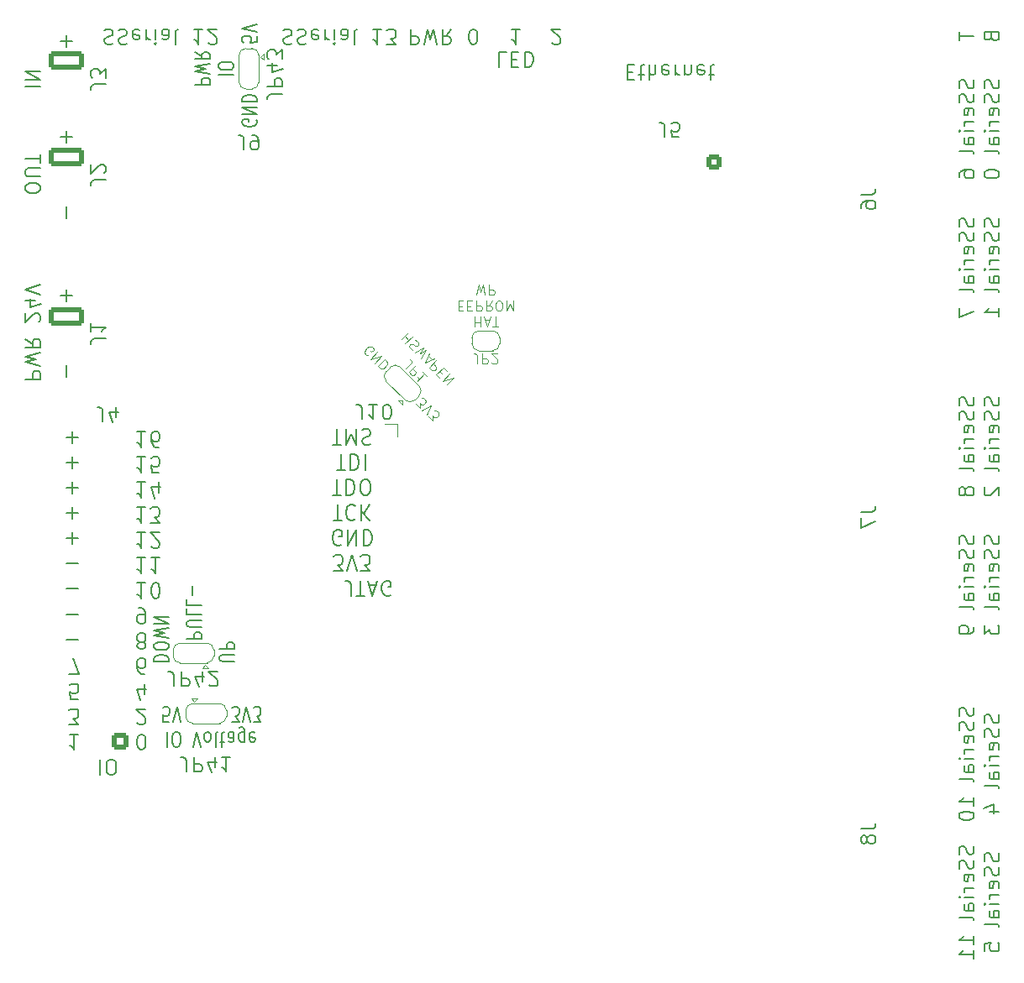
<source format=gbr>
%TF.GenerationSoftware,KiCad,Pcbnew,8.0.5*%
%TF.CreationDate,2025-02-16T21:21:17+01:00*%
%TF.ProjectId,stmbl-fpga-master,73746d62-6c2d-4667-9067-612d6d617374,rev?*%
%TF.SameCoordinates,Original*%
%TF.FileFunction,Legend,Bot*%
%TF.FilePolarity,Positive*%
%FSLAX46Y46*%
G04 Gerber Fmt 4.6, Leading zero omitted, Abs format (unit mm)*
G04 Created by KiCad (PCBNEW 8.0.5) date 2025-02-16 21:21:17*
%MOMM*%
%LPD*%
G01*
G04 APERTURE LIST*
G04 Aperture macros list*
%AMRoundRect*
0 Rectangle with rounded corners*
0 $1 Rounding radius*
0 $2 $3 $4 $5 $6 $7 $8 $9 X,Y pos of 4 corners*
0 Add a 4 corners polygon primitive as box body*
4,1,4,$2,$3,$4,$5,$6,$7,$8,$9,$2,$3,0*
0 Add four circle primitives for the rounded corners*
1,1,$1+$1,$2,$3*
1,1,$1+$1,$4,$5*
1,1,$1+$1,$6,$7*
1,1,$1+$1,$8,$9*
0 Add four rect primitives between the rounded corners*
20,1,$1+$1,$2,$3,$4,$5,0*
20,1,$1+$1,$4,$5,$6,$7,0*
20,1,$1+$1,$6,$7,$8,$9,0*
20,1,$1+$1,$8,$9,$2,$3,0*%
%AMRotRect*
0 Rectangle, with rotation*
0 The origin of the aperture is its center*
0 $1 length*
0 $2 width*
0 $3 Rotation angle, in degrees counterclockwise*
0 Add horizontal line*
21,1,$1,$2,0,0,$3*%
%AMFreePoly0*
4,1,19,0.550000,-0.750000,0.000000,-0.750000,0.000000,-0.744912,-0.071157,-0.744911,-0.207708,-0.704816,-0.327430,-0.627875,-0.420627,-0.520320,-0.479746,-0.390866,-0.500000,-0.250000,-0.500000,0.250000,-0.479746,0.390866,-0.420627,0.520320,-0.327430,0.627875,-0.207708,0.704816,-0.071157,0.744911,0.000000,0.744912,0.000000,0.750000,0.550000,0.750000,0.550000,-0.750000,0.550000,-0.750000,
$1*%
%AMFreePoly1*
4,1,19,0.000000,0.744912,0.071157,0.744911,0.207708,0.704816,0.327430,0.627875,0.420627,0.520320,0.479746,0.390866,0.500000,0.250000,0.500000,-0.250000,0.479746,-0.390866,0.420627,-0.520320,0.327430,-0.627875,0.207708,-0.704816,0.071157,-0.744911,0.000000,-0.744912,0.000000,-0.750000,-0.550000,-0.750000,-0.550000,0.750000,0.000000,0.750000,0.000000,0.744912,0.000000,0.744912,
$1*%
%AMFreePoly2*
4,1,19,0.500000,-0.750000,0.000000,-0.750000,0.000000,-0.744911,-0.071157,-0.744911,-0.207708,-0.704816,-0.327430,-0.627875,-0.420627,-0.520320,-0.479746,-0.390866,-0.500000,-0.250000,-0.500000,0.250000,-0.479746,0.390866,-0.420627,0.520320,-0.327430,0.627875,-0.207708,0.704816,-0.071157,0.744911,0.000000,0.744911,0.000000,0.750000,0.500000,0.750000,0.500000,-0.750000,0.500000,-0.750000,
$1*%
%AMFreePoly3*
4,1,19,0.000000,0.744911,0.071157,0.744911,0.207708,0.704816,0.327430,0.627875,0.420627,0.520320,0.479746,0.390866,0.500000,0.250000,0.500000,-0.250000,0.479746,-0.390866,0.420627,-0.520320,0.327430,-0.627875,0.207708,-0.704816,0.071157,-0.744911,0.000000,-0.744911,0.000000,-0.750000,-0.500000,-0.750000,-0.500000,0.750000,0.000000,0.750000,0.000000,0.744911,0.000000,0.744911,
$1*%
G04 Aperture macros list end*
%ADD10C,0.200000*%
%ADD11C,0.100000*%
%ADD12C,0.150000*%
%ADD13C,0.120000*%
%ADD14C,1.400000*%
%ADD15O,3.600000X1.800000*%
%ADD16RoundRect,0.250000X-1.550000X0.650000X-1.550000X-0.650000X1.550000X-0.650000X1.550000X0.650000X0*%
%ADD17C,1.600000*%
%ADD18C,3.250000*%
%ADD19RoundRect,0.250000X0.600000X0.600000X-0.600000X0.600000X-0.600000X-0.600000X0.600000X-0.600000X0*%
%ADD20C,1.700000*%
%ADD21C,2.500000*%
%ADD22C,1.500000*%
%ADD23RoundRect,0.250500X0.499500X0.499500X-0.499500X0.499500X-0.499500X-0.499500X0.499500X-0.499500X0*%
%ADD24O,1.700000X1.700000*%
%ADD25R,1.700000X1.700000*%
%ADD26C,6.000000*%
%ADD27FreePoly0,135.000000*%
%ADD28RotRect,1.000000X1.500000X135.000000*%
%ADD29FreePoly1,135.000000*%
%ADD30FreePoly0,180.000000*%
%ADD31R,1.000000X1.500000*%
%ADD32FreePoly1,180.000000*%
%ADD33FreePoly0,0.000000*%
%ADD34FreePoly1,0.000000*%
%ADD35FreePoly2,180.000000*%
%ADD36FreePoly3,180.000000*%
%ADD37FreePoly0,270.000000*%
%ADD38R,1.500000X1.000000*%
%ADD39FreePoly1,270.000000*%
G04 APERTURE END LIST*
D10*
X63682708Y-87966471D02*
X63682708Y-86895042D01*
X63682708Y-86895042D02*
X63611279Y-86680757D01*
X63611279Y-86680757D02*
X63468422Y-86537900D01*
X63468422Y-86537900D02*
X63254136Y-86466471D01*
X63254136Y-86466471D02*
X63111279Y-86466471D01*
X64182708Y-87966471D02*
X65039851Y-87966471D01*
X64611279Y-86466471D02*
X64611279Y-87966471D01*
X65468422Y-86895042D02*
X66182708Y-86895042D01*
X65325565Y-86466471D02*
X65825565Y-87966471D01*
X65825565Y-87966471D02*
X66325565Y-86466471D01*
X67611279Y-87895042D02*
X67468422Y-87966471D01*
X67468422Y-87966471D02*
X67254136Y-87966471D01*
X67254136Y-87966471D02*
X67039850Y-87895042D01*
X67039850Y-87895042D02*
X66896993Y-87752185D01*
X66896993Y-87752185D02*
X66825564Y-87609328D01*
X66825564Y-87609328D02*
X66754136Y-87323614D01*
X66754136Y-87323614D02*
X66754136Y-87109328D01*
X66754136Y-87109328D02*
X66825564Y-86823614D01*
X66825564Y-86823614D02*
X66896993Y-86680757D01*
X66896993Y-86680757D02*
X67039850Y-86537900D01*
X67039850Y-86537900D02*
X67254136Y-86466471D01*
X67254136Y-86466471D02*
X67396993Y-86466471D01*
X67396993Y-86466471D02*
X67611279Y-86537900D01*
X67611279Y-86537900D02*
X67682707Y-86609328D01*
X67682707Y-86609328D02*
X67682707Y-87109328D01*
X67682707Y-87109328D02*
X67396993Y-87109328D01*
X43794471Y-94606707D02*
X45294471Y-94606707D01*
X45294471Y-94606707D02*
X45294471Y-94320993D01*
X45294471Y-94320993D02*
X45223042Y-94149564D01*
X45223042Y-94149564D02*
X45080185Y-94035279D01*
X45080185Y-94035279D02*
X44937328Y-93978136D01*
X44937328Y-93978136D02*
X44651614Y-93920993D01*
X44651614Y-93920993D02*
X44437328Y-93920993D01*
X44437328Y-93920993D02*
X44151614Y-93978136D01*
X44151614Y-93978136D02*
X44008757Y-94035279D01*
X44008757Y-94035279D02*
X43865900Y-94149564D01*
X43865900Y-94149564D02*
X43794471Y-94320993D01*
X43794471Y-94320993D02*
X43794471Y-94606707D01*
X45294471Y-93178136D02*
X45294471Y-92949564D01*
X45294471Y-92949564D02*
X45223042Y-92835279D01*
X45223042Y-92835279D02*
X45080185Y-92720993D01*
X45080185Y-92720993D02*
X44794471Y-92663850D01*
X44794471Y-92663850D02*
X44294471Y-92663850D01*
X44294471Y-92663850D02*
X44008757Y-92720993D01*
X44008757Y-92720993D02*
X43865900Y-92835279D01*
X43865900Y-92835279D02*
X43794471Y-92949564D01*
X43794471Y-92949564D02*
X43794471Y-93178136D01*
X43794471Y-93178136D02*
X43865900Y-93292422D01*
X43865900Y-93292422D02*
X44008757Y-93406707D01*
X44008757Y-93406707D02*
X44294471Y-93463850D01*
X44294471Y-93463850D02*
X44794471Y-93463850D01*
X44794471Y-93463850D02*
X45080185Y-93406707D01*
X45080185Y-93406707D02*
X45223042Y-93292422D01*
X45223042Y-93292422D02*
X45294471Y-93178136D01*
X45294471Y-92263850D02*
X43794471Y-91978136D01*
X43794471Y-91978136D02*
X44865900Y-91749564D01*
X44865900Y-91749564D02*
X43794471Y-91520993D01*
X43794471Y-91520993D02*
X45294471Y-91235279D01*
X43794471Y-90778135D02*
X45294471Y-90778135D01*
X45294471Y-90778135D02*
X43794471Y-90092421D01*
X43794471Y-90092421D02*
X45294471Y-90092421D01*
X30840471Y-66138856D02*
X32340471Y-66138856D01*
X32340471Y-66138856D02*
X32340471Y-65567427D01*
X32340471Y-65567427D02*
X32269042Y-65424570D01*
X32269042Y-65424570D02*
X32197614Y-65353141D01*
X32197614Y-65353141D02*
X32054757Y-65281713D01*
X32054757Y-65281713D02*
X31840471Y-65281713D01*
X31840471Y-65281713D02*
X31697614Y-65353141D01*
X31697614Y-65353141D02*
X31626185Y-65424570D01*
X31626185Y-65424570D02*
X31554757Y-65567427D01*
X31554757Y-65567427D02*
X31554757Y-66138856D01*
X32340471Y-64781713D02*
X30840471Y-64424570D01*
X30840471Y-64424570D02*
X31911900Y-64138856D01*
X31911900Y-64138856D02*
X30840471Y-63853141D01*
X30840471Y-63853141D02*
X32340471Y-63495999D01*
X30840471Y-62067427D02*
X31554757Y-62567427D01*
X30840471Y-62924570D02*
X32340471Y-62924570D01*
X32340471Y-62924570D02*
X32340471Y-62353141D01*
X32340471Y-62353141D02*
X32269042Y-62210284D01*
X32269042Y-62210284D02*
X32197614Y-62138855D01*
X32197614Y-62138855D02*
X32054757Y-62067427D01*
X32054757Y-62067427D02*
X31840471Y-62067427D01*
X31840471Y-62067427D02*
X31697614Y-62138855D01*
X31697614Y-62138855D02*
X31626185Y-62210284D01*
X31626185Y-62210284D02*
X31554757Y-62353141D01*
X31554757Y-62353141D02*
X31554757Y-62924570D01*
X32197614Y-60353141D02*
X32269042Y-60281713D01*
X32269042Y-60281713D02*
X32340471Y-60138856D01*
X32340471Y-60138856D02*
X32340471Y-59781713D01*
X32340471Y-59781713D02*
X32269042Y-59638856D01*
X32269042Y-59638856D02*
X32197614Y-59567427D01*
X32197614Y-59567427D02*
X32054757Y-59495998D01*
X32054757Y-59495998D02*
X31911900Y-59495998D01*
X31911900Y-59495998D02*
X31697614Y-59567427D01*
X31697614Y-59567427D02*
X30840471Y-60424570D01*
X30840471Y-60424570D02*
X30840471Y-59495998D01*
X31840471Y-58210285D02*
X30840471Y-58210285D01*
X32411900Y-58567427D02*
X31340471Y-58924570D01*
X31340471Y-58924570D02*
X31340471Y-57995999D01*
X32340471Y-57638856D02*
X30840471Y-57138856D01*
X30840471Y-57138856D02*
X32340471Y-56638856D01*
X83927429Y-32197614D02*
X83998857Y-32269042D01*
X83998857Y-32269042D02*
X84141715Y-32340471D01*
X84141715Y-32340471D02*
X84498857Y-32340471D01*
X84498857Y-32340471D02*
X84641715Y-32269042D01*
X84641715Y-32269042D02*
X84713143Y-32197614D01*
X84713143Y-32197614D02*
X84784572Y-32054757D01*
X84784572Y-32054757D02*
X84784572Y-31911900D01*
X84784572Y-31911900D02*
X84713143Y-31697614D01*
X84713143Y-31697614D02*
X83856000Y-30840471D01*
X83856000Y-30840471D02*
X84784572Y-30840471D01*
X79327714Y-33126471D02*
X78613428Y-33126471D01*
X78613428Y-33126471D02*
X78613428Y-34626471D01*
X79827714Y-33912185D02*
X80327714Y-33912185D01*
X80542000Y-33126471D02*
X79827714Y-33126471D01*
X79827714Y-33126471D02*
X79827714Y-34626471D01*
X79827714Y-34626471D02*
X80542000Y-34626471D01*
X81184857Y-33126471D02*
X81184857Y-34626471D01*
X81184857Y-34626471D02*
X81542000Y-34626471D01*
X81542000Y-34626471D02*
X81756286Y-34555042D01*
X81756286Y-34555042D02*
X81899143Y-34412185D01*
X81899143Y-34412185D02*
X81970572Y-34269328D01*
X81970572Y-34269328D02*
X82042000Y-33983614D01*
X82042000Y-33983614D02*
X82042000Y-33769328D01*
X82042000Y-33769328D02*
X81970572Y-33483614D01*
X81970572Y-33483614D02*
X81899143Y-33340757D01*
X81899143Y-33340757D02*
X81756286Y-33197900D01*
X81756286Y-33197900D02*
X81542000Y-33126471D01*
X81542000Y-33126471D02*
X81184857Y-33126471D01*
X69655999Y-30840471D02*
X69655999Y-32340471D01*
X69655999Y-32340471D02*
X70227428Y-32340471D01*
X70227428Y-32340471D02*
X70370285Y-32269042D01*
X70370285Y-32269042D02*
X70441714Y-32197614D01*
X70441714Y-32197614D02*
X70513142Y-32054757D01*
X70513142Y-32054757D02*
X70513142Y-31840471D01*
X70513142Y-31840471D02*
X70441714Y-31697614D01*
X70441714Y-31697614D02*
X70370285Y-31626185D01*
X70370285Y-31626185D02*
X70227428Y-31554757D01*
X70227428Y-31554757D02*
X69655999Y-31554757D01*
X71013142Y-32340471D02*
X71370285Y-30840471D01*
X71370285Y-30840471D02*
X71655999Y-31911900D01*
X71655999Y-31911900D02*
X71941714Y-30840471D01*
X71941714Y-30840471D02*
X72298857Y-32340471D01*
X73727428Y-30840471D02*
X73227428Y-31554757D01*
X72870285Y-30840471D02*
X72870285Y-32340471D01*
X72870285Y-32340471D02*
X73441714Y-32340471D01*
X73441714Y-32340471D02*
X73584571Y-32269042D01*
X73584571Y-32269042D02*
X73656000Y-32197614D01*
X73656000Y-32197614D02*
X73727428Y-32054757D01*
X73727428Y-32054757D02*
X73727428Y-31840471D01*
X73727428Y-31840471D02*
X73656000Y-31697614D01*
X73656000Y-31697614D02*
X73584571Y-31626185D01*
X73584571Y-31626185D02*
X73441714Y-31554757D01*
X73441714Y-31554757D02*
X72870285Y-31554757D01*
X34967900Y-32603428D02*
X34967900Y-31460571D01*
X34396471Y-32031999D02*
X35539328Y-32031999D01*
X56833430Y-30911900D02*
X57047716Y-30840471D01*
X57047716Y-30840471D02*
X57404858Y-30840471D01*
X57404858Y-30840471D02*
X57547716Y-30911900D01*
X57547716Y-30911900D02*
X57619144Y-30983328D01*
X57619144Y-30983328D02*
X57690573Y-31126185D01*
X57690573Y-31126185D02*
X57690573Y-31269042D01*
X57690573Y-31269042D02*
X57619144Y-31411900D01*
X57619144Y-31411900D02*
X57547716Y-31483328D01*
X57547716Y-31483328D02*
X57404858Y-31554757D01*
X57404858Y-31554757D02*
X57119144Y-31626185D01*
X57119144Y-31626185D02*
X56976287Y-31697614D01*
X56976287Y-31697614D02*
X56904858Y-31769042D01*
X56904858Y-31769042D02*
X56833430Y-31911900D01*
X56833430Y-31911900D02*
X56833430Y-32054757D01*
X56833430Y-32054757D02*
X56904858Y-32197614D01*
X56904858Y-32197614D02*
X56976287Y-32269042D01*
X56976287Y-32269042D02*
X57119144Y-32340471D01*
X57119144Y-32340471D02*
X57476287Y-32340471D01*
X57476287Y-32340471D02*
X57690573Y-32269042D01*
X58262001Y-30911900D02*
X58476287Y-30840471D01*
X58476287Y-30840471D02*
X58833429Y-30840471D01*
X58833429Y-30840471D02*
X58976287Y-30911900D01*
X58976287Y-30911900D02*
X59047715Y-30983328D01*
X59047715Y-30983328D02*
X59119144Y-31126185D01*
X59119144Y-31126185D02*
X59119144Y-31269042D01*
X59119144Y-31269042D02*
X59047715Y-31411900D01*
X59047715Y-31411900D02*
X58976287Y-31483328D01*
X58976287Y-31483328D02*
X58833429Y-31554757D01*
X58833429Y-31554757D02*
X58547715Y-31626185D01*
X58547715Y-31626185D02*
X58404858Y-31697614D01*
X58404858Y-31697614D02*
X58333429Y-31769042D01*
X58333429Y-31769042D02*
X58262001Y-31911900D01*
X58262001Y-31911900D02*
X58262001Y-32054757D01*
X58262001Y-32054757D02*
X58333429Y-32197614D01*
X58333429Y-32197614D02*
X58404858Y-32269042D01*
X58404858Y-32269042D02*
X58547715Y-32340471D01*
X58547715Y-32340471D02*
X58904858Y-32340471D01*
X58904858Y-32340471D02*
X59119144Y-32269042D01*
X60333429Y-30911900D02*
X60190572Y-30840471D01*
X60190572Y-30840471D02*
X59904858Y-30840471D01*
X59904858Y-30840471D02*
X59762000Y-30911900D01*
X59762000Y-30911900D02*
X59690572Y-31054757D01*
X59690572Y-31054757D02*
X59690572Y-31626185D01*
X59690572Y-31626185D02*
X59762000Y-31769042D01*
X59762000Y-31769042D02*
X59904858Y-31840471D01*
X59904858Y-31840471D02*
X60190572Y-31840471D01*
X60190572Y-31840471D02*
X60333429Y-31769042D01*
X60333429Y-31769042D02*
X60404858Y-31626185D01*
X60404858Y-31626185D02*
X60404858Y-31483328D01*
X60404858Y-31483328D02*
X59690572Y-31340471D01*
X61047714Y-30840471D02*
X61047714Y-31840471D01*
X61047714Y-31554757D02*
X61119143Y-31697614D01*
X61119143Y-31697614D02*
X61190572Y-31769042D01*
X61190572Y-31769042D02*
X61333429Y-31840471D01*
X61333429Y-31840471D02*
X61476286Y-31840471D01*
X61976285Y-30840471D02*
X61976285Y-31840471D01*
X61976285Y-32340471D02*
X61904857Y-32269042D01*
X61904857Y-32269042D02*
X61976285Y-32197614D01*
X61976285Y-32197614D02*
X62047714Y-32269042D01*
X62047714Y-32269042D02*
X61976285Y-32340471D01*
X61976285Y-32340471D02*
X61976285Y-32197614D01*
X63333429Y-30840471D02*
X63333429Y-31626185D01*
X63333429Y-31626185D02*
X63262000Y-31769042D01*
X63262000Y-31769042D02*
X63119143Y-31840471D01*
X63119143Y-31840471D02*
X62833429Y-31840471D01*
X62833429Y-31840471D02*
X62690571Y-31769042D01*
X63333429Y-30911900D02*
X63190571Y-30840471D01*
X63190571Y-30840471D02*
X62833429Y-30840471D01*
X62833429Y-30840471D02*
X62690571Y-30911900D01*
X62690571Y-30911900D02*
X62619143Y-31054757D01*
X62619143Y-31054757D02*
X62619143Y-31197614D01*
X62619143Y-31197614D02*
X62690571Y-31340471D01*
X62690571Y-31340471D02*
X62833429Y-31411900D01*
X62833429Y-31411900D02*
X63190571Y-31411900D01*
X63190571Y-31411900D02*
X63333429Y-31483328D01*
X64262000Y-30840471D02*
X64119143Y-30911900D01*
X64119143Y-30911900D02*
X64047714Y-31054757D01*
X64047714Y-31054757D02*
X64047714Y-32340471D01*
X66762000Y-30840471D02*
X65904857Y-30840471D01*
X66333428Y-30840471D02*
X66333428Y-32340471D01*
X66333428Y-32340471D02*
X66190571Y-32126185D01*
X66190571Y-32126185D02*
X66047714Y-31983328D01*
X66047714Y-31983328D02*
X65904857Y-31911900D01*
X67261999Y-32340471D02*
X68190571Y-32340471D01*
X68190571Y-32340471D02*
X67690571Y-31769042D01*
X67690571Y-31769042D02*
X67904856Y-31769042D01*
X67904856Y-31769042D02*
X68047714Y-31697614D01*
X68047714Y-31697614D02*
X68119142Y-31626185D01*
X68119142Y-31626185D02*
X68190571Y-31483328D01*
X68190571Y-31483328D02*
X68190571Y-31126185D01*
X68190571Y-31126185D02*
X68119142Y-30983328D01*
X68119142Y-30983328D02*
X68047714Y-30911900D01*
X68047714Y-30911900D02*
X67904856Y-30840471D01*
X67904856Y-30840471D02*
X67476285Y-30840471D01*
X67476285Y-30840471D02*
X67333428Y-30911900D01*
X67333428Y-30911900D02*
X67261999Y-30983328D01*
X75902572Y-32340471D02*
X76045429Y-32340471D01*
X76045429Y-32340471D02*
X76188286Y-32269042D01*
X76188286Y-32269042D02*
X76259715Y-32197614D01*
X76259715Y-32197614D02*
X76331143Y-32054757D01*
X76331143Y-32054757D02*
X76402572Y-31769042D01*
X76402572Y-31769042D02*
X76402572Y-31411900D01*
X76402572Y-31411900D02*
X76331143Y-31126185D01*
X76331143Y-31126185D02*
X76259715Y-30983328D01*
X76259715Y-30983328D02*
X76188286Y-30911900D01*
X76188286Y-30911900D02*
X76045429Y-30840471D01*
X76045429Y-30840471D02*
X75902572Y-30840471D01*
X75902572Y-30840471D02*
X75759715Y-30911900D01*
X75759715Y-30911900D02*
X75688286Y-30983328D01*
X75688286Y-30983328D02*
X75616857Y-31126185D01*
X75616857Y-31126185D02*
X75545429Y-31411900D01*
X75545429Y-31411900D02*
X75545429Y-31769042D01*
X75545429Y-31769042D02*
X75616857Y-32054757D01*
X75616857Y-32054757D02*
X75688286Y-32197614D01*
X75688286Y-32197614D02*
X75759715Y-32269042D01*
X75759715Y-32269042D02*
X75902572Y-32340471D01*
X51639006Y-100666471D02*
X52381863Y-100666471D01*
X52381863Y-100666471D02*
X51981863Y-100095042D01*
X51981863Y-100095042D02*
X52153292Y-100095042D01*
X52153292Y-100095042D02*
X52267578Y-100023614D01*
X52267578Y-100023614D02*
X52324720Y-99952185D01*
X52324720Y-99952185D02*
X52381863Y-99809328D01*
X52381863Y-99809328D02*
X52381863Y-99452185D01*
X52381863Y-99452185D02*
X52324720Y-99309328D01*
X52324720Y-99309328D02*
X52267578Y-99237900D01*
X52267578Y-99237900D02*
X52153292Y-99166471D01*
X52153292Y-99166471D02*
X51810435Y-99166471D01*
X51810435Y-99166471D02*
X51696149Y-99237900D01*
X51696149Y-99237900D02*
X51639006Y-99309328D01*
X52724720Y-100666471D02*
X53124720Y-99166471D01*
X53124720Y-99166471D02*
X53524720Y-100666471D01*
X53810434Y-100666471D02*
X54553291Y-100666471D01*
X54553291Y-100666471D02*
X54153291Y-100095042D01*
X54153291Y-100095042D02*
X54324720Y-100095042D01*
X54324720Y-100095042D02*
X54439006Y-100023614D01*
X54439006Y-100023614D02*
X54496148Y-99952185D01*
X54496148Y-99952185D02*
X54553291Y-99809328D01*
X54553291Y-99809328D02*
X54553291Y-99452185D01*
X54553291Y-99452185D02*
X54496148Y-99309328D01*
X54496148Y-99309328D02*
X54439006Y-99237900D01*
X54439006Y-99237900D02*
X54324720Y-99166471D01*
X54324720Y-99166471D02*
X53981863Y-99166471D01*
X53981863Y-99166471D02*
X53867577Y-99237900D01*
X53867577Y-99237900D02*
X53810434Y-99309328D01*
X128195814Y-31631142D02*
X128267242Y-31845428D01*
X128267242Y-31845428D02*
X128338671Y-31916857D01*
X128338671Y-31916857D02*
X128481528Y-31988285D01*
X128481528Y-31988285D02*
X128695814Y-31988285D01*
X128695814Y-31988285D02*
X128838671Y-31916857D01*
X128838671Y-31916857D02*
X128910100Y-31845428D01*
X128910100Y-31845428D02*
X128981528Y-31702571D01*
X128981528Y-31702571D02*
X128981528Y-31131142D01*
X128981528Y-31131142D02*
X127481528Y-31131142D01*
X127481528Y-31131142D02*
X127481528Y-31631142D01*
X127481528Y-31631142D02*
X127552957Y-31774000D01*
X127552957Y-31774000D02*
X127624385Y-31845428D01*
X127624385Y-31845428D02*
X127767242Y-31916857D01*
X127767242Y-31916857D02*
X127910100Y-31916857D01*
X127910100Y-31916857D02*
X128052957Y-31845428D01*
X128052957Y-31845428D02*
X128124385Y-31774000D01*
X128124385Y-31774000D02*
X128195814Y-31631142D01*
X128195814Y-31631142D02*
X128195814Y-31131142D01*
D11*
X76148762Y-59854524D02*
X76148762Y-60854524D01*
X76148762Y-60378334D02*
X76720190Y-60378334D01*
X76720190Y-59854524D02*
X76720190Y-60854524D01*
X77148762Y-60140239D02*
X77624952Y-60140239D01*
X77053524Y-59854524D02*
X77386857Y-60854524D01*
X77386857Y-60854524D02*
X77720190Y-59854524D01*
X77910667Y-60854524D02*
X78482095Y-60854524D01*
X78196381Y-59854524D02*
X78196381Y-60854524D01*
X74482095Y-58768390D02*
X74815428Y-58768390D01*
X74958285Y-58244580D02*
X74482095Y-58244580D01*
X74482095Y-58244580D02*
X74482095Y-59244580D01*
X74482095Y-59244580D02*
X74958285Y-59244580D01*
X75386857Y-58768390D02*
X75720190Y-58768390D01*
X75863047Y-58244580D02*
X75386857Y-58244580D01*
X75386857Y-58244580D02*
X75386857Y-59244580D01*
X75386857Y-59244580D02*
X75863047Y-59244580D01*
X76291619Y-58244580D02*
X76291619Y-59244580D01*
X76291619Y-59244580D02*
X76672571Y-59244580D01*
X76672571Y-59244580D02*
X76767809Y-59196961D01*
X76767809Y-59196961D02*
X76815428Y-59149342D01*
X76815428Y-59149342D02*
X76863047Y-59054104D01*
X76863047Y-59054104D02*
X76863047Y-58911247D01*
X76863047Y-58911247D02*
X76815428Y-58816009D01*
X76815428Y-58816009D02*
X76767809Y-58768390D01*
X76767809Y-58768390D02*
X76672571Y-58720771D01*
X76672571Y-58720771D02*
X76291619Y-58720771D01*
X77863047Y-58244580D02*
X77529714Y-58720771D01*
X77291619Y-58244580D02*
X77291619Y-59244580D01*
X77291619Y-59244580D02*
X77672571Y-59244580D01*
X77672571Y-59244580D02*
X77767809Y-59196961D01*
X77767809Y-59196961D02*
X77815428Y-59149342D01*
X77815428Y-59149342D02*
X77863047Y-59054104D01*
X77863047Y-59054104D02*
X77863047Y-58911247D01*
X77863047Y-58911247D02*
X77815428Y-58816009D01*
X77815428Y-58816009D02*
X77767809Y-58768390D01*
X77767809Y-58768390D02*
X77672571Y-58720771D01*
X77672571Y-58720771D02*
X77291619Y-58720771D01*
X78482095Y-59244580D02*
X78672571Y-59244580D01*
X78672571Y-59244580D02*
X78767809Y-59196961D01*
X78767809Y-59196961D02*
X78863047Y-59101723D01*
X78863047Y-59101723D02*
X78910666Y-58911247D01*
X78910666Y-58911247D02*
X78910666Y-58577914D01*
X78910666Y-58577914D02*
X78863047Y-58387438D01*
X78863047Y-58387438D02*
X78767809Y-58292200D01*
X78767809Y-58292200D02*
X78672571Y-58244580D01*
X78672571Y-58244580D02*
X78482095Y-58244580D01*
X78482095Y-58244580D02*
X78386857Y-58292200D01*
X78386857Y-58292200D02*
X78291619Y-58387438D01*
X78291619Y-58387438D02*
X78244000Y-58577914D01*
X78244000Y-58577914D02*
X78244000Y-58911247D01*
X78244000Y-58911247D02*
X78291619Y-59101723D01*
X78291619Y-59101723D02*
X78386857Y-59196961D01*
X78386857Y-59196961D02*
X78482095Y-59244580D01*
X79339238Y-58244580D02*
X79339238Y-59244580D01*
X79339238Y-59244580D02*
X79672571Y-58530295D01*
X79672571Y-58530295D02*
X80005904Y-59244580D01*
X80005904Y-59244580D02*
X80005904Y-58244580D01*
X76315429Y-57634636D02*
X76553524Y-56634636D01*
X76553524Y-56634636D02*
X76744000Y-57348922D01*
X76744000Y-57348922D02*
X76934476Y-56634636D01*
X76934476Y-56634636D02*
X77172572Y-57634636D01*
X77553524Y-56634636D02*
X77553524Y-57634636D01*
X77553524Y-57634636D02*
X77934476Y-57634636D01*
X77934476Y-57634636D02*
X78029714Y-57587017D01*
X78029714Y-57587017D02*
X78077333Y-57539398D01*
X78077333Y-57539398D02*
X78124952Y-57444160D01*
X78124952Y-57444160D02*
X78124952Y-57301303D01*
X78124952Y-57301303D02*
X78077333Y-57206065D01*
X78077333Y-57206065D02*
X78029714Y-57158446D01*
X78029714Y-57158446D02*
X77934476Y-57110827D01*
X77934476Y-57110827D02*
X77553524Y-57110827D01*
D10*
X42458435Y-103525733D02*
X42601292Y-103525733D01*
X42601292Y-103525733D02*
X42744149Y-103450495D01*
X42744149Y-103450495D02*
X42815578Y-103375257D01*
X42815578Y-103375257D02*
X42887006Y-103224781D01*
X42887006Y-103224781D02*
X42958435Y-102923829D01*
X42958435Y-102923829D02*
X42958435Y-102547638D01*
X42958435Y-102547638D02*
X42887006Y-102246686D01*
X42887006Y-102246686D02*
X42815578Y-102096210D01*
X42815578Y-102096210D02*
X42744149Y-102020972D01*
X42744149Y-102020972D02*
X42601292Y-101945733D01*
X42601292Y-101945733D02*
X42458435Y-101945733D01*
X42458435Y-101945733D02*
X42315578Y-102020972D01*
X42315578Y-102020972D02*
X42244149Y-102096210D01*
X42244149Y-102096210D02*
X42172720Y-102246686D01*
X42172720Y-102246686D02*
X42101292Y-102547638D01*
X42101292Y-102547638D02*
X42101292Y-102923829D01*
X42101292Y-102923829D02*
X42172720Y-103224781D01*
X42172720Y-103224781D02*
X42244149Y-103375257D01*
X42244149Y-103375257D02*
X42315578Y-103450495D01*
X42315578Y-103450495D02*
X42458435Y-103525733D01*
X42101292Y-100831545D02*
X42172720Y-100906783D01*
X42172720Y-100906783D02*
X42315578Y-100982021D01*
X42315578Y-100982021D02*
X42672720Y-100982021D01*
X42672720Y-100982021D02*
X42815578Y-100906783D01*
X42815578Y-100906783D02*
X42887006Y-100831545D01*
X42887006Y-100831545D02*
X42958435Y-100681069D01*
X42958435Y-100681069D02*
X42958435Y-100530593D01*
X42958435Y-100530593D02*
X42887006Y-100304879D01*
X42887006Y-100304879D02*
X42029863Y-99402021D01*
X42029863Y-99402021D02*
X42958435Y-99402021D01*
X42815578Y-97911643D02*
X42815578Y-96858309D01*
X42458435Y-98513548D02*
X42101292Y-97384976D01*
X42101292Y-97384976D02*
X43029863Y-97384976D01*
X42815578Y-95894597D02*
X42529863Y-95894597D01*
X42529863Y-95894597D02*
X42387006Y-95819359D01*
X42387006Y-95819359D02*
X42315578Y-95744121D01*
X42315578Y-95744121D02*
X42172720Y-95518407D01*
X42172720Y-95518407D02*
X42101292Y-95217455D01*
X42101292Y-95217455D02*
X42101292Y-94615550D01*
X42101292Y-94615550D02*
X42172720Y-94465074D01*
X42172720Y-94465074D02*
X42244149Y-94389836D01*
X42244149Y-94389836D02*
X42387006Y-94314597D01*
X42387006Y-94314597D02*
X42672720Y-94314597D01*
X42672720Y-94314597D02*
X42815578Y-94389836D01*
X42815578Y-94389836D02*
X42887006Y-94465074D01*
X42887006Y-94465074D02*
X42958435Y-94615550D01*
X42958435Y-94615550D02*
X42958435Y-94991740D01*
X42958435Y-94991740D02*
X42887006Y-95142216D01*
X42887006Y-95142216D02*
X42815578Y-95217455D01*
X42815578Y-95217455D02*
X42672720Y-95292693D01*
X42672720Y-95292693D02*
X42387006Y-95292693D01*
X42387006Y-95292693D02*
X42244149Y-95217455D01*
X42244149Y-95217455D02*
X42172720Y-95142216D01*
X42172720Y-95142216D02*
X42101292Y-94991740D01*
X42387006Y-92673743D02*
X42244149Y-92748981D01*
X42244149Y-92748981D02*
X42172720Y-92824219D01*
X42172720Y-92824219D02*
X42101292Y-92974695D01*
X42101292Y-92974695D02*
X42101292Y-93049933D01*
X42101292Y-93049933D02*
X42172720Y-93200409D01*
X42172720Y-93200409D02*
X42244149Y-93275647D01*
X42244149Y-93275647D02*
X42387006Y-93350885D01*
X42387006Y-93350885D02*
X42672720Y-93350885D01*
X42672720Y-93350885D02*
X42815578Y-93275647D01*
X42815578Y-93275647D02*
X42887006Y-93200409D01*
X42887006Y-93200409D02*
X42958435Y-93049933D01*
X42958435Y-93049933D02*
X42958435Y-92974695D01*
X42958435Y-92974695D02*
X42887006Y-92824219D01*
X42887006Y-92824219D02*
X42815578Y-92748981D01*
X42815578Y-92748981D02*
X42672720Y-92673743D01*
X42672720Y-92673743D02*
X42387006Y-92673743D01*
X42387006Y-92673743D02*
X42244149Y-92598504D01*
X42244149Y-92598504D02*
X42172720Y-92523266D01*
X42172720Y-92523266D02*
X42101292Y-92372790D01*
X42101292Y-92372790D02*
X42101292Y-92071838D01*
X42101292Y-92071838D02*
X42172720Y-91921362D01*
X42172720Y-91921362D02*
X42244149Y-91846124D01*
X42244149Y-91846124D02*
X42387006Y-91770885D01*
X42387006Y-91770885D02*
X42672720Y-91770885D01*
X42672720Y-91770885D02*
X42815578Y-91846124D01*
X42815578Y-91846124D02*
X42887006Y-91921362D01*
X42887006Y-91921362D02*
X42958435Y-92071838D01*
X42958435Y-92071838D02*
X42958435Y-92372790D01*
X42958435Y-92372790D02*
X42887006Y-92523266D01*
X42887006Y-92523266D02*
X42815578Y-92598504D01*
X42815578Y-92598504D02*
X42672720Y-92673743D01*
X42244149Y-89227173D02*
X42529863Y-89227173D01*
X42529863Y-89227173D02*
X42672720Y-89302412D01*
X42672720Y-89302412D02*
X42744149Y-89377650D01*
X42744149Y-89377650D02*
X42887006Y-89603364D01*
X42887006Y-89603364D02*
X42958435Y-89904316D01*
X42958435Y-89904316D02*
X42958435Y-90506221D01*
X42958435Y-90506221D02*
X42887006Y-90656697D01*
X42887006Y-90656697D02*
X42815578Y-90731935D01*
X42815578Y-90731935D02*
X42672720Y-90807173D01*
X42672720Y-90807173D02*
X42387006Y-90807173D01*
X42387006Y-90807173D02*
X42244149Y-90731935D01*
X42244149Y-90731935D02*
X42172720Y-90656697D01*
X42172720Y-90656697D02*
X42101292Y-90506221D01*
X42101292Y-90506221D02*
X42101292Y-90130031D01*
X42101292Y-90130031D02*
X42172720Y-89979554D01*
X42172720Y-89979554D02*
X42244149Y-89904316D01*
X42244149Y-89904316D02*
X42387006Y-89829078D01*
X42387006Y-89829078D02*
X42672720Y-89829078D01*
X42672720Y-89829078D02*
X42815578Y-89904316D01*
X42815578Y-89904316D02*
X42887006Y-89979554D01*
X42887006Y-89979554D02*
X42958435Y-90130031D01*
X42958435Y-86683461D02*
X42101292Y-86683461D01*
X42529863Y-86683461D02*
X42529863Y-88263461D01*
X42529863Y-88263461D02*
X42387006Y-88037747D01*
X42387006Y-88037747D02*
X42244149Y-87887271D01*
X42244149Y-87887271D02*
X42101292Y-87812033D01*
X43887006Y-88263461D02*
X44029863Y-88263461D01*
X44029863Y-88263461D02*
X44172720Y-88188223D01*
X44172720Y-88188223D02*
X44244149Y-88112985D01*
X44244149Y-88112985D02*
X44315577Y-87962509D01*
X44315577Y-87962509D02*
X44387006Y-87661557D01*
X44387006Y-87661557D02*
X44387006Y-87285366D01*
X44387006Y-87285366D02*
X44315577Y-86984414D01*
X44315577Y-86984414D02*
X44244149Y-86833938D01*
X44244149Y-86833938D02*
X44172720Y-86758700D01*
X44172720Y-86758700D02*
X44029863Y-86683461D01*
X44029863Y-86683461D02*
X43887006Y-86683461D01*
X43887006Y-86683461D02*
X43744149Y-86758700D01*
X43744149Y-86758700D02*
X43672720Y-86833938D01*
X43672720Y-86833938D02*
X43601291Y-86984414D01*
X43601291Y-86984414D02*
X43529863Y-87285366D01*
X43529863Y-87285366D02*
X43529863Y-87661557D01*
X43529863Y-87661557D02*
X43601291Y-87962509D01*
X43601291Y-87962509D02*
X43672720Y-88112985D01*
X43672720Y-88112985D02*
X43744149Y-88188223D01*
X43744149Y-88188223D02*
X43887006Y-88263461D01*
X42958435Y-84139749D02*
X42101292Y-84139749D01*
X42529863Y-84139749D02*
X42529863Y-85719749D01*
X42529863Y-85719749D02*
X42387006Y-85494035D01*
X42387006Y-85494035D02*
X42244149Y-85343559D01*
X42244149Y-85343559D02*
X42101292Y-85268321D01*
X44387006Y-84139749D02*
X43529863Y-84139749D01*
X43958434Y-84139749D02*
X43958434Y-85719749D01*
X43958434Y-85719749D02*
X43815577Y-85494035D01*
X43815577Y-85494035D02*
X43672720Y-85343559D01*
X43672720Y-85343559D02*
X43529863Y-85268321D01*
X42958435Y-81596037D02*
X42101292Y-81596037D01*
X42529863Y-81596037D02*
X42529863Y-83176037D01*
X42529863Y-83176037D02*
X42387006Y-82950323D01*
X42387006Y-82950323D02*
X42244149Y-82799847D01*
X42244149Y-82799847D02*
X42101292Y-82724609D01*
X43529863Y-83025561D02*
X43601291Y-83100799D01*
X43601291Y-83100799D02*
X43744149Y-83176037D01*
X43744149Y-83176037D02*
X44101291Y-83176037D01*
X44101291Y-83176037D02*
X44244149Y-83100799D01*
X44244149Y-83100799D02*
X44315577Y-83025561D01*
X44315577Y-83025561D02*
X44387006Y-82875085D01*
X44387006Y-82875085D02*
X44387006Y-82724609D01*
X44387006Y-82724609D02*
X44315577Y-82498895D01*
X44315577Y-82498895D02*
X43458434Y-81596037D01*
X43458434Y-81596037D02*
X44387006Y-81596037D01*
X42958435Y-79052325D02*
X42101292Y-79052325D01*
X42529863Y-79052325D02*
X42529863Y-80632325D01*
X42529863Y-80632325D02*
X42387006Y-80406611D01*
X42387006Y-80406611D02*
X42244149Y-80256135D01*
X42244149Y-80256135D02*
X42101292Y-80180897D01*
X43458434Y-80632325D02*
X44387006Y-80632325D01*
X44387006Y-80632325D02*
X43887006Y-80030421D01*
X43887006Y-80030421D02*
X44101291Y-80030421D01*
X44101291Y-80030421D02*
X44244149Y-79955183D01*
X44244149Y-79955183D02*
X44315577Y-79879944D01*
X44315577Y-79879944D02*
X44387006Y-79729468D01*
X44387006Y-79729468D02*
X44387006Y-79353278D01*
X44387006Y-79353278D02*
X44315577Y-79202802D01*
X44315577Y-79202802D02*
X44244149Y-79127564D01*
X44244149Y-79127564D02*
X44101291Y-79052325D01*
X44101291Y-79052325D02*
X43672720Y-79052325D01*
X43672720Y-79052325D02*
X43529863Y-79127564D01*
X43529863Y-79127564D02*
X43458434Y-79202802D01*
X42958435Y-76508613D02*
X42101292Y-76508613D01*
X42529863Y-76508613D02*
X42529863Y-78088613D01*
X42529863Y-78088613D02*
X42387006Y-77862899D01*
X42387006Y-77862899D02*
X42244149Y-77712423D01*
X42244149Y-77712423D02*
X42101292Y-77637185D01*
X44244149Y-77561947D02*
X44244149Y-76508613D01*
X43887006Y-78163852D02*
X43529863Y-77035280D01*
X43529863Y-77035280D02*
X44458434Y-77035280D01*
X42958435Y-73964901D02*
X42101292Y-73964901D01*
X42529863Y-73964901D02*
X42529863Y-75544901D01*
X42529863Y-75544901D02*
X42387006Y-75319187D01*
X42387006Y-75319187D02*
X42244149Y-75168711D01*
X42244149Y-75168711D02*
X42101292Y-75093473D01*
X44315577Y-75544901D02*
X43601291Y-75544901D01*
X43601291Y-75544901D02*
X43529863Y-74792520D01*
X43529863Y-74792520D02*
X43601291Y-74867759D01*
X43601291Y-74867759D02*
X43744149Y-74942997D01*
X43744149Y-74942997D02*
X44101291Y-74942997D01*
X44101291Y-74942997D02*
X44244149Y-74867759D01*
X44244149Y-74867759D02*
X44315577Y-74792520D01*
X44315577Y-74792520D02*
X44387006Y-74642044D01*
X44387006Y-74642044D02*
X44387006Y-74265854D01*
X44387006Y-74265854D02*
X44315577Y-74115378D01*
X44315577Y-74115378D02*
X44244149Y-74040140D01*
X44244149Y-74040140D02*
X44101291Y-73964901D01*
X44101291Y-73964901D02*
X43744149Y-73964901D01*
X43744149Y-73964901D02*
X43601291Y-74040140D01*
X43601291Y-74040140D02*
X43529863Y-74115378D01*
X42958435Y-71421189D02*
X42101292Y-71421189D01*
X42529863Y-71421189D02*
X42529863Y-73001189D01*
X42529863Y-73001189D02*
X42387006Y-72775475D01*
X42387006Y-72775475D02*
X42244149Y-72624999D01*
X42244149Y-72624999D02*
X42101292Y-72549761D01*
X44244149Y-73001189D02*
X43958434Y-73001189D01*
X43958434Y-73001189D02*
X43815577Y-72925951D01*
X43815577Y-72925951D02*
X43744149Y-72850713D01*
X43744149Y-72850713D02*
X43601291Y-72624999D01*
X43601291Y-72624999D02*
X43529863Y-72324047D01*
X43529863Y-72324047D02*
X43529863Y-71722142D01*
X43529863Y-71722142D02*
X43601291Y-71571666D01*
X43601291Y-71571666D02*
X43672720Y-71496428D01*
X43672720Y-71496428D02*
X43815577Y-71421189D01*
X43815577Y-71421189D02*
X44101291Y-71421189D01*
X44101291Y-71421189D02*
X44244149Y-71496428D01*
X44244149Y-71496428D02*
X44315577Y-71571666D01*
X44315577Y-71571666D02*
X44387006Y-71722142D01*
X44387006Y-71722142D02*
X44387006Y-72098332D01*
X44387006Y-72098332D02*
X44315577Y-72248808D01*
X44315577Y-72248808D02*
X44244149Y-72324047D01*
X44244149Y-72324047D02*
X44101291Y-72399285D01*
X44101291Y-72399285D02*
X43815577Y-72399285D01*
X43815577Y-72399285D02*
X43672720Y-72324047D01*
X43672720Y-72324047D02*
X43601291Y-72248808D01*
X43601291Y-72248808D02*
X43529863Y-72098332D01*
X124941528Y-31095429D02*
X124941528Y-31952572D01*
X126441528Y-31524000D02*
X124941528Y-31524000D01*
X34967900Y-42255428D02*
X34967900Y-41112571D01*
X34396471Y-41683999D02*
X35539328Y-41683999D01*
X91500285Y-35182185D02*
X92000285Y-35182185D01*
X92214571Y-34396471D02*
X91500285Y-34396471D01*
X91500285Y-34396471D02*
X91500285Y-35896471D01*
X91500285Y-35896471D02*
X92214571Y-35896471D01*
X92643143Y-35396471D02*
X93214571Y-35396471D01*
X92857428Y-35896471D02*
X92857428Y-34610757D01*
X92857428Y-34610757D02*
X92928857Y-34467900D01*
X92928857Y-34467900D02*
X93071714Y-34396471D01*
X93071714Y-34396471D02*
X93214571Y-34396471D01*
X93714571Y-34396471D02*
X93714571Y-35896471D01*
X94357429Y-34396471D02*
X94357429Y-35182185D01*
X94357429Y-35182185D02*
X94286000Y-35325042D01*
X94286000Y-35325042D02*
X94143143Y-35396471D01*
X94143143Y-35396471D02*
X93928857Y-35396471D01*
X93928857Y-35396471D02*
X93786000Y-35325042D01*
X93786000Y-35325042D02*
X93714571Y-35253614D01*
X95643143Y-34467900D02*
X95500286Y-34396471D01*
X95500286Y-34396471D02*
X95214572Y-34396471D01*
X95214572Y-34396471D02*
X95071714Y-34467900D01*
X95071714Y-34467900D02*
X95000286Y-34610757D01*
X95000286Y-34610757D02*
X95000286Y-35182185D01*
X95000286Y-35182185D02*
X95071714Y-35325042D01*
X95071714Y-35325042D02*
X95214572Y-35396471D01*
X95214572Y-35396471D02*
X95500286Y-35396471D01*
X95500286Y-35396471D02*
X95643143Y-35325042D01*
X95643143Y-35325042D02*
X95714572Y-35182185D01*
X95714572Y-35182185D02*
X95714572Y-35039328D01*
X95714572Y-35039328D02*
X95000286Y-34896471D01*
X96357428Y-34396471D02*
X96357428Y-35396471D01*
X96357428Y-35110757D02*
X96428857Y-35253614D01*
X96428857Y-35253614D02*
X96500286Y-35325042D01*
X96500286Y-35325042D02*
X96643143Y-35396471D01*
X96643143Y-35396471D02*
X96786000Y-35396471D01*
X97285999Y-35396471D02*
X97285999Y-34396471D01*
X97285999Y-35253614D02*
X97357428Y-35325042D01*
X97357428Y-35325042D02*
X97500285Y-35396471D01*
X97500285Y-35396471D02*
X97714571Y-35396471D01*
X97714571Y-35396471D02*
X97857428Y-35325042D01*
X97857428Y-35325042D02*
X97928857Y-35182185D01*
X97928857Y-35182185D02*
X97928857Y-34396471D01*
X99214571Y-34467900D02*
X99071714Y-34396471D01*
X99071714Y-34396471D02*
X98786000Y-34396471D01*
X98786000Y-34396471D02*
X98643142Y-34467900D01*
X98643142Y-34467900D02*
X98571714Y-34610757D01*
X98571714Y-34610757D02*
X98571714Y-35182185D01*
X98571714Y-35182185D02*
X98643142Y-35325042D01*
X98643142Y-35325042D02*
X98786000Y-35396471D01*
X98786000Y-35396471D02*
X99071714Y-35396471D01*
X99071714Y-35396471D02*
X99214571Y-35325042D01*
X99214571Y-35325042D02*
X99286000Y-35182185D01*
X99286000Y-35182185D02*
X99286000Y-35039328D01*
X99286000Y-35039328D02*
X98571714Y-34896471D01*
X99714571Y-35396471D02*
X100285999Y-35396471D01*
X99928856Y-35896471D02*
X99928856Y-34610757D01*
X99928856Y-34610757D02*
X100000285Y-34467900D01*
X100000285Y-34467900D02*
X100143142Y-34396471D01*
X100143142Y-34396471D02*
X100285999Y-34396471D01*
X126370100Y-99251430D02*
X126441528Y-99465716D01*
X126441528Y-99465716D02*
X126441528Y-99822858D01*
X126441528Y-99822858D02*
X126370100Y-99965716D01*
X126370100Y-99965716D02*
X126298671Y-100037144D01*
X126298671Y-100037144D02*
X126155814Y-100108573D01*
X126155814Y-100108573D02*
X126012957Y-100108573D01*
X126012957Y-100108573D02*
X125870100Y-100037144D01*
X125870100Y-100037144D02*
X125798671Y-99965716D01*
X125798671Y-99965716D02*
X125727242Y-99822858D01*
X125727242Y-99822858D02*
X125655814Y-99537144D01*
X125655814Y-99537144D02*
X125584385Y-99394287D01*
X125584385Y-99394287D02*
X125512957Y-99322858D01*
X125512957Y-99322858D02*
X125370100Y-99251430D01*
X125370100Y-99251430D02*
X125227242Y-99251430D01*
X125227242Y-99251430D02*
X125084385Y-99322858D01*
X125084385Y-99322858D02*
X125012957Y-99394287D01*
X125012957Y-99394287D02*
X124941528Y-99537144D01*
X124941528Y-99537144D02*
X124941528Y-99894287D01*
X124941528Y-99894287D02*
X125012957Y-100108573D01*
X126370100Y-100680001D02*
X126441528Y-100894287D01*
X126441528Y-100894287D02*
X126441528Y-101251429D01*
X126441528Y-101251429D02*
X126370100Y-101394287D01*
X126370100Y-101394287D02*
X126298671Y-101465715D01*
X126298671Y-101465715D02*
X126155814Y-101537144D01*
X126155814Y-101537144D02*
X126012957Y-101537144D01*
X126012957Y-101537144D02*
X125870100Y-101465715D01*
X125870100Y-101465715D02*
X125798671Y-101394287D01*
X125798671Y-101394287D02*
X125727242Y-101251429D01*
X125727242Y-101251429D02*
X125655814Y-100965715D01*
X125655814Y-100965715D02*
X125584385Y-100822858D01*
X125584385Y-100822858D02*
X125512957Y-100751429D01*
X125512957Y-100751429D02*
X125370100Y-100680001D01*
X125370100Y-100680001D02*
X125227242Y-100680001D01*
X125227242Y-100680001D02*
X125084385Y-100751429D01*
X125084385Y-100751429D02*
X125012957Y-100822858D01*
X125012957Y-100822858D02*
X124941528Y-100965715D01*
X124941528Y-100965715D02*
X124941528Y-101322858D01*
X124941528Y-101322858D02*
X125012957Y-101537144D01*
X126370100Y-102751429D02*
X126441528Y-102608572D01*
X126441528Y-102608572D02*
X126441528Y-102322858D01*
X126441528Y-102322858D02*
X126370100Y-102180000D01*
X126370100Y-102180000D02*
X126227242Y-102108572D01*
X126227242Y-102108572D02*
X125655814Y-102108572D01*
X125655814Y-102108572D02*
X125512957Y-102180000D01*
X125512957Y-102180000D02*
X125441528Y-102322858D01*
X125441528Y-102322858D02*
X125441528Y-102608572D01*
X125441528Y-102608572D02*
X125512957Y-102751429D01*
X125512957Y-102751429D02*
X125655814Y-102822858D01*
X125655814Y-102822858D02*
X125798671Y-102822858D01*
X125798671Y-102822858D02*
X125941528Y-102108572D01*
X126441528Y-103465714D02*
X125441528Y-103465714D01*
X125727242Y-103465714D02*
X125584385Y-103537143D01*
X125584385Y-103537143D02*
X125512957Y-103608572D01*
X125512957Y-103608572D02*
X125441528Y-103751429D01*
X125441528Y-103751429D02*
X125441528Y-103894286D01*
X126441528Y-104394285D02*
X125441528Y-104394285D01*
X124941528Y-104394285D02*
X125012957Y-104322857D01*
X125012957Y-104322857D02*
X125084385Y-104394285D01*
X125084385Y-104394285D02*
X125012957Y-104465714D01*
X125012957Y-104465714D02*
X124941528Y-104394285D01*
X124941528Y-104394285D02*
X125084385Y-104394285D01*
X126441528Y-105751429D02*
X125655814Y-105751429D01*
X125655814Y-105751429D02*
X125512957Y-105680000D01*
X125512957Y-105680000D02*
X125441528Y-105537143D01*
X125441528Y-105537143D02*
X125441528Y-105251429D01*
X125441528Y-105251429D02*
X125512957Y-105108571D01*
X126370100Y-105751429D02*
X126441528Y-105608571D01*
X126441528Y-105608571D02*
X126441528Y-105251429D01*
X126441528Y-105251429D02*
X126370100Y-105108571D01*
X126370100Y-105108571D02*
X126227242Y-105037143D01*
X126227242Y-105037143D02*
X126084385Y-105037143D01*
X126084385Y-105037143D02*
X125941528Y-105108571D01*
X125941528Y-105108571D02*
X125870100Y-105251429D01*
X125870100Y-105251429D02*
X125870100Y-105608571D01*
X125870100Y-105608571D02*
X125798671Y-105751429D01*
X126441528Y-106680000D02*
X126370100Y-106537143D01*
X126370100Y-106537143D02*
X126227242Y-106465714D01*
X126227242Y-106465714D02*
X124941528Y-106465714D01*
X126441528Y-109180000D02*
X126441528Y-108322857D01*
X126441528Y-108751428D02*
X124941528Y-108751428D01*
X124941528Y-108751428D02*
X125155814Y-108608571D01*
X125155814Y-108608571D02*
X125298671Y-108465714D01*
X125298671Y-108465714D02*
X125370100Y-108322857D01*
X124941528Y-110108571D02*
X124941528Y-110251428D01*
X124941528Y-110251428D02*
X125012957Y-110394285D01*
X125012957Y-110394285D02*
X125084385Y-110465714D01*
X125084385Y-110465714D02*
X125227242Y-110537142D01*
X125227242Y-110537142D02*
X125512957Y-110608571D01*
X125512957Y-110608571D02*
X125870100Y-110608571D01*
X125870100Y-110608571D02*
X126155814Y-110537142D01*
X126155814Y-110537142D02*
X126298671Y-110465714D01*
X126298671Y-110465714D02*
X126370100Y-110394285D01*
X126370100Y-110394285D02*
X126441528Y-110251428D01*
X126441528Y-110251428D02*
X126441528Y-110108571D01*
X126441528Y-110108571D02*
X126370100Y-109965714D01*
X126370100Y-109965714D02*
X126298671Y-109894285D01*
X126298671Y-109894285D02*
X126155814Y-109822856D01*
X126155814Y-109822856D02*
X125870100Y-109751428D01*
X125870100Y-109751428D02*
X125512957Y-109751428D01*
X125512957Y-109751428D02*
X125227242Y-109822856D01*
X125227242Y-109822856D02*
X125084385Y-109894285D01*
X125084385Y-109894285D02*
X125012957Y-109965714D01*
X125012957Y-109965714D02*
X124941528Y-110108571D01*
D11*
X65325245Y-63739227D02*
X65224229Y-63705555D01*
X65224229Y-63705555D02*
X65123214Y-63604540D01*
X65123214Y-63604540D02*
X65055871Y-63469853D01*
X65055871Y-63469853D02*
X65055871Y-63335166D01*
X65055871Y-63335166D02*
X65089542Y-63234150D01*
X65089542Y-63234150D02*
X65190558Y-63065792D01*
X65190558Y-63065792D02*
X65291573Y-62964776D01*
X65291573Y-62964776D02*
X65459932Y-62863761D01*
X65459932Y-62863761D02*
X65560947Y-62830089D01*
X65560947Y-62830089D02*
X65695634Y-62830089D01*
X65695634Y-62830089D02*
X65830321Y-62897433D01*
X65830321Y-62897433D02*
X65897664Y-62964776D01*
X65897664Y-62964776D02*
X65965008Y-63099463D01*
X65965008Y-63099463D02*
X65965008Y-63166807D01*
X65965008Y-63166807D02*
X65729306Y-63402509D01*
X65729306Y-63402509D02*
X65594619Y-63267822D01*
X66335397Y-63402509D02*
X65628290Y-64109616D01*
X65628290Y-64109616D02*
X66739458Y-63806570D01*
X66739458Y-63806570D02*
X66032351Y-64513677D01*
X67076176Y-64143288D02*
X66369069Y-64850394D01*
X66369069Y-64850394D02*
X66537428Y-65018753D01*
X66537428Y-65018753D02*
X66672115Y-65086097D01*
X66672115Y-65086097D02*
X66806802Y-65086097D01*
X66806802Y-65086097D02*
X66907817Y-65052425D01*
X66907817Y-65052425D02*
X67076176Y-64951410D01*
X67076176Y-64951410D02*
X67177191Y-64850394D01*
X67177191Y-64850394D02*
X67278206Y-64682036D01*
X67278206Y-64682036D02*
X67311878Y-64581020D01*
X67311878Y-64581020D02*
X67311878Y-64446333D01*
X67311878Y-64446333D02*
X67244534Y-64311646D01*
X67244534Y-64311646D02*
X67076176Y-64143288D01*
D10*
X54184471Y-31551279D02*
X54184471Y-32122707D01*
X54184471Y-32122707D02*
X53470185Y-32179850D01*
X53470185Y-32179850D02*
X53541614Y-32122707D01*
X53541614Y-32122707D02*
X53613042Y-32008422D01*
X53613042Y-32008422D02*
X53613042Y-31722707D01*
X53613042Y-31722707D02*
X53541614Y-31608422D01*
X53541614Y-31608422D02*
X53470185Y-31551279D01*
X53470185Y-31551279D02*
X53327328Y-31494136D01*
X53327328Y-31494136D02*
X52970185Y-31494136D01*
X52970185Y-31494136D02*
X52827328Y-31551279D01*
X52827328Y-31551279D02*
X52755900Y-31608422D01*
X52755900Y-31608422D02*
X52684471Y-31722707D01*
X52684471Y-31722707D02*
X52684471Y-32008422D01*
X52684471Y-32008422D02*
X52755900Y-32122707D01*
X52755900Y-32122707D02*
X52827328Y-32179850D01*
X54184471Y-31151279D02*
X52684471Y-30751279D01*
X52684471Y-30751279D02*
X54184471Y-30351279D01*
X45318136Y-100666471D02*
X44746708Y-100666471D01*
X44746708Y-100666471D02*
X44689565Y-99952185D01*
X44689565Y-99952185D02*
X44746708Y-100023614D01*
X44746708Y-100023614D02*
X44860994Y-100095042D01*
X44860994Y-100095042D02*
X45146708Y-100095042D01*
X45146708Y-100095042D02*
X45260994Y-100023614D01*
X45260994Y-100023614D02*
X45318136Y-99952185D01*
X45318136Y-99952185D02*
X45375279Y-99809328D01*
X45375279Y-99809328D02*
X45375279Y-99452185D01*
X45375279Y-99452185D02*
X45318136Y-99309328D01*
X45318136Y-99309328D02*
X45260994Y-99237900D01*
X45260994Y-99237900D02*
X45146708Y-99166471D01*
X45146708Y-99166471D02*
X44860994Y-99166471D01*
X44860994Y-99166471D02*
X44746708Y-99237900D01*
X44746708Y-99237900D02*
X44689565Y-99309328D01*
X45718136Y-100666471D02*
X46118136Y-99166471D01*
X46118136Y-99166471D02*
X46518136Y-100666471D01*
X34967900Y-65877428D02*
X34967900Y-64734571D01*
D11*
X70149872Y-68631197D02*
X70587605Y-69068930D01*
X70587605Y-69068930D02*
X70621276Y-68563854D01*
X70621276Y-68563854D02*
X70722292Y-68664869D01*
X70722292Y-68664869D02*
X70823307Y-68698541D01*
X70823307Y-68698541D02*
X70890650Y-68698541D01*
X70890650Y-68698541D02*
X70991666Y-68664869D01*
X70991666Y-68664869D02*
X71160024Y-68496510D01*
X71160024Y-68496510D02*
X71193696Y-68395495D01*
X71193696Y-68395495D02*
X71193696Y-68328152D01*
X71193696Y-68328152D02*
X71160024Y-68227136D01*
X71160024Y-68227136D02*
X70957994Y-68025106D01*
X70957994Y-68025106D02*
X70856979Y-67991434D01*
X70856979Y-67991434D02*
X70789635Y-67991434D01*
X70789635Y-69270961D02*
X71732444Y-68799556D01*
X71732444Y-68799556D02*
X71261040Y-69742365D01*
X71429399Y-69910724D02*
X71867131Y-70348457D01*
X71867131Y-70348457D02*
X71900803Y-69843380D01*
X71900803Y-69843380D02*
X72001818Y-69944396D01*
X72001818Y-69944396D02*
X72102834Y-69978067D01*
X72102834Y-69978067D02*
X72170177Y-69978067D01*
X72170177Y-69978067D02*
X72271192Y-69944396D01*
X72271192Y-69944396D02*
X72439551Y-69776037D01*
X72439551Y-69776037D02*
X72473223Y-69675022D01*
X72473223Y-69675022D02*
X72473223Y-69607678D01*
X72473223Y-69607678D02*
X72439551Y-69506663D01*
X72439551Y-69506663D02*
X72237521Y-69304632D01*
X72237521Y-69304632D02*
X72136505Y-69270961D01*
X72136505Y-69270961D02*
X72069162Y-69270961D01*
D10*
X34967900Y-58257428D02*
X34967900Y-57114571D01*
X34396471Y-57685999D02*
X35539328Y-57685999D01*
D11*
X69435765Y-61422877D02*
X68728658Y-62129983D01*
X69065376Y-61793266D02*
X69469437Y-62197327D01*
X69839826Y-61826938D02*
X69132719Y-62534044D01*
X70109200Y-62163655D02*
X70243887Y-62230999D01*
X70243887Y-62230999D02*
X70412246Y-62399357D01*
X70412246Y-62399357D02*
X70445917Y-62500373D01*
X70445917Y-62500373D02*
X70445917Y-62567716D01*
X70445917Y-62567716D02*
X70412246Y-62668731D01*
X70412246Y-62668731D02*
X70344902Y-62736075D01*
X70344902Y-62736075D02*
X70243887Y-62769747D01*
X70243887Y-62769747D02*
X70176543Y-62769747D01*
X70176543Y-62769747D02*
X70075528Y-62736075D01*
X70075528Y-62736075D02*
X69907169Y-62635060D01*
X69907169Y-62635060D02*
X69806154Y-62601388D01*
X69806154Y-62601388D02*
X69738811Y-62601388D01*
X69738811Y-62601388D02*
X69637795Y-62635060D01*
X69637795Y-62635060D02*
X69570452Y-62702403D01*
X69570452Y-62702403D02*
X69536780Y-62803418D01*
X69536780Y-62803418D02*
X69536780Y-62870762D01*
X69536780Y-62870762D02*
X69570452Y-62971777D01*
X69570452Y-62971777D02*
X69738811Y-63140136D01*
X69738811Y-63140136D02*
X69873498Y-63207479D01*
X70075528Y-63476853D02*
X70950994Y-62938105D01*
X70950994Y-62938105D02*
X70580604Y-63577869D01*
X70580604Y-63577869D02*
X71220368Y-63207479D01*
X71220368Y-63207479D02*
X70681620Y-64082945D01*
X71422398Y-63813571D02*
X71759116Y-64150288D01*
X71557085Y-63544197D02*
X71085681Y-64487006D01*
X71085681Y-64487006D02*
X72028490Y-64015601D01*
X72264192Y-64251304D02*
X71557085Y-64958411D01*
X71557085Y-64958411D02*
X71826459Y-65227785D01*
X71826459Y-65227785D02*
X71927474Y-65261456D01*
X71927474Y-65261456D02*
X71994818Y-65261456D01*
X71994818Y-65261456D02*
X72095833Y-65227785D01*
X72095833Y-65227785D02*
X72196848Y-65126769D01*
X72196848Y-65126769D02*
X72230520Y-65025754D01*
X72230520Y-65025754D02*
X72230520Y-64958411D01*
X72230520Y-64958411D02*
X72196848Y-64857395D01*
X72196848Y-64857395D02*
X71927474Y-64588021D01*
X72600909Y-65328800D02*
X72836612Y-65564502D01*
X73308016Y-65295128D02*
X72971299Y-64958411D01*
X72971299Y-64958411D02*
X72264192Y-65665517D01*
X72264192Y-65665517D02*
X72600909Y-66002235D01*
X73611062Y-65598174D02*
X72903955Y-66305281D01*
X72903955Y-66305281D02*
X74015123Y-66002235D01*
X74015123Y-66002235D02*
X73308016Y-66709342D01*
D10*
X128910100Y-113935715D02*
X128981528Y-114150001D01*
X128981528Y-114150001D02*
X128981528Y-114507143D01*
X128981528Y-114507143D02*
X128910100Y-114650001D01*
X128910100Y-114650001D02*
X128838671Y-114721429D01*
X128838671Y-114721429D02*
X128695814Y-114792858D01*
X128695814Y-114792858D02*
X128552957Y-114792858D01*
X128552957Y-114792858D02*
X128410100Y-114721429D01*
X128410100Y-114721429D02*
X128338671Y-114650001D01*
X128338671Y-114650001D02*
X128267242Y-114507143D01*
X128267242Y-114507143D02*
X128195814Y-114221429D01*
X128195814Y-114221429D02*
X128124385Y-114078572D01*
X128124385Y-114078572D02*
X128052957Y-114007143D01*
X128052957Y-114007143D02*
X127910100Y-113935715D01*
X127910100Y-113935715D02*
X127767242Y-113935715D01*
X127767242Y-113935715D02*
X127624385Y-114007143D01*
X127624385Y-114007143D02*
X127552957Y-114078572D01*
X127552957Y-114078572D02*
X127481528Y-114221429D01*
X127481528Y-114221429D02*
X127481528Y-114578572D01*
X127481528Y-114578572D02*
X127552957Y-114792858D01*
X128910100Y-115364286D02*
X128981528Y-115578572D01*
X128981528Y-115578572D02*
X128981528Y-115935714D01*
X128981528Y-115935714D02*
X128910100Y-116078572D01*
X128910100Y-116078572D02*
X128838671Y-116150000D01*
X128838671Y-116150000D02*
X128695814Y-116221429D01*
X128695814Y-116221429D02*
X128552957Y-116221429D01*
X128552957Y-116221429D02*
X128410100Y-116150000D01*
X128410100Y-116150000D02*
X128338671Y-116078572D01*
X128338671Y-116078572D02*
X128267242Y-115935714D01*
X128267242Y-115935714D02*
X128195814Y-115650000D01*
X128195814Y-115650000D02*
X128124385Y-115507143D01*
X128124385Y-115507143D02*
X128052957Y-115435714D01*
X128052957Y-115435714D02*
X127910100Y-115364286D01*
X127910100Y-115364286D02*
X127767242Y-115364286D01*
X127767242Y-115364286D02*
X127624385Y-115435714D01*
X127624385Y-115435714D02*
X127552957Y-115507143D01*
X127552957Y-115507143D02*
X127481528Y-115650000D01*
X127481528Y-115650000D02*
X127481528Y-116007143D01*
X127481528Y-116007143D02*
X127552957Y-116221429D01*
X128910100Y-117435714D02*
X128981528Y-117292857D01*
X128981528Y-117292857D02*
X128981528Y-117007143D01*
X128981528Y-117007143D02*
X128910100Y-116864285D01*
X128910100Y-116864285D02*
X128767242Y-116792857D01*
X128767242Y-116792857D02*
X128195814Y-116792857D01*
X128195814Y-116792857D02*
X128052957Y-116864285D01*
X128052957Y-116864285D02*
X127981528Y-117007143D01*
X127981528Y-117007143D02*
X127981528Y-117292857D01*
X127981528Y-117292857D02*
X128052957Y-117435714D01*
X128052957Y-117435714D02*
X128195814Y-117507143D01*
X128195814Y-117507143D02*
X128338671Y-117507143D01*
X128338671Y-117507143D02*
X128481528Y-116792857D01*
X128981528Y-118149999D02*
X127981528Y-118149999D01*
X128267242Y-118149999D02*
X128124385Y-118221428D01*
X128124385Y-118221428D02*
X128052957Y-118292857D01*
X128052957Y-118292857D02*
X127981528Y-118435714D01*
X127981528Y-118435714D02*
X127981528Y-118578571D01*
X128981528Y-119078570D02*
X127981528Y-119078570D01*
X127481528Y-119078570D02*
X127552957Y-119007142D01*
X127552957Y-119007142D02*
X127624385Y-119078570D01*
X127624385Y-119078570D02*
X127552957Y-119149999D01*
X127552957Y-119149999D02*
X127481528Y-119078570D01*
X127481528Y-119078570D02*
X127624385Y-119078570D01*
X128981528Y-120435714D02*
X128195814Y-120435714D01*
X128195814Y-120435714D02*
X128052957Y-120364285D01*
X128052957Y-120364285D02*
X127981528Y-120221428D01*
X127981528Y-120221428D02*
X127981528Y-119935714D01*
X127981528Y-119935714D02*
X128052957Y-119792856D01*
X128910100Y-120435714D02*
X128981528Y-120292856D01*
X128981528Y-120292856D02*
X128981528Y-119935714D01*
X128981528Y-119935714D02*
X128910100Y-119792856D01*
X128910100Y-119792856D02*
X128767242Y-119721428D01*
X128767242Y-119721428D02*
X128624385Y-119721428D01*
X128624385Y-119721428D02*
X128481528Y-119792856D01*
X128481528Y-119792856D02*
X128410100Y-119935714D01*
X128410100Y-119935714D02*
X128410100Y-120292856D01*
X128410100Y-120292856D02*
X128338671Y-120435714D01*
X128981528Y-121364285D02*
X128910100Y-121221428D01*
X128910100Y-121221428D02*
X128767242Y-121149999D01*
X128767242Y-121149999D02*
X127481528Y-121149999D01*
X127481528Y-123792856D02*
X127481528Y-123078570D01*
X127481528Y-123078570D02*
X128195814Y-123007142D01*
X128195814Y-123007142D02*
X128124385Y-123078570D01*
X128124385Y-123078570D02*
X128052957Y-123221428D01*
X128052957Y-123221428D02*
X128052957Y-123578570D01*
X128052957Y-123578570D02*
X128124385Y-123721428D01*
X128124385Y-123721428D02*
X128195814Y-123792856D01*
X128195814Y-123792856D02*
X128338671Y-123864285D01*
X128338671Y-123864285D02*
X128695814Y-123864285D01*
X128695814Y-123864285D02*
X128838671Y-123792856D01*
X128838671Y-123792856D02*
X128910100Y-123721428D01*
X128910100Y-123721428D02*
X128981528Y-123578570D01*
X128981528Y-123578570D02*
X128981528Y-123221428D01*
X128981528Y-123221428D02*
X128910100Y-123078570D01*
X128910100Y-123078570D02*
X128838671Y-123007142D01*
X51898471Y-94606707D02*
X50684185Y-94606707D01*
X50684185Y-94606707D02*
X50541328Y-94549564D01*
X50541328Y-94549564D02*
X50469900Y-94492422D01*
X50469900Y-94492422D02*
X50398471Y-94378136D01*
X50398471Y-94378136D02*
X50398471Y-94149564D01*
X50398471Y-94149564D02*
X50469900Y-94035279D01*
X50469900Y-94035279D02*
X50541328Y-93978136D01*
X50541328Y-93978136D02*
X50684185Y-93920993D01*
X50684185Y-93920993D02*
X51898471Y-93920993D01*
X50398471Y-93349564D02*
X51898471Y-93349564D01*
X51898471Y-93349564D02*
X51898471Y-92892421D01*
X51898471Y-92892421D02*
X51827042Y-92778136D01*
X51827042Y-92778136D02*
X51755614Y-92720993D01*
X51755614Y-92720993D02*
X51612757Y-92663850D01*
X51612757Y-92663850D02*
X51398471Y-92663850D01*
X51398471Y-92663850D02*
X51255614Y-92720993D01*
X51255614Y-92720993D02*
X51184185Y-92778136D01*
X51184185Y-92778136D02*
X51112757Y-92892421D01*
X51112757Y-92892421D02*
X51112757Y-93349564D01*
X126370100Y-67961715D02*
X126441528Y-68176001D01*
X126441528Y-68176001D02*
X126441528Y-68533143D01*
X126441528Y-68533143D02*
X126370100Y-68676001D01*
X126370100Y-68676001D02*
X126298671Y-68747429D01*
X126298671Y-68747429D02*
X126155814Y-68818858D01*
X126155814Y-68818858D02*
X126012957Y-68818858D01*
X126012957Y-68818858D02*
X125870100Y-68747429D01*
X125870100Y-68747429D02*
X125798671Y-68676001D01*
X125798671Y-68676001D02*
X125727242Y-68533143D01*
X125727242Y-68533143D02*
X125655814Y-68247429D01*
X125655814Y-68247429D02*
X125584385Y-68104572D01*
X125584385Y-68104572D02*
X125512957Y-68033143D01*
X125512957Y-68033143D02*
X125370100Y-67961715D01*
X125370100Y-67961715D02*
X125227242Y-67961715D01*
X125227242Y-67961715D02*
X125084385Y-68033143D01*
X125084385Y-68033143D02*
X125012957Y-68104572D01*
X125012957Y-68104572D02*
X124941528Y-68247429D01*
X124941528Y-68247429D02*
X124941528Y-68604572D01*
X124941528Y-68604572D02*
X125012957Y-68818858D01*
X126370100Y-69390286D02*
X126441528Y-69604572D01*
X126441528Y-69604572D02*
X126441528Y-69961714D01*
X126441528Y-69961714D02*
X126370100Y-70104572D01*
X126370100Y-70104572D02*
X126298671Y-70176000D01*
X126298671Y-70176000D02*
X126155814Y-70247429D01*
X126155814Y-70247429D02*
X126012957Y-70247429D01*
X126012957Y-70247429D02*
X125870100Y-70176000D01*
X125870100Y-70176000D02*
X125798671Y-70104572D01*
X125798671Y-70104572D02*
X125727242Y-69961714D01*
X125727242Y-69961714D02*
X125655814Y-69676000D01*
X125655814Y-69676000D02*
X125584385Y-69533143D01*
X125584385Y-69533143D02*
X125512957Y-69461714D01*
X125512957Y-69461714D02*
X125370100Y-69390286D01*
X125370100Y-69390286D02*
X125227242Y-69390286D01*
X125227242Y-69390286D02*
X125084385Y-69461714D01*
X125084385Y-69461714D02*
X125012957Y-69533143D01*
X125012957Y-69533143D02*
X124941528Y-69676000D01*
X124941528Y-69676000D02*
X124941528Y-70033143D01*
X124941528Y-70033143D02*
X125012957Y-70247429D01*
X126370100Y-71461714D02*
X126441528Y-71318857D01*
X126441528Y-71318857D02*
X126441528Y-71033143D01*
X126441528Y-71033143D02*
X126370100Y-70890285D01*
X126370100Y-70890285D02*
X126227242Y-70818857D01*
X126227242Y-70818857D02*
X125655814Y-70818857D01*
X125655814Y-70818857D02*
X125512957Y-70890285D01*
X125512957Y-70890285D02*
X125441528Y-71033143D01*
X125441528Y-71033143D02*
X125441528Y-71318857D01*
X125441528Y-71318857D02*
X125512957Y-71461714D01*
X125512957Y-71461714D02*
X125655814Y-71533143D01*
X125655814Y-71533143D02*
X125798671Y-71533143D01*
X125798671Y-71533143D02*
X125941528Y-70818857D01*
X126441528Y-72175999D02*
X125441528Y-72175999D01*
X125727242Y-72175999D02*
X125584385Y-72247428D01*
X125584385Y-72247428D02*
X125512957Y-72318857D01*
X125512957Y-72318857D02*
X125441528Y-72461714D01*
X125441528Y-72461714D02*
X125441528Y-72604571D01*
X126441528Y-73104570D02*
X125441528Y-73104570D01*
X124941528Y-73104570D02*
X125012957Y-73033142D01*
X125012957Y-73033142D02*
X125084385Y-73104570D01*
X125084385Y-73104570D02*
X125012957Y-73175999D01*
X125012957Y-73175999D02*
X124941528Y-73104570D01*
X124941528Y-73104570D02*
X125084385Y-73104570D01*
X126441528Y-74461714D02*
X125655814Y-74461714D01*
X125655814Y-74461714D02*
X125512957Y-74390285D01*
X125512957Y-74390285D02*
X125441528Y-74247428D01*
X125441528Y-74247428D02*
X125441528Y-73961714D01*
X125441528Y-73961714D02*
X125512957Y-73818856D01*
X126370100Y-74461714D02*
X126441528Y-74318856D01*
X126441528Y-74318856D02*
X126441528Y-73961714D01*
X126441528Y-73961714D02*
X126370100Y-73818856D01*
X126370100Y-73818856D02*
X126227242Y-73747428D01*
X126227242Y-73747428D02*
X126084385Y-73747428D01*
X126084385Y-73747428D02*
X125941528Y-73818856D01*
X125941528Y-73818856D02*
X125870100Y-73961714D01*
X125870100Y-73961714D02*
X125870100Y-74318856D01*
X125870100Y-74318856D02*
X125798671Y-74461714D01*
X126441528Y-75390285D02*
X126370100Y-75247428D01*
X126370100Y-75247428D02*
X126227242Y-75175999D01*
X126227242Y-75175999D02*
X124941528Y-75175999D01*
X125584385Y-77318856D02*
X125512957Y-77175999D01*
X125512957Y-77175999D02*
X125441528Y-77104570D01*
X125441528Y-77104570D02*
X125298671Y-77033142D01*
X125298671Y-77033142D02*
X125227242Y-77033142D01*
X125227242Y-77033142D02*
X125084385Y-77104570D01*
X125084385Y-77104570D02*
X125012957Y-77175999D01*
X125012957Y-77175999D02*
X124941528Y-77318856D01*
X124941528Y-77318856D02*
X124941528Y-77604570D01*
X124941528Y-77604570D02*
X125012957Y-77747428D01*
X125012957Y-77747428D02*
X125084385Y-77818856D01*
X125084385Y-77818856D02*
X125227242Y-77890285D01*
X125227242Y-77890285D02*
X125298671Y-77890285D01*
X125298671Y-77890285D02*
X125441528Y-77818856D01*
X125441528Y-77818856D02*
X125512957Y-77747428D01*
X125512957Y-77747428D02*
X125584385Y-77604570D01*
X125584385Y-77604570D02*
X125584385Y-77318856D01*
X125584385Y-77318856D02*
X125655814Y-77175999D01*
X125655814Y-77175999D02*
X125727242Y-77104570D01*
X125727242Y-77104570D02*
X125870100Y-77033142D01*
X125870100Y-77033142D02*
X126155814Y-77033142D01*
X126155814Y-77033142D02*
X126298671Y-77104570D01*
X126298671Y-77104570D02*
X126370100Y-77175999D01*
X126370100Y-77175999D02*
X126441528Y-77318856D01*
X126441528Y-77318856D02*
X126441528Y-77604570D01*
X126441528Y-77604570D02*
X126370100Y-77747428D01*
X126370100Y-77747428D02*
X126298671Y-77818856D01*
X126298671Y-77818856D02*
X126155814Y-77890285D01*
X126155814Y-77890285D02*
X125870100Y-77890285D01*
X125870100Y-77890285D02*
X125727242Y-77818856D01*
X125727242Y-77818856D02*
X125655814Y-77747428D01*
X125655814Y-77747428D02*
X125584385Y-77604570D01*
X128910100Y-35957715D02*
X128981528Y-36172001D01*
X128981528Y-36172001D02*
X128981528Y-36529143D01*
X128981528Y-36529143D02*
X128910100Y-36672001D01*
X128910100Y-36672001D02*
X128838671Y-36743429D01*
X128838671Y-36743429D02*
X128695814Y-36814858D01*
X128695814Y-36814858D02*
X128552957Y-36814858D01*
X128552957Y-36814858D02*
X128410100Y-36743429D01*
X128410100Y-36743429D02*
X128338671Y-36672001D01*
X128338671Y-36672001D02*
X128267242Y-36529143D01*
X128267242Y-36529143D02*
X128195814Y-36243429D01*
X128195814Y-36243429D02*
X128124385Y-36100572D01*
X128124385Y-36100572D02*
X128052957Y-36029143D01*
X128052957Y-36029143D02*
X127910100Y-35957715D01*
X127910100Y-35957715D02*
X127767242Y-35957715D01*
X127767242Y-35957715D02*
X127624385Y-36029143D01*
X127624385Y-36029143D02*
X127552957Y-36100572D01*
X127552957Y-36100572D02*
X127481528Y-36243429D01*
X127481528Y-36243429D02*
X127481528Y-36600572D01*
X127481528Y-36600572D02*
X127552957Y-36814858D01*
X128910100Y-37386286D02*
X128981528Y-37600572D01*
X128981528Y-37600572D02*
X128981528Y-37957714D01*
X128981528Y-37957714D02*
X128910100Y-38100572D01*
X128910100Y-38100572D02*
X128838671Y-38172000D01*
X128838671Y-38172000D02*
X128695814Y-38243429D01*
X128695814Y-38243429D02*
X128552957Y-38243429D01*
X128552957Y-38243429D02*
X128410100Y-38172000D01*
X128410100Y-38172000D02*
X128338671Y-38100572D01*
X128338671Y-38100572D02*
X128267242Y-37957714D01*
X128267242Y-37957714D02*
X128195814Y-37672000D01*
X128195814Y-37672000D02*
X128124385Y-37529143D01*
X128124385Y-37529143D02*
X128052957Y-37457714D01*
X128052957Y-37457714D02*
X127910100Y-37386286D01*
X127910100Y-37386286D02*
X127767242Y-37386286D01*
X127767242Y-37386286D02*
X127624385Y-37457714D01*
X127624385Y-37457714D02*
X127552957Y-37529143D01*
X127552957Y-37529143D02*
X127481528Y-37672000D01*
X127481528Y-37672000D02*
X127481528Y-38029143D01*
X127481528Y-38029143D02*
X127552957Y-38243429D01*
X128910100Y-39457714D02*
X128981528Y-39314857D01*
X128981528Y-39314857D02*
X128981528Y-39029143D01*
X128981528Y-39029143D02*
X128910100Y-38886285D01*
X128910100Y-38886285D02*
X128767242Y-38814857D01*
X128767242Y-38814857D02*
X128195814Y-38814857D01*
X128195814Y-38814857D02*
X128052957Y-38886285D01*
X128052957Y-38886285D02*
X127981528Y-39029143D01*
X127981528Y-39029143D02*
X127981528Y-39314857D01*
X127981528Y-39314857D02*
X128052957Y-39457714D01*
X128052957Y-39457714D02*
X128195814Y-39529143D01*
X128195814Y-39529143D02*
X128338671Y-39529143D01*
X128338671Y-39529143D02*
X128481528Y-38814857D01*
X128981528Y-40171999D02*
X127981528Y-40171999D01*
X128267242Y-40171999D02*
X128124385Y-40243428D01*
X128124385Y-40243428D02*
X128052957Y-40314857D01*
X128052957Y-40314857D02*
X127981528Y-40457714D01*
X127981528Y-40457714D02*
X127981528Y-40600571D01*
X128981528Y-41100570D02*
X127981528Y-41100570D01*
X127481528Y-41100570D02*
X127552957Y-41029142D01*
X127552957Y-41029142D02*
X127624385Y-41100570D01*
X127624385Y-41100570D02*
X127552957Y-41171999D01*
X127552957Y-41171999D02*
X127481528Y-41100570D01*
X127481528Y-41100570D02*
X127624385Y-41100570D01*
X128981528Y-42457714D02*
X128195814Y-42457714D01*
X128195814Y-42457714D02*
X128052957Y-42386285D01*
X128052957Y-42386285D02*
X127981528Y-42243428D01*
X127981528Y-42243428D02*
X127981528Y-41957714D01*
X127981528Y-41957714D02*
X128052957Y-41814856D01*
X128910100Y-42457714D02*
X128981528Y-42314856D01*
X128981528Y-42314856D02*
X128981528Y-41957714D01*
X128981528Y-41957714D02*
X128910100Y-41814856D01*
X128910100Y-41814856D02*
X128767242Y-41743428D01*
X128767242Y-41743428D02*
X128624385Y-41743428D01*
X128624385Y-41743428D02*
X128481528Y-41814856D01*
X128481528Y-41814856D02*
X128410100Y-41957714D01*
X128410100Y-41957714D02*
X128410100Y-42314856D01*
X128410100Y-42314856D02*
X128338671Y-42457714D01*
X128981528Y-43386285D02*
X128910100Y-43243428D01*
X128910100Y-43243428D02*
X128767242Y-43171999D01*
X128767242Y-43171999D02*
X127481528Y-43171999D01*
X127481528Y-45386285D02*
X127481528Y-45529142D01*
X127481528Y-45529142D02*
X127552957Y-45671999D01*
X127552957Y-45671999D02*
X127624385Y-45743428D01*
X127624385Y-45743428D02*
X127767242Y-45814856D01*
X127767242Y-45814856D02*
X128052957Y-45886285D01*
X128052957Y-45886285D02*
X128410100Y-45886285D01*
X128410100Y-45886285D02*
X128695814Y-45814856D01*
X128695814Y-45814856D02*
X128838671Y-45743428D01*
X128838671Y-45743428D02*
X128910100Y-45671999D01*
X128910100Y-45671999D02*
X128981528Y-45529142D01*
X128981528Y-45529142D02*
X128981528Y-45386285D01*
X128981528Y-45386285D02*
X128910100Y-45243428D01*
X128910100Y-45243428D02*
X128838671Y-45171999D01*
X128838671Y-45171999D02*
X128695814Y-45100570D01*
X128695814Y-45100570D02*
X128410100Y-45029142D01*
X128410100Y-45029142D02*
X128052957Y-45029142D01*
X128052957Y-45029142D02*
X127767242Y-45100570D01*
X127767242Y-45100570D02*
X127624385Y-45171999D01*
X127624385Y-45171999D02*
X127552957Y-45243428D01*
X127552957Y-45243428D02*
X127481528Y-45386285D01*
X128910100Y-81931715D02*
X128981528Y-82146001D01*
X128981528Y-82146001D02*
X128981528Y-82503143D01*
X128981528Y-82503143D02*
X128910100Y-82646001D01*
X128910100Y-82646001D02*
X128838671Y-82717429D01*
X128838671Y-82717429D02*
X128695814Y-82788858D01*
X128695814Y-82788858D02*
X128552957Y-82788858D01*
X128552957Y-82788858D02*
X128410100Y-82717429D01*
X128410100Y-82717429D02*
X128338671Y-82646001D01*
X128338671Y-82646001D02*
X128267242Y-82503143D01*
X128267242Y-82503143D02*
X128195814Y-82217429D01*
X128195814Y-82217429D02*
X128124385Y-82074572D01*
X128124385Y-82074572D02*
X128052957Y-82003143D01*
X128052957Y-82003143D02*
X127910100Y-81931715D01*
X127910100Y-81931715D02*
X127767242Y-81931715D01*
X127767242Y-81931715D02*
X127624385Y-82003143D01*
X127624385Y-82003143D02*
X127552957Y-82074572D01*
X127552957Y-82074572D02*
X127481528Y-82217429D01*
X127481528Y-82217429D02*
X127481528Y-82574572D01*
X127481528Y-82574572D02*
X127552957Y-82788858D01*
X128910100Y-83360286D02*
X128981528Y-83574572D01*
X128981528Y-83574572D02*
X128981528Y-83931714D01*
X128981528Y-83931714D02*
X128910100Y-84074572D01*
X128910100Y-84074572D02*
X128838671Y-84146000D01*
X128838671Y-84146000D02*
X128695814Y-84217429D01*
X128695814Y-84217429D02*
X128552957Y-84217429D01*
X128552957Y-84217429D02*
X128410100Y-84146000D01*
X128410100Y-84146000D02*
X128338671Y-84074572D01*
X128338671Y-84074572D02*
X128267242Y-83931714D01*
X128267242Y-83931714D02*
X128195814Y-83646000D01*
X128195814Y-83646000D02*
X128124385Y-83503143D01*
X128124385Y-83503143D02*
X128052957Y-83431714D01*
X128052957Y-83431714D02*
X127910100Y-83360286D01*
X127910100Y-83360286D02*
X127767242Y-83360286D01*
X127767242Y-83360286D02*
X127624385Y-83431714D01*
X127624385Y-83431714D02*
X127552957Y-83503143D01*
X127552957Y-83503143D02*
X127481528Y-83646000D01*
X127481528Y-83646000D02*
X127481528Y-84003143D01*
X127481528Y-84003143D02*
X127552957Y-84217429D01*
X128910100Y-85431714D02*
X128981528Y-85288857D01*
X128981528Y-85288857D02*
X128981528Y-85003143D01*
X128981528Y-85003143D02*
X128910100Y-84860285D01*
X128910100Y-84860285D02*
X128767242Y-84788857D01*
X128767242Y-84788857D02*
X128195814Y-84788857D01*
X128195814Y-84788857D02*
X128052957Y-84860285D01*
X128052957Y-84860285D02*
X127981528Y-85003143D01*
X127981528Y-85003143D02*
X127981528Y-85288857D01*
X127981528Y-85288857D02*
X128052957Y-85431714D01*
X128052957Y-85431714D02*
X128195814Y-85503143D01*
X128195814Y-85503143D02*
X128338671Y-85503143D01*
X128338671Y-85503143D02*
X128481528Y-84788857D01*
X128981528Y-86145999D02*
X127981528Y-86145999D01*
X128267242Y-86145999D02*
X128124385Y-86217428D01*
X128124385Y-86217428D02*
X128052957Y-86288857D01*
X128052957Y-86288857D02*
X127981528Y-86431714D01*
X127981528Y-86431714D02*
X127981528Y-86574571D01*
X128981528Y-87074570D02*
X127981528Y-87074570D01*
X127481528Y-87074570D02*
X127552957Y-87003142D01*
X127552957Y-87003142D02*
X127624385Y-87074570D01*
X127624385Y-87074570D02*
X127552957Y-87145999D01*
X127552957Y-87145999D02*
X127481528Y-87074570D01*
X127481528Y-87074570D02*
X127624385Y-87074570D01*
X128981528Y-88431714D02*
X128195814Y-88431714D01*
X128195814Y-88431714D02*
X128052957Y-88360285D01*
X128052957Y-88360285D02*
X127981528Y-88217428D01*
X127981528Y-88217428D02*
X127981528Y-87931714D01*
X127981528Y-87931714D02*
X128052957Y-87788856D01*
X128910100Y-88431714D02*
X128981528Y-88288856D01*
X128981528Y-88288856D02*
X128981528Y-87931714D01*
X128981528Y-87931714D02*
X128910100Y-87788856D01*
X128910100Y-87788856D02*
X128767242Y-87717428D01*
X128767242Y-87717428D02*
X128624385Y-87717428D01*
X128624385Y-87717428D02*
X128481528Y-87788856D01*
X128481528Y-87788856D02*
X128410100Y-87931714D01*
X128410100Y-87931714D02*
X128410100Y-88288856D01*
X128410100Y-88288856D02*
X128338671Y-88431714D01*
X128981528Y-89360285D02*
X128910100Y-89217428D01*
X128910100Y-89217428D02*
X128767242Y-89145999D01*
X128767242Y-89145999D02*
X127481528Y-89145999D01*
X127481528Y-90931713D02*
X127481528Y-91860285D01*
X127481528Y-91860285D02*
X128052957Y-91360285D01*
X128052957Y-91360285D02*
X128052957Y-91574570D01*
X128052957Y-91574570D02*
X128124385Y-91717428D01*
X128124385Y-91717428D02*
X128195814Y-91788856D01*
X128195814Y-91788856D02*
X128338671Y-91860285D01*
X128338671Y-91860285D02*
X128695814Y-91860285D01*
X128695814Y-91860285D02*
X128838671Y-91788856D01*
X128838671Y-91788856D02*
X128910100Y-91717428D01*
X128910100Y-91717428D02*
X128981528Y-91574570D01*
X128981528Y-91574570D02*
X128981528Y-91145999D01*
X128981528Y-91145999D02*
X128910100Y-91003142D01*
X128910100Y-91003142D02*
X128838671Y-90931713D01*
X126370100Y-49927715D02*
X126441528Y-50142001D01*
X126441528Y-50142001D02*
X126441528Y-50499143D01*
X126441528Y-50499143D02*
X126370100Y-50642001D01*
X126370100Y-50642001D02*
X126298671Y-50713429D01*
X126298671Y-50713429D02*
X126155814Y-50784858D01*
X126155814Y-50784858D02*
X126012957Y-50784858D01*
X126012957Y-50784858D02*
X125870100Y-50713429D01*
X125870100Y-50713429D02*
X125798671Y-50642001D01*
X125798671Y-50642001D02*
X125727242Y-50499143D01*
X125727242Y-50499143D02*
X125655814Y-50213429D01*
X125655814Y-50213429D02*
X125584385Y-50070572D01*
X125584385Y-50070572D02*
X125512957Y-49999143D01*
X125512957Y-49999143D02*
X125370100Y-49927715D01*
X125370100Y-49927715D02*
X125227242Y-49927715D01*
X125227242Y-49927715D02*
X125084385Y-49999143D01*
X125084385Y-49999143D02*
X125012957Y-50070572D01*
X125012957Y-50070572D02*
X124941528Y-50213429D01*
X124941528Y-50213429D02*
X124941528Y-50570572D01*
X124941528Y-50570572D02*
X125012957Y-50784858D01*
X126370100Y-51356286D02*
X126441528Y-51570572D01*
X126441528Y-51570572D02*
X126441528Y-51927714D01*
X126441528Y-51927714D02*
X126370100Y-52070572D01*
X126370100Y-52070572D02*
X126298671Y-52142000D01*
X126298671Y-52142000D02*
X126155814Y-52213429D01*
X126155814Y-52213429D02*
X126012957Y-52213429D01*
X126012957Y-52213429D02*
X125870100Y-52142000D01*
X125870100Y-52142000D02*
X125798671Y-52070572D01*
X125798671Y-52070572D02*
X125727242Y-51927714D01*
X125727242Y-51927714D02*
X125655814Y-51642000D01*
X125655814Y-51642000D02*
X125584385Y-51499143D01*
X125584385Y-51499143D02*
X125512957Y-51427714D01*
X125512957Y-51427714D02*
X125370100Y-51356286D01*
X125370100Y-51356286D02*
X125227242Y-51356286D01*
X125227242Y-51356286D02*
X125084385Y-51427714D01*
X125084385Y-51427714D02*
X125012957Y-51499143D01*
X125012957Y-51499143D02*
X124941528Y-51642000D01*
X124941528Y-51642000D02*
X124941528Y-51999143D01*
X124941528Y-51999143D02*
X125012957Y-52213429D01*
X126370100Y-53427714D02*
X126441528Y-53284857D01*
X126441528Y-53284857D02*
X126441528Y-52999143D01*
X126441528Y-52999143D02*
X126370100Y-52856285D01*
X126370100Y-52856285D02*
X126227242Y-52784857D01*
X126227242Y-52784857D02*
X125655814Y-52784857D01*
X125655814Y-52784857D02*
X125512957Y-52856285D01*
X125512957Y-52856285D02*
X125441528Y-52999143D01*
X125441528Y-52999143D02*
X125441528Y-53284857D01*
X125441528Y-53284857D02*
X125512957Y-53427714D01*
X125512957Y-53427714D02*
X125655814Y-53499143D01*
X125655814Y-53499143D02*
X125798671Y-53499143D01*
X125798671Y-53499143D02*
X125941528Y-52784857D01*
X126441528Y-54141999D02*
X125441528Y-54141999D01*
X125727242Y-54141999D02*
X125584385Y-54213428D01*
X125584385Y-54213428D02*
X125512957Y-54284857D01*
X125512957Y-54284857D02*
X125441528Y-54427714D01*
X125441528Y-54427714D02*
X125441528Y-54570571D01*
X126441528Y-55070570D02*
X125441528Y-55070570D01*
X124941528Y-55070570D02*
X125012957Y-54999142D01*
X125012957Y-54999142D02*
X125084385Y-55070570D01*
X125084385Y-55070570D02*
X125012957Y-55141999D01*
X125012957Y-55141999D02*
X124941528Y-55070570D01*
X124941528Y-55070570D02*
X125084385Y-55070570D01*
X126441528Y-56427714D02*
X125655814Y-56427714D01*
X125655814Y-56427714D02*
X125512957Y-56356285D01*
X125512957Y-56356285D02*
X125441528Y-56213428D01*
X125441528Y-56213428D02*
X125441528Y-55927714D01*
X125441528Y-55927714D02*
X125512957Y-55784856D01*
X126370100Y-56427714D02*
X126441528Y-56284856D01*
X126441528Y-56284856D02*
X126441528Y-55927714D01*
X126441528Y-55927714D02*
X126370100Y-55784856D01*
X126370100Y-55784856D02*
X126227242Y-55713428D01*
X126227242Y-55713428D02*
X126084385Y-55713428D01*
X126084385Y-55713428D02*
X125941528Y-55784856D01*
X125941528Y-55784856D02*
X125870100Y-55927714D01*
X125870100Y-55927714D02*
X125870100Y-56284856D01*
X125870100Y-56284856D02*
X125798671Y-56427714D01*
X126441528Y-57356285D02*
X126370100Y-57213428D01*
X126370100Y-57213428D02*
X126227242Y-57141999D01*
X126227242Y-57141999D02*
X124941528Y-57141999D01*
X124941528Y-58927713D02*
X124941528Y-59927713D01*
X124941528Y-59927713D02*
X126441528Y-59284856D01*
X126370100Y-35957715D02*
X126441528Y-36172001D01*
X126441528Y-36172001D02*
X126441528Y-36529143D01*
X126441528Y-36529143D02*
X126370100Y-36672001D01*
X126370100Y-36672001D02*
X126298671Y-36743429D01*
X126298671Y-36743429D02*
X126155814Y-36814858D01*
X126155814Y-36814858D02*
X126012957Y-36814858D01*
X126012957Y-36814858D02*
X125870100Y-36743429D01*
X125870100Y-36743429D02*
X125798671Y-36672001D01*
X125798671Y-36672001D02*
X125727242Y-36529143D01*
X125727242Y-36529143D02*
X125655814Y-36243429D01*
X125655814Y-36243429D02*
X125584385Y-36100572D01*
X125584385Y-36100572D02*
X125512957Y-36029143D01*
X125512957Y-36029143D02*
X125370100Y-35957715D01*
X125370100Y-35957715D02*
X125227242Y-35957715D01*
X125227242Y-35957715D02*
X125084385Y-36029143D01*
X125084385Y-36029143D02*
X125012957Y-36100572D01*
X125012957Y-36100572D02*
X124941528Y-36243429D01*
X124941528Y-36243429D02*
X124941528Y-36600572D01*
X124941528Y-36600572D02*
X125012957Y-36814858D01*
X126370100Y-37386286D02*
X126441528Y-37600572D01*
X126441528Y-37600572D02*
X126441528Y-37957714D01*
X126441528Y-37957714D02*
X126370100Y-38100572D01*
X126370100Y-38100572D02*
X126298671Y-38172000D01*
X126298671Y-38172000D02*
X126155814Y-38243429D01*
X126155814Y-38243429D02*
X126012957Y-38243429D01*
X126012957Y-38243429D02*
X125870100Y-38172000D01*
X125870100Y-38172000D02*
X125798671Y-38100572D01*
X125798671Y-38100572D02*
X125727242Y-37957714D01*
X125727242Y-37957714D02*
X125655814Y-37672000D01*
X125655814Y-37672000D02*
X125584385Y-37529143D01*
X125584385Y-37529143D02*
X125512957Y-37457714D01*
X125512957Y-37457714D02*
X125370100Y-37386286D01*
X125370100Y-37386286D02*
X125227242Y-37386286D01*
X125227242Y-37386286D02*
X125084385Y-37457714D01*
X125084385Y-37457714D02*
X125012957Y-37529143D01*
X125012957Y-37529143D02*
X124941528Y-37672000D01*
X124941528Y-37672000D02*
X124941528Y-38029143D01*
X124941528Y-38029143D02*
X125012957Y-38243429D01*
X126370100Y-39457714D02*
X126441528Y-39314857D01*
X126441528Y-39314857D02*
X126441528Y-39029143D01*
X126441528Y-39029143D02*
X126370100Y-38886285D01*
X126370100Y-38886285D02*
X126227242Y-38814857D01*
X126227242Y-38814857D02*
X125655814Y-38814857D01*
X125655814Y-38814857D02*
X125512957Y-38886285D01*
X125512957Y-38886285D02*
X125441528Y-39029143D01*
X125441528Y-39029143D02*
X125441528Y-39314857D01*
X125441528Y-39314857D02*
X125512957Y-39457714D01*
X125512957Y-39457714D02*
X125655814Y-39529143D01*
X125655814Y-39529143D02*
X125798671Y-39529143D01*
X125798671Y-39529143D02*
X125941528Y-38814857D01*
X126441528Y-40171999D02*
X125441528Y-40171999D01*
X125727242Y-40171999D02*
X125584385Y-40243428D01*
X125584385Y-40243428D02*
X125512957Y-40314857D01*
X125512957Y-40314857D02*
X125441528Y-40457714D01*
X125441528Y-40457714D02*
X125441528Y-40600571D01*
X126441528Y-41100570D02*
X125441528Y-41100570D01*
X124941528Y-41100570D02*
X125012957Y-41029142D01*
X125012957Y-41029142D02*
X125084385Y-41100570D01*
X125084385Y-41100570D02*
X125012957Y-41171999D01*
X125012957Y-41171999D02*
X124941528Y-41100570D01*
X124941528Y-41100570D02*
X125084385Y-41100570D01*
X126441528Y-42457714D02*
X125655814Y-42457714D01*
X125655814Y-42457714D02*
X125512957Y-42386285D01*
X125512957Y-42386285D02*
X125441528Y-42243428D01*
X125441528Y-42243428D02*
X125441528Y-41957714D01*
X125441528Y-41957714D02*
X125512957Y-41814856D01*
X126370100Y-42457714D02*
X126441528Y-42314856D01*
X126441528Y-42314856D02*
X126441528Y-41957714D01*
X126441528Y-41957714D02*
X126370100Y-41814856D01*
X126370100Y-41814856D02*
X126227242Y-41743428D01*
X126227242Y-41743428D02*
X126084385Y-41743428D01*
X126084385Y-41743428D02*
X125941528Y-41814856D01*
X125941528Y-41814856D02*
X125870100Y-41957714D01*
X125870100Y-41957714D02*
X125870100Y-42314856D01*
X125870100Y-42314856D02*
X125798671Y-42457714D01*
X126441528Y-43386285D02*
X126370100Y-43243428D01*
X126370100Y-43243428D02*
X126227242Y-43171999D01*
X126227242Y-43171999D02*
X124941528Y-43171999D01*
X124941528Y-45743428D02*
X124941528Y-45457713D01*
X124941528Y-45457713D02*
X125012957Y-45314856D01*
X125012957Y-45314856D02*
X125084385Y-45243428D01*
X125084385Y-45243428D02*
X125298671Y-45100570D01*
X125298671Y-45100570D02*
X125584385Y-45029142D01*
X125584385Y-45029142D02*
X126155814Y-45029142D01*
X126155814Y-45029142D02*
X126298671Y-45100570D01*
X126298671Y-45100570D02*
X126370100Y-45171999D01*
X126370100Y-45171999D02*
X126441528Y-45314856D01*
X126441528Y-45314856D02*
X126441528Y-45600570D01*
X126441528Y-45600570D02*
X126370100Y-45743428D01*
X126370100Y-45743428D02*
X126298671Y-45814856D01*
X126298671Y-45814856D02*
X126155814Y-45886285D01*
X126155814Y-45886285D02*
X125798671Y-45886285D01*
X125798671Y-45886285D02*
X125655814Y-45814856D01*
X125655814Y-45814856D02*
X125584385Y-45743428D01*
X125584385Y-45743428D02*
X125512957Y-45600570D01*
X125512957Y-45600570D02*
X125512957Y-45314856D01*
X125512957Y-45314856D02*
X125584385Y-45171999D01*
X125584385Y-45171999D02*
X125655814Y-45100570D01*
X125655814Y-45100570D02*
X125798671Y-45029142D01*
X34967900Y-49875428D02*
X34967900Y-48732571D01*
X38799430Y-30911900D02*
X39013716Y-30840471D01*
X39013716Y-30840471D02*
X39370858Y-30840471D01*
X39370858Y-30840471D02*
X39513716Y-30911900D01*
X39513716Y-30911900D02*
X39585144Y-30983328D01*
X39585144Y-30983328D02*
X39656573Y-31126185D01*
X39656573Y-31126185D02*
X39656573Y-31269042D01*
X39656573Y-31269042D02*
X39585144Y-31411900D01*
X39585144Y-31411900D02*
X39513716Y-31483328D01*
X39513716Y-31483328D02*
X39370858Y-31554757D01*
X39370858Y-31554757D02*
X39085144Y-31626185D01*
X39085144Y-31626185D02*
X38942287Y-31697614D01*
X38942287Y-31697614D02*
X38870858Y-31769042D01*
X38870858Y-31769042D02*
X38799430Y-31911900D01*
X38799430Y-31911900D02*
X38799430Y-32054757D01*
X38799430Y-32054757D02*
X38870858Y-32197614D01*
X38870858Y-32197614D02*
X38942287Y-32269042D01*
X38942287Y-32269042D02*
X39085144Y-32340471D01*
X39085144Y-32340471D02*
X39442287Y-32340471D01*
X39442287Y-32340471D02*
X39656573Y-32269042D01*
X40228001Y-30911900D02*
X40442287Y-30840471D01*
X40442287Y-30840471D02*
X40799429Y-30840471D01*
X40799429Y-30840471D02*
X40942287Y-30911900D01*
X40942287Y-30911900D02*
X41013715Y-30983328D01*
X41013715Y-30983328D02*
X41085144Y-31126185D01*
X41085144Y-31126185D02*
X41085144Y-31269042D01*
X41085144Y-31269042D02*
X41013715Y-31411900D01*
X41013715Y-31411900D02*
X40942287Y-31483328D01*
X40942287Y-31483328D02*
X40799429Y-31554757D01*
X40799429Y-31554757D02*
X40513715Y-31626185D01*
X40513715Y-31626185D02*
X40370858Y-31697614D01*
X40370858Y-31697614D02*
X40299429Y-31769042D01*
X40299429Y-31769042D02*
X40228001Y-31911900D01*
X40228001Y-31911900D02*
X40228001Y-32054757D01*
X40228001Y-32054757D02*
X40299429Y-32197614D01*
X40299429Y-32197614D02*
X40370858Y-32269042D01*
X40370858Y-32269042D02*
X40513715Y-32340471D01*
X40513715Y-32340471D02*
X40870858Y-32340471D01*
X40870858Y-32340471D02*
X41085144Y-32269042D01*
X42299429Y-30911900D02*
X42156572Y-30840471D01*
X42156572Y-30840471D02*
X41870858Y-30840471D01*
X41870858Y-30840471D02*
X41728000Y-30911900D01*
X41728000Y-30911900D02*
X41656572Y-31054757D01*
X41656572Y-31054757D02*
X41656572Y-31626185D01*
X41656572Y-31626185D02*
X41728000Y-31769042D01*
X41728000Y-31769042D02*
X41870858Y-31840471D01*
X41870858Y-31840471D02*
X42156572Y-31840471D01*
X42156572Y-31840471D02*
X42299429Y-31769042D01*
X42299429Y-31769042D02*
X42370858Y-31626185D01*
X42370858Y-31626185D02*
X42370858Y-31483328D01*
X42370858Y-31483328D02*
X41656572Y-31340471D01*
X43013714Y-30840471D02*
X43013714Y-31840471D01*
X43013714Y-31554757D02*
X43085143Y-31697614D01*
X43085143Y-31697614D02*
X43156572Y-31769042D01*
X43156572Y-31769042D02*
X43299429Y-31840471D01*
X43299429Y-31840471D02*
X43442286Y-31840471D01*
X43942285Y-30840471D02*
X43942285Y-31840471D01*
X43942285Y-32340471D02*
X43870857Y-32269042D01*
X43870857Y-32269042D02*
X43942285Y-32197614D01*
X43942285Y-32197614D02*
X44013714Y-32269042D01*
X44013714Y-32269042D02*
X43942285Y-32340471D01*
X43942285Y-32340471D02*
X43942285Y-32197614D01*
X45299429Y-30840471D02*
X45299429Y-31626185D01*
X45299429Y-31626185D02*
X45228000Y-31769042D01*
X45228000Y-31769042D02*
X45085143Y-31840471D01*
X45085143Y-31840471D02*
X44799429Y-31840471D01*
X44799429Y-31840471D02*
X44656571Y-31769042D01*
X45299429Y-30911900D02*
X45156571Y-30840471D01*
X45156571Y-30840471D02*
X44799429Y-30840471D01*
X44799429Y-30840471D02*
X44656571Y-30911900D01*
X44656571Y-30911900D02*
X44585143Y-31054757D01*
X44585143Y-31054757D02*
X44585143Y-31197614D01*
X44585143Y-31197614D02*
X44656571Y-31340471D01*
X44656571Y-31340471D02*
X44799429Y-31411900D01*
X44799429Y-31411900D02*
X45156571Y-31411900D01*
X45156571Y-31411900D02*
X45299429Y-31483328D01*
X46228000Y-30840471D02*
X46085143Y-30911900D01*
X46085143Y-30911900D02*
X46013714Y-31054757D01*
X46013714Y-31054757D02*
X46013714Y-32340471D01*
X48728000Y-30840471D02*
X47870857Y-30840471D01*
X48299428Y-30840471D02*
X48299428Y-32340471D01*
X48299428Y-32340471D02*
X48156571Y-32126185D01*
X48156571Y-32126185D02*
X48013714Y-31983328D01*
X48013714Y-31983328D02*
X47870857Y-31911900D01*
X49299428Y-32197614D02*
X49370856Y-32269042D01*
X49370856Y-32269042D02*
X49513714Y-32340471D01*
X49513714Y-32340471D02*
X49870856Y-32340471D01*
X49870856Y-32340471D02*
X50013714Y-32269042D01*
X50013714Y-32269042D02*
X50085142Y-32197614D01*
X50085142Y-32197614D02*
X50156571Y-32054757D01*
X50156571Y-32054757D02*
X50156571Y-31911900D01*
X50156571Y-31911900D02*
X50085142Y-31697614D01*
X50085142Y-31697614D02*
X49227999Y-30840471D01*
X49227999Y-30840471D02*
X50156571Y-30840471D01*
X128910100Y-99965715D02*
X128981528Y-100180001D01*
X128981528Y-100180001D02*
X128981528Y-100537143D01*
X128981528Y-100537143D02*
X128910100Y-100680001D01*
X128910100Y-100680001D02*
X128838671Y-100751429D01*
X128838671Y-100751429D02*
X128695814Y-100822858D01*
X128695814Y-100822858D02*
X128552957Y-100822858D01*
X128552957Y-100822858D02*
X128410100Y-100751429D01*
X128410100Y-100751429D02*
X128338671Y-100680001D01*
X128338671Y-100680001D02*
X128267242Y-100537143D01*
X128267242Y-100537143D02*
X128195814Y-100251429D01*
X128195814Y-100251429D02*
X128124385Y-100108572D01*
X128124385Y-100108572D02*
X128052957Y-100037143D01*
X128052957Y-100037143D02*
X127910100Y-99965715D01*
X127910100Y-99965715D02*
X127767242Y-99965715D01*
X127767242Y-99965715D02*
X127624385Y-100037143D01*
X127624385Y-100037143D02*
X127552957Y-100108572D01*
X127552957Y-100108572D02*
X127481528Y-100251429D01*
X127481528Y-100251429D02*
X127481528Y-100608572D01*
X127481528Y-100608572D02*
X127552957Y-100822858D01*
X128910100Y-101394286D02*
X128981528Y-101608572D01*
X128981528Y-101608572D02*
X128981528Y-101965714D01*
X128981528Y-101965714D02*
X128910100Y-102108572D01*
X128910100Y-102108572D02*
X128838671Y-102180000D01*
X128838671Y-102180000D02*
X128695814Y-102251429D01*
X128695814Y-102251429D02*
X128552957Y-102251429D01*
X128552957Y-102251429D02*
X128410100Y-102180000D01*
X128410100Y-102180000D02*
X128338671Y-102108572D01*
X128338671Y-102108572D02*
X128267242Y-101965714D01*
X128267242Y-101965714D02*
X128195814Y-101680000D01*
X128195814Y-101680000D02*
X128124385Y-101537143D01*
X128124385Y-101537143D02*
X128052957Y-101465714D01*
X128052957Y-101465714D02*
X127910100Y-101394286D01*
X127910100Y-101394286D02*
X127767242Y-101394286D01*
X127767242Y-101394286D02*
X127624385Y-101465714D01*
X127624385Y-101465714D02*
X127552957Y-101537143D01*
X127552957Y-101537143D02*
X127481528Y-101680000D01*
X127481528Y-101680000D02*
X127481528Y-102037143D01*
X127481528Y-102037143D02*
X127552957Y-102251429D01*
X128910100Y-103465714D02*
X128981528Y-103322857D01*
X128981528Y-103322857D02*
X128981528Y-103037143D01*
X128981528Y-103037143D02*
X128910100Y-102894285D01*
X128910100Y-102894285D02*
X128767242Y-102822857D01*
X128767242Y-102822857D02*
X128195814Y-102822857D01*
X128195814Y-102822857D02*
X128052957Y-102894285D01*
X128052957Y-102894285D02*
X127981528Y-103037143D01*
X127981528Y-103037143D02*
X127981528Y-103322857D01*
X127981528Y-103322857D02*
X128052957Y-103465714D01*
X128052957Y-103465714D02*
X128195814Y-103537143D01*
X128195814Y-103537143D02*
X128338671Y-103537143D01*
X128338671Y-103537143D02*
X128481528Y-102822857D01*
X128981528Y-104179999D02*
X127981528Y-104179999D01*
X128267242Y-104179999D02*
X128124385Y-104251428D01*
X128124385Y-104251428D02*
X128052957Y-104322857D01*
X128052957Y-104322857D02*
X127981528Y-104465714D01*
X127981528Y-104465714D02*
X127981528Y-104608571D01*
X128981528Y-105108570D02*
X127981528Y-105108570D01*
X127481528Y-105108570D02*
X127552957Y-105037142D01*
X127552957Y-105037142D02*
X127624385Y-105108570D01*
X127624385Y-105108570D02*
X127552957Y-105179999D01*
X127552957Y-105179999D02*
X127481528Y-105108570D01*
X127481528Y-105108570D02*
X127624385Y-105108570D01*
X128981528Y-106465714D02*
X128195814Y-106465714D01*
X128195814Y-106465714D02*
X128052957Y-106394285D01*
X128052957Y-106394285D02*
X127981528Y-106251428D01*
X127981528Y-106251428D02*
X127981528Y-105965714D01*
X127981528Y-105965714D02*
X128052957Y-105822856D01*
X128910100Y-106465714D02*
X128981528Y-106322856D01*
X128981528Y-106322856D02*
X128981528Y-105965714D01*
X128981528Y-105965714D02*
X128910100Y-105822856D01*
X128910100Y-105822856D02*
X128767242Y-105751428D01*
X128767242Y-105751428D02*
X128624385Y-105751428D01*
X128624385Y-105751428D02*
X128481528Y-105822856D01*
X128481528Y-105822856D02*
X128410100Y-105965714D01*
X128410100Y-105965714D02*
X128410100Y-106322856D01*
X128410100Y-106322856D02*
X128338671Y-106465714D01*
X128981528Y-107394285D02*
X128910100Y-107251428D01*
X128910100Y-107251428D02*
X128767242Y-107179999D01*
X128767242Y-107179999D02*
X127481528Y-107179999D01*
X127981528Y-109751428D02*
X128981528Y-109751428D01*
X127410100Y-109394285D02*
X128481528Y-109037142D01*
X128481528Y-109037142D02*
X128481528Y-109965713D01*
X126370100Y-81931715D02*
X126441528Y-82146001D01*
X126441528Y-82146001D02*
X126441528Y-82503143D01*
X126441528Y-82503143D02*
X126370100Y-82646001D01*
X126370100Y-82646001D02*
X126298671Y-82717429D01*
X126298671Y-82717429D02*
X126155814Y-82788858D01*
X126155814Y-82788858D02*
X126012957Y-82788858D01*
X126012957Y-82788858D02*
X125870100Y-82717429D01*
X125870100Y-82717429D02*
X125798671Y-82646001D01*
X125798671Y-82646001D02*
X125727242Y-82503143D01*
X125727242Y-82503143D02*
X125655814Y-82217429D01*
X125655814Y-82217429D02*
X125584385Y-82074572D01*
X125584385Y-82074572D02*
X125512957Y-82003143D01*
X125512957Y-82003143D02*
X125370100Y-81931715D01*
X125370100Y-81931715D02*
X125227242Y-81931715D01*
X125227242Y-81931715D02*
X125084385Y-82003143D01*
X125084385Y-82003143D02*
X125012957Y-82074572D01*
X125012957Y-82074572D02*
X124941528Y-82217429D01*
X124941528Y-82217429D02*
X124941528Y-82574572D01*
X124941528Y-82574572D02*
X125012957Y-82788858D01*
X126370100Y-83360286D02*
X126441528Y-83574572D01*
X126441528Y-83574572D02*
X126441528Y-83931714D01*
X126441528Y-83931714D02*
X126370100Y-84074572D01*
X126370100Y-84074572D02*
X126298671Y-84146000D01*
X126298671Y-84146000D02*
X126155814Y-84217429D01*
X126155814Y-84217429D02*
X126012957Y-84217429D01*
X126012957Y-84217429D02*
X125870100Y-84146000D01*
X125870100Y-84146000D02*
X125798671Y-84074572D01*
X125798671Y-84074572D02*
X125727242Y-83931714D01*
X125727242Y-83931714D02*
X125655814Y-83646000D01*
X125655814Y-83646000D02*
X125584385Y-83503143D01*
X125584385Y-83503143D02*
X125512957Y-83431714D01*
X125512957Y-83431714D02*
X125370100Y-83360286D01*
X125370100Y-83360286D02*
X125227242Y-83360286D01*
X125227242Y-83360286D02*
X125084385Y-83431714D01*
X125084385Y-83431714D02*
X125012957Y-83503143D01*
X125012957Y-83503143D02*
X124941528Y-83646000D01*
X124941528Y-83646000D02*
X124941528Y-84003143D01*
X124941528Y-84003143D02*
X125012957Y-84217429D01*
X126370100Y-85431714D02*
X126441528Y-85288857D01*
X126441528Y-85288857D02*
X126441528Y-85003143D01*
X126441528Y-85003143D02*
X126370100Y-84860285D01*
X126370100Y-84860285D02*
X126227242Y-84788857D01*
X126227242Y-84788857D02*
X125655814Y-84788857D01*
X125655814Y-84788857D02*
X125512957Y-84860285D01*
X125512957Y-84860285D02*
X125441528Y-85003143D01*
X125441528Y-85003143D02*
X125441528Y-85288857D01*
X125441528Y-85288857D02*
X125512957Y-85431714D01*
X125512957Y-85431714D02*
X125655814Y-85503143D01*
X125655814Y-85503143D02*
X125798671Y-85503143D01*
X125798671Y-85503143D02*
X125941528Y-84788857D01*
X126441528Y-86145999D02*
X125441528Y-86145999D01*
X125727242Y-86145999D02*
X125584385Y-86217428D01*
X125584385Y-86217428D02*
X125512957Y-86288857D01*
X125512957Y-86288857D02*
X125441528Y-86431714D01*
X125441528Y-86431714D02*
X125441528Y-86574571D01*
X126441528Y-87074570D02*
X125441528Y-87074570D01*
X124941528Y-87074570D02*
X125012957Y-87003142D01*
X125012957Y-87003142D02*
X125084385Y-87074570D01*
X125084385Y-87074570D02*
X125012957Y-87145999D01*
X125012957Y-87145999D02*
X124941528Y-87074570D01*
X124941528Y-87074570D02*
X125084385Y-87074570D01*
X126441528Y-88431714D02*
X125655814Y-88431714D01*
X125655814Y-88431714D02*
X125512957Y-88360285D01*
X125512957Y-88360285D02*
X125441528Y-88217428D01*
X125441528Y-88217428D02*
X125441528Y-87931714D01*
X125441528Y-87931714D02*
X125512957Y-87788856D01*
X126370100Y-88431714D02*
X126441528Y-88288856D01*
X126441528Y-88288856D02*
X126441528Y-87931714D01*
X126441528Y-87931714D02*
X126370100Y-87788856D01*
X126370100Y-87788856D02*
X126227242Y-87717428D01*
X126227242Y-87717428D02*
X126084385Y-87717428D01*
X126084385Y-87717428D02*
X125941528Y-87788856D01*
X125941528Y-87788856D02*
X125870100Y-87931714D01*
X125870100Y-87931714D02*
X125870100Y-88288856D01*
X125870100Y-88288856D02*
X125798671Y-88431714D01*
X126441528Y-89360285D02*
X126370100Y-89217428D01*
X126370100Y-89217428D02*
X126227242Y-89145999D01*
X126227242Y-89145999D02*
X124941528Y-89145999D01*
X126441528Y-91145999D02*
X126441528Y-91431713D01*
X126441528Y-91431713D02*
X126370100Y-91574570D01*
X126370100Y-91574570D02*
X126298671Y-91645999D01*
X126298671Y-91645999D02*
X126084385Y-91788856D01*
X126084385Y-91788856D02*
X125798671Y-91860285D01*
X125798671Y-91860285D02*
X125227242Y-91860285D01*
X125227242Y-91860285D02*
X125084385Y-91788856D01*
X125084385Y-91788856D02*
X125012957Y-91717428D01*
X125012957Y-91717428D02*
X124941528Y-91574570D01*
X124941528Y-91574570D02*
X124941528Y-91288856D01*
X124941528Y-91288856D02*
X125012957Y-91145999D01*
X125012957Y-91145999D02*
X125084385Y-91074570D01*
X125084385Y-91074570D02*
X125227242Y-91003142D01*
X125227242Y-91003142D02*
X125584385Y-91003142D01*
X125584385Y-91003142D02*
X125727242Y-91074570D01*
X125727242Y-91074570D02*
X125798671Y-91145999D01*
X125798671Y-91145999D02*
X125870100Y-91288856D01*
X125870100Y-91288856D02*
X125870100Y-91574570D01*
X125870100Y-91574570D02*
X125798671Y-91717428D01*
X125798671Y-91717428D02*
X125727242Y-91788856D01*
X125727242Y-91788856D02*
X125584385Y-91860285D01*
X128910100Y-67961715D02*
X128981528Y-68176001D01*
X128981528Y-68176001D02*
X128981528Y-68533143D01*
X128981528Y-68533143D02*
X128910100Y-68676001D01*
X128910100Y-68676001D02*
X128838671Y-68747429D01*
X128838671Y-68747429D02*
X128695814Y-68818858D01*
X128695814Y-68818858D02*
X128552957Y-68818858D01*
X128552957Y-68818858D02*
X128410100Y-68747429D01*
X128410100Y-68747429D02*
X128338671Y-68676001D01*
X128338671Y-68676001D02*
X128267242Y-68533143D01*
X128267242Y-68533143D02*
X128195814Y-68247429D01*
X128195814Y-68247429D02*
X128124385Y-68104572D01*
X128124385Y-68104572D02*
X128052957Y-68033143D01*
X128052957Y-68033143D02*
X127910100Y-67961715D01*
X127910100Y-67961715D02*
X127767242Y-67961715D01*
X127767242Y-67961715D02*
X127624385Y-68033143D01*
X127624385Y-68033143D02*
X127552957Y-68104572D01*
X127552957Y-68104572D02*
X127481528Y-68247429D01*
X127481528Y-68247429D02*
X127481528Y-68604572D01*
X127481528Y-68604572D02*
X127552957Y-68818858D01*
X128910100Y-69390286D02*
X128981528Y-69604572D01*
X128981528Y-69604572D02*
X128981528Y-69961714D01*
X128981528Y-69961714D02*
X128910100Y-70104572D01*
X128910100Y-70104572D02*
X128838671Y-70176000D01*
X128838671Y-70176000D02*
X128695814Y-70247429D01*
X128695814Y-70247429D02*
X128552957Y-70247429D01*
X128552957Y-70247429D02*
X128410100Y-70176000D01*
X128410100Y-70176000D02*
X128338671Y-70104572D01*
X128338671Y-70104572D02*
X128267242Y-69961714D01*
X128267242Y-69961714D02*
X128195814Y-69676000D01*
X128195814Y-69676000D02*
X128124385Y-69533143D01*
X128124385Y-69533143D02*
X128052957Y-69461714D01*
X128052957Y-69461714D02*
X127910100Y-69390286D01*
X127910100Y-69390286D02*
X127767242Y-69390286D01*
X127767242Y-69390286D02*
X127624385Y-69461714D01*
X127624385Y-69461714D02*
X127552957Y-69533143D01*
X127552957Y-69533143D02*
X127481528Y-69676000D01*
X127481528Y-69676000D02*
X127481528Y-70033143D01*
X127481528Y-70033143D02*
X127552957Y-70247429D01*
X128910100Y-71461714D02*
X128981528Y-71318857D01*
X128981528Y-71318857D02*
X128981528Y-71033143D01*
X128981528Y-71033143D02*
X128910100Y-70890285D01*
X128910100Y-70890285D02*
X128767242Y-70818857D01*
X128767242Y-70818857D02*
X128195814Y-70818857D01*
X128195814Y-70818857D02*
X128052957Y-70890285D01*
X128052957Y-70890285D02*
X127981528Y-71033143D01*
X127981528Y-71033143D02*
X127981528Y-71318857D01*
X127981528Y-71318857D02*
X128052957Y-71461714D01*
X128052957Y-71461714D02*
X128195814Y-71533143D01*
X128195814Y-71533143D02*
X128338671Y-71533143D01*
X128338671Y-71533143D02*
X128481528Y-70818857D01*
X128981528Y-72175999D02*
X127981528Y-72175999D01*
X128267242Y-72175999D02*
X128124385Y-72247428D01*
X128124385Y-72247428D02*
X128052957Y-72318857D01*
X128052957Y-72318857D02*
X127981528Y-72461714D01*
X127981528Y-72461714D02*
X127981528Y-72604571D01*
X128981528Y-73104570D02*
X127981528Y-73104570D01*
X127481528Y-73104570D02*
X127552957Y-73033142D01*
X127552957Y-73033142D02*
X127624385Y-73104570D01*
X127624385Y-73104570D02*
X127552957Y-73175999D01*
X127552957Y-73175999D02*
X127481528Y-73104570D01*
X127481528Y-73104570D02*
X127624385Y-73104570D01*
X128981528Y-74461714D02*
X128195814Y-74461714D01*
X128195814Y-74461714D02*
X128052957Y-74390285D01*
X128052957Y-74390285D02*
X127981528Y-74247428D01*
X127981528Y-74247428D02*
X127981528Y-73961714D01*
X127981528Y-73961714D02*
X128052957Y-73818856D01*
X128910100Y-74461714D02*
X128981528Y-74318856D01*
X128981528Y-74318856D02*
X128981528Y-73961714D01*
X128981528Y-73961714D02*
X128910100Y-73818856D01*
X128910100Y-73818856D02*
X128767242Y-73747428D01*
X128767242Y-73747428D02*
X128624385Y-73747428D01*
X128624385Y-73747428D02*
X128481528Y-73818856D01*
X128481528Y-73818856D02*
X128410100Y-73961714D01*
X128410100Y-73961714D02*
X128410100Y-74318856D01*
X128410100Y-74318856D02*
X128338671Y-74461714D01*
X128981528Y-75390285D02*
X128910100Y-75247428D01*
X128910100Y-75247428D02*
X128767242Y-75175999D01*
X128767242Y-75175999D02*
X127481528Y-75175999D01*
X127624385Y-77033142D02*
X127552957Y-77104570D01*
X127552957Y-77104570D02*
X127481528Y-77247428D01*
X127481528Y-77247428D02*
X127481528Y-77604570D01*
X127481528Y-77604570D02*
X127552957Y-77747428D01*
X127552957Y-77747428D02*
X127624385Y-77818856D01*
X127624385Y-77818856D02*
X127767242Y-77890285D01*
X127767242Y-77890285D02*
X127910100Y-77890285D01*
X127910100Y-77890285D02*
X128124385Y-77818856D01*
X128124385Y-77818856D02*
X128981528Y-76961713D01*
X128981528Y-76961713D02*
X128981528Y-77890285D01*
X36186708Y-101945733D02*
X35329565Y-101945733D01*
X35758136Y-101945733D02*
X35758136Y-103525733D01*
X35758136Y-103525733D02*
X35615279Y-103300019D01*
X35615279Y-103300019D02*
X35472422Y-103149543D01*
X35472422Y-103149543D02*
X35329565Y-103074305D01*
X35258136Y-100982021D02*
X36186708Y-100982021D01*
X36186708Y-100982021D02*
X35686708Y-100380117D01*
X35686708Y-100380117D02*
X35900993Y-100380117D01*
X35900993Y-100380117D02*
X36043851Y-100304879D01*
X36043851Y-100304879D02*
X36115279Y-100229640D01*
X36115279Y-100229640D02*
X36186708Y-100079164D01*
X36186708Y-100079164D02*
X36186708Y-99702974D01*
X36186708Y-99702974D02*
X36115279Y-99552498D01*
X36115279Y-99552498D02*
X36043851Y-99477260D01*
X36043851Y-99477260D02*
X35900993Y-99402021D01*
X35900993Y-99402021D02*
X35472422Y-99402021D01*
X35472422Y-99402021D02*
X35329565Y-99477260D01*
X35329565Y-99477260D02*
X35258136Y-99552498D01*
X36115279Y-98438309D02*
X35400993Y-98438309D01*
X35400993Y-98438309D02*
X35329565Y-97685928D01*
X35329565Y-97685928D02*
X35400993Y-97761167D01*
X35400993Y-97761167D02*
X35543851Y-97836405D01*
X35543851Y-97836405D02*
X35900993Y-97836405D01*
X35900993Y-97836405D02*
X36043851Y-97761167D01*
X36043851Y-97761167D02*
X36115279Y-97685928D01*
X36115279Y-97685928D02*
X36186708Y-97535452D01*
X36186708Y-97535452D02*
X36186708Y-97159262D01*
X36186708Y-97159262D02*
X36115279Y-97008786D01*
X36115279Y-97008786D02*
X36043851Y-96933548D01*
X36043851Y-96933548D02*
X35900993Y-96858309D01*
X35900993Y-96858309D02*
X35543851Y-96858309D01*
X35543851Y-96858309D02*
X35400993Y-96933548D01*
X35400993Y-96933548D02*
X35329565Y-97008786D01*
X35258136Y-95894597D02*
X36258136Y-95894597D01*
X36258136Y-95894597D02*
X35615279Y-94314597D01*
X34972421Y-92372790D02*
X36115279Y-92372790D01*
X34972421Y-89829078D02*
X36115279Y-89829078D01*
X34972421Y-87285366D02*
X36115279Y-87285366D01*
X34972421Y-84741654D02*
X36115279Y-84741654D01*
X34972421Y-82197942D02*
X36115279Y-82197942D01*
X35543850Y-81596037D02*
X35543850Y-82799847D01*
X34972421Y-79654230D02*
X36115279Y-79654230D01*
X35543850Y-79052325D02*
X35543850Y-80256135D01*
X34972421Y-77110518D02*
X36115279Y-77110518D01*
X35543850Y-76508613D02*
X35543850Y-77712423D01*
X34972421Y-74566806D02*
X36115279Y-74566806D01*
X35543850Y-73964901D02*
X35543850Y-75168711D01*
X34972421Y-72023094D02*
X36115279Y-72023094D01*
X35543850Y-71421189D02*
X35543850Y-72624999D01*
X50335929Y-35454571D02*
X51835929Y-35454571D01*
X51835929Y-34654571D02*
X51835929Y-34425999D01*
X51835929Y-34425999D02*
X51764500Y-34311714D01*
X51764500Y-34311714D02*
X51621643Y-34197428D01*
X51621643Y-34197428D02*
X51335929Y-34140285D01*
X51335929Y-34140285D02*
X50835929Y-34140285D01*
X50835929Y-34140285D02*
X50550215Y-34197428D01*
X50550215Y-34197428D02*
X50407358Y-34311714D01*
X50407358Y-34311714D02*
X50335929Y-34425999D01*
X50335929Y-34425999D02*
X50335929Y-34654571D01*
X50335929Y-34654571D02*
X50407358Y-34768857D01*
X50407358Y-34768857D02*
X50550215Y-34883142D01*
X50550215Y-34883142D02*
X50835929Y-34940285D01*
X50835929Y-34940285D02*
X51335929Y-34940285D01*
X51335929Y-34940285D02*
X51621643Y-34883142D01*
X51621643Y-34883142D02*
X51764500Y-34768857D01*
X51764500Y-34768857D02*
X51835929Y-34654571D01*
X47921013Y-36425999D02*
X49421013Y-36425999D01*
X49421013Y-36425999D02*
X49421013Y-35968856D01*
X49421013Y-35968856D02*
X49349584Y-35854571D01*
X49349584Y-35854571D02*
X49278156Y-35797428D01*
X49278156Y-35797428D02*
X49135299Y-35740285D01*
X49135299Y-35740285D02*
X48921013Y-35740285D01*
X48921013Y-35740285D02*
X48778156Y-35797428D01*
X48778156Y-35797428D02*
X48706727Y-35854571D01*
X48706727Y-35854571D02*
X48635299Y-35968856D01*
X48635299Y-35968856D02*
X48635299Y-36425999D01*
X49421013Y-35340285D02*
X47921013Y-35054571D01*
X47921013Y-35054571D02*
X48992442Y-34825999D01*
X48992442Y-34825999D02*
X47921013Y-34597428D01*
X47921013Y-34597428D02*
X49421013Y-34311714D01*
X47921013Y-33168856D02*
X48635299Y-33568856D01*
X47921013Y-33854570D02*
X49421013Y-33854570D01*
X49421013Y-33854570D02*
X49421013Y-33397427D01*
X49421013Y-33397427D02*
X49349584Y-33283142D01*
X49349584Y-33283142D02*
X49278156Y-33225999D01*
X49278156Y-33225999D02*
X49135299Y-33168856D01*
X49135299Y-33168856D02*
X48921013Y-33168856D01*
X48921013Y-33168856D02*
X48778156Y-33225999D01*
X48778156Y-33225999D02*
X48706727Y-33283142D01*
X48706727Y-33283142D02*
X48635299Y-33397427D01*
X48635299Y-33397427D02*
X48635299Y-33854570D01*
X38358285Y-104500471D02*
X38358285Y-106000471D01*
X39358286Y-106000471D02*
X39644000Y-106000471D01*
X39644000Y-106000471D02*
X39786857Y-105929042D01*
X39786857Y-105929042D02*
X39929714Y-105786185D01*
X39929714Y-105786185D02*
X40001143Y-105500471D01*
X40001143Y-105500471D02*
X40001143Y-105000471D01*
X40001143Y-105000471D02*
X39929714Y-104714757D01*
X39929714Y-104714757D02*
X39786857Y-104571900D01*
X39786857Y-104571900D02*
X39644000Y-104500471D01*
X39644000Y-104500471D02*
X39358286Y-104500471D01*
X39358286Y-104500471D02*
X39215429Y-104571900D01*
X39215429Y-104571900D02*
X39072571Y-104714757D01*
X39072571Y-104714757D02*
X39001143Y-105000471D01*
X39001143Y-105000471D02*
X39001143Y-105500471D01*
X39001143Y-105500471D02*
X39072571Y-105786185D01*
X39072571Y-105786185D02*
X39215429Y-105929042D01*
X39215429Y-105929042D02*
X39358286Y-106000471D01*
X45158001Y-101706471D02*
X45158001Y-103206471D01*
X45958001Y-103206471D02*
X46186573Y-103206471D01*
X46186573Y-103206471D02*
X46300858Y-103135042D01*
X46300858Y-103135042D02*
X46415144Y-102992185D01*
X46415144Y-102992185D02*
X46472287Y-102706471D01*
X46472287Y-102706471D02*
X46472287Y-102206471D01*
X46472287Y-102206471D02*
X46415144Y-101920757D01*
X46415144Y-101920757D02*
X46300858Y-101777900D01*
X46300858Y-101777900D02*
X46186573Y-101706471D01*
X46186573Y-101706471D02*
X45958001Y-101706471D01*
X45958001Y-101706471D02*
X45843716Y-101777900D01*
X45843716Y-101777900D02*
X45729430Y-101920757D01*
X45729430Y-101920757D02*
X45672287Y-102206471D01*
X45672287Y-102206471D02*
X45672287Y-102706471D01*
X45672287Y-102706471D02*
X45729430Y-102992185D01*
X45729430Y-102992185D02*
X45843716Y-103135042D01*
X45843716Y-103135042D02*
X45958001Y-103206471D01*
X47729430Y-103206471D02*
X48129430Y-101706471D01*
X48129430Y-101706471D02*
X48529430Y-103206471D01*
X49100858Y-101706471D02*
X48986573Y-101777900D01*
X48986573Y-101777900D02*
X48929430Y-101849328D01*
X48929430Y-101849328D02*
X48872287Y-101992185D01*
X48872287Y-101992185D02*
X48872287Y-102420757D01*
X48872287Y-102420757D02*
X48929430Y-102563614D01*
X48929430Y-102563614D02*
X48986573Y-102635042D01*
X48986573Y-102635042D02*
X49100858Y-102706471D01*
X49100858Y-102706471D02*
X49272287Y-102706471D01*
X49272287Y-102706471D02*
X49386573Y-102635042D01*
X49386573Y-102635042D02*
X49443716Y-102563614D01*
X49443716Y-102563614D02*
X49500858Y-102420757D01*
X49500858Y-102420757D02*
X49500858Y-101992185D01*
X49500858Y-101992185D02*
X49443716Y-101849328D01*
X49443716Y-101849328D02*
X49386573Y-101777900D01*
X49386573Y-101777900D02*
X49272287Y-101706471D01*
X49272287Y-101706471D02*
X49100858Y-101706471D01*
X50186572Y-101706471D02*
X50072287Y-101777900D01*
X50072287Y-101777900D02*
X50015144Y-101920757D01*
X50015144Y-101920757D02*
X50015144Y-103206471D01*
X50472286Y-102706471D02*
X50929429Y-102706471D01*
X50643715Y-103206471D02*
X50643715Y-101920757D01*
X50643715Y-101920757D02*
X50700858Y-101777900D01*
X50700858Y-101777900D02*
X50815143Y-101706471D01*
X50815143Y-101706471D02*
X50929429Y-101706471D01*
X51843715Y-101706471D02*
X51843715Y-102492185D01*
X51843715Y-102492185D02*
X51786572Y-102635042D01*
X51786572Y-102635042D02*
X51672286Y-102706471D01*
X51672286Y-102706471D02*
X51443715Y-102706471D01*
X51443715Y-102706471D02*
X51329429Y-102635042D01*
X51843715Y-101777900D02*
X51729429Y-101706471D01*
X51729429Y-101706471D02*
X51443715Y-101706471D01*
X51443715Y-101706471D02*
X51329429Y-101777900D01*
X51329429Y-101777900D02*
X51272286Y-101920757D01*
X51272286Y-101920757D02*
X51272286Y-102063614D01*
X51272286Y-102063614D02*
X51329429Y-102206471D01*
X51329429Y-102206471D02*
X51443715Y-102277900D01*
X51443715Y-102277900D02*
X51729429Y-102277900D01*
X51729429Y-102277900D02*
X51843715Y-102349328D01*
X52929429Y-102706471D02*
X52929429Y-101492185D01*
X52929429Y-101492185D02*
X52872286Y-101349328D01*
X52872286Y-101349328D02*
X52815143Y-101277900D01*
X52815143Y-101277900D02*
X52700857Y-101206471D01*
X52700857Y-101206471D02*
X52529429Y-101206471D01*
X52529429Y-101206471D02*
X52415143Y-101277900D01*
X52929429Y-101777900D02*
X52815143Y-101706471D01*
X52815143Y-101706471D02*
X52586571Y-101706471D01*
X52586571Y-101706471D02*
X52472286Y-101777900D01*
X52472286Y-101777900D02*
X52415143Y-101849328D01*
X52415143Y-101849328D02*
X52358000Y-101992185D01*
X52358000Y-101992185D02*
X52358000Y-102420757D01*
X52358000Y-102420757D02*
X52415143Y-102563614D01*
X52415143Y-102563614D02*
X52472286Y-102635042D01*
X52472286Y-102635042D02*
X52586571Y-102706471D01*
X52586571Y-102706471D02*
X52815143Y-102706471D01*
X52815143Y-102706471D02*
X52929429Y-102635042D01*
X53958000Y-101777900D02*
X53843714Y-101706471D01*
X53843714Y-101706471D02*
X53615143Y-101706471D01*
X53615143Y-101706471D02*
X53500857Y-101777900D01*
X53500857Y-101777900D02*
X53443714Y-101920757D01*
X53443714Y-101920757D02*
X53443714Y-102492185D01*
X53443714Y-102492185D02*
X53500857Y-102635042D01*
X53500857Y-102635042D02*
X53615143Y-102706471D01*
X53615143Y-102706471D02*
X53843714Y-102706471D01*
X53843714Y-102706471D02*
X53958000Y-102635042D01*
X53958000Y-102635042D02*
X54015143Y-102492185D01*
X54015143Y-102492185D02*
X54015143Y-102349328D01*
X54015143Y-102349328D02*
X53443714Y-102206471D01*
X128910100Y-49927715D02*
X128981528Y-50142001D01*
X128981528Y-50142001D02*
X128981528Y-50499143D01*
X128981528Y-50499143D02*
X128910100Y-50642001D01*
X128910100Y-50642001D02*
X128838671Y-50713429D01*
X128838671Y-50713429D02*
X128695814Y-50784858D01*
X128695814Y-50784858D02*
X128552957Y-50784858D01*
X128552957Y-50784858D02*
X128410100Y-50713429D01*
X128410100Y-50713429D02*
X128338671Y-50642001D01*
X128338671Y-50642001D02*
X128267242Y-50499143D01*
X128267242Y-50499143D02*
X128195814Y-50213429D01*
X128195814Y-50213429D02*
X128124385Y-50070572D01*
X128124385Y-50070572D02*
X128052957Y-49999143D01*
X128052957Y-49999143D02*
X127910100Y-49927715D01*
X127910100Y-49927715D02*
X127767242Y-49927715D01*
X127767242Y-49927715D02*
X127624385Y-49999143D01*
X127624385Y-49999143D02*
X127552957Y-50070572D01*
X127552957Y-50070572D02*
X127481528Y-50213429D01*
X127481528Y-50213429D02*
X127481528Y-50570572D01*
X127481528Y-50570572D02*
X127552957Y-50784858D01*
X128910100Y-51356286D02*
X128981528Y-51570572D01*
X128981528Y-51570572D02*
X128981528Y-51927714D01*
X128981528Y-51927714D02*
X128910100Y-52070572D01*
X128910100Y-52070572D02*
X128838671Y-52142000D01*
X128838671Y-52142000D02*
X128695814Y-52213429D01*
X128695814Y-52213429D02*
X128552957Y-52213429D01*
X128552957Y-52213429D02*
X128410100Y-52142000D01*
X128410100Y-52142000D02*
X128338671Y-52070572D01*
X128338671Y-52070572D02*
X128267242Y-51927714D01*
X128267242Y-51927714D02*
X128195814Y-51642000D01*
X128195814Y-51642000D02*
X128124385Y-51499143D01*
X128124385Y-51499143D02*
X128052957Y-51427714D01*
X128052957Y-51427714D02*
X127910100Y-51356286D01*
X127910100Y-51356286D02*
X127767242Y-51356286D01*
X127767242Y-51356286D02*
X127624385Y-51427714D01*
X127624385Y-51427714D02*
X127552957Y-51499143D01*
X127552957Y-51499143D02*
X127481528Y-51642000D01*
X127481528Y-51642000D02*
X127481528Y-51999143D01*
X127481528Y-51999143D02*
X127552957Y-52213429D01*
X128910100Y-53427714D02*
X128981528Y-53284857D01*
X128981528Y-53284857D02*
X128981528Y-52999143D01*
X128981528Y-52999143D02*
X128910100Y-52856285D01*
X128910100Y-52856285D02*
X128767242Y-52784857D01*
X128767242Y-52784857D02*
X128195814Y-52784857D01*
X128195814Y-52784857D02*
X128052957Y-52856285D01*
X128052957Y-52856285D02*
X127981528Y-52999143D01*
X127981528Y-52999143D02*
X127981528Y-53284857D01*
X127981528Y-53284857D02*
X128052957Y-53427714D01*
X128052957Y-53427714D02*
X128195814Y-53499143D01*
X128195814Y-53499143D02*
X128338671Y-53499143D01*
X128338671Y-53499143D02*
X128481528Y-52784857D01*
X128981528Y-54141999D02*
X127981528Y-54141999D01*
X128267242Y-54141999D02*
X128124385Y-54213428D01*
X128124385Y-54213428D02*
X128052957Y-54284857D01*
X128052957Y-54284857D02*
X127981528Y-54427714D01*
X127981528Y-54427714D02*
X127981528Y-54570571D01*
X128981528Y-55070570D02*
X127981528Y-55070570D01*
X127481528Y-55070570D02*
X127552957Y-54999142D01*
X127552957Y-54999142D02*
X127624385Y-55070570D01*
X127624385Y-55070570D02*
X127552957Y-55141999D01*
X127552957Y-55141999D02*
X127481528Y-55070570D01*
X127481528Y-55070570D02*
X127624385Y-55070570D01*
X128981528Y-56427714D02*
X128195814Y-56427714D01*
X128195814Y-56427714D02*
X128052957Y-56356285D01*
X128052957Y-56356285D02*
X127981528Y-56213428D01*
X127981528Y-56213428D02*
X127981528Y-55927714D01*
X127981528Y-55927714D02*
X128052957Y-55784856D01*
X128910100Y-56427714D02*
X128981528Y-56284856D01*
X128981528Y-56284856D02*
X128981528Y-55927714D01*
X128981528Y-55927714D02*
X128910100Y-55784856D01*
X128910100Y-55784856D02*
X128767242Y-55713428D01*
X128767242Y-55713428D02*
X128624385Y-55713428D01*
X128624385Y-55713428D02*
X128481528Y-55784856D01*
X128481528Y-55784856D02*
X128410100Y-55927714D01*
X128410100Y-55927714D02*
X128410100Y-56284856D01*
X128410100Y-56284856D02*
X128338671Y-56427714D01*
X128981528Y-57356285D02*
X128910100Y-57213428D01*
X128910100Y-57213428D02*
X128767242Y-57141999D01*
X128767242Y-57141999D02*
X127481528Y-57141999D01*
X128981528Y-59856285D02*
X128981528Y-58999142D01*
X128981528Y-59427713D02*
X127481528Y-59427713D01*
X127481528Y-59427713D02*
X127695814Y-59284856D01*
X127695814Y-59284856D02*
X127838671Y-59141999D01*
X127838671Y-59141999D02*
X127910100Y-58999142D01*
X32340471Y-46993999D02*
X32340471Y-46708285D01*
X32340471Y-46708285D02*
X32269042Y-46565428D01*
X32269042Y-46565428D02*
X32126185Y-46422571D01*
X32126185Y-46422571D02*
X31840471Y-46351142D01*
X31840471Y-46351142D02*
X31340471Y-46351142D01*
X31340471Y-46351142D02*
X31054757Y-46422571D01*
X31054757Y-46422571D02*
X30911900Y-46565428D01*
X30911900Y-46565428D02*
X30840471Y-46708285D01*
X30840471Y-46708285D02*
X30840471Y-46993999D01*
X30840471Y-46993999D02*
X30911900Y-47136857D01*
X30911900Y-47136857D02*
X31054757Y-47279714D01*
X31054757Y-47279714D02*
X31340471Y-47351142D01*
X31340471Y-47351142D02*
X31840471Y-47351142D01*
X31840471Y-47351142D02*
X32126185Y-47279714D01*
X32126185Y-47279714D02*
X32269042Y-47136857D01*
X32269042Y-47136857D02*
X32340471Y-46993999D01*
X32340471Y-45708285D02*
X31126185Y-45708285D01*
X31126185Y-45708285D02*
X30983328Y-45636856D01*
X30983328Y-45636856D02*
X30911900Y-45565428D01*
X30911900Y-45565428D02*
X30840471Y-45422570D01*
X30840471Y-45422570D02*
X30840471Y-45136856D01*
X30840471Y-45136856D02*
X30911900Y-44993999D01*
X30911900Y-44993999D02*
X30983328Y-44922570D01*
X30983328Y-44922570D02*
X31126185Y-44851142D01*
X31126185Y-44851142D02*
X32340471Y-44851142D01*
X32340471Y-44351141D02*
X32340471Y-43493999D01*
X30840471Y-43922570D02*
X32340471Y-43922570D01*
X30840471Y-36627714D02*
X32340471Y-36627714D01*
X30840471Y-35913428D02*
X32340471Y-35913428D01*
X32340471Y-35913428D02*
X30840471Y-35056285D01*
X30840471Y-35056285D02*
X32340471Y-35056285D01*
X54113042Y-39986435D02*
X54184471Y-40100721D01*
X54184471Y-40100721D02*
X54184471Y-40272149D01*
X54184471Y-40272149D02*
X54113042Y-40443578D01*
X54113042Y-40443578D02*
X53970185Y-40557863D01*
X53970185Y-40557863D02*
X53827328Y-40615006D01*
X53827328Y-40615006D02*
X53541614Y-40672149D01*
X53541614Y-40672149D02*
X53327328Y-40672149D01*
X53327328Y-40672149D02*
X53041614Y-40615006D01*
X53041614Y-40615006D02*
X52898757Y-40557863D01*
X52898757Y-40557863D02*
X52755900Y-40443578D01*
X52755900Y-40443578D02*
X52684471Y-40272149D01*
X52684471Y-40272149D02*
X52684471Y-40157863D01*
X52684471Y-40157863D02*
X52755900Y-39986435D01*
X52755900Y-39986435D02*
X52827328Y-39929292D01*
X52827328Y-39929292D02*
X53327328Y-39929292D01*
X53327328Y-39929292D02*
X53327328Y-40157863D01*
X52684471Y-39415006D02*
X54184471Y-39415006D01*
X54184471Y-39415006D02*
X52684471Y-38729292D01*
X52684471Y-38729292D02*
X54184471Y-38729292D01*
X52684471Y-38157863D02*
X54184471Y-38157863D01*
X54184471Y-38157863D02*
X54184471Y-37872149D01*
X54184471Y-37872149D02*
X54113042Y-37700720D01*
X54113042Y-37700720D02*
X53970185Y-37586435D01*
X53970185Y-37586435D02*
X53827328Y-37529292D01*
X53827328Y-37529292D02*
X53541614Y-37472149D01*
X53541614Y-37472149D02*
X53327328Y-37472149D01*
X53327328Y-37472149D02*
X53041614Y-37529292D01*
X53041614Y-37529292D02*
X52898757Y-37586435D01*
X52898757Y-37586435D02*
X52755900Y-37700720D01*
X52755900Y-37700720D02*
X52684471Y-37872149D01*
X52684471Y-37872149D02*
X52684471Y-38157863D01*
X61924857Y-85478741D02*
X62853429Y-85478741D01*
X62853429Y-85478741D02*
X62353429Y-84876837D01*
X62353429Y-84876837D02*
X62567714Y-84876837D01*
X62567714Y-84876837D02*
X62710572Y-84801599D01*
X62710572Y-84801599D02*
X62782000Y-84726360D01*
X62782000Y-84726360D02*
X62853429Y-84575884D01*
X62853429Y-84575884D02*
X62853429Y-84199694D01*
X62853429Y-84199694D02*
X62782000Y-84049218D01*
X62782000Y-84049218D02*
X62710572Y-83973980D01*
X62710572Y-83973980D02*
X62567714Y-83898741D01*
X62567714Y-83898741D02*
X62139143Y-83898741D01*
X62139143Y-83898741D02*
X61996286Y-83973980D01*
X61996286Y-83973980D02*
X61924857Y-84049218D01*
X63282000Y-85478741D02*
X63782000Y-83898741D01*
X63782000Y-83898741D02*
X64282000Y-85478741D01*
X64639142Y-85478741D02*
X65567714Y-85478741D01*
X65567714Y-85478741D02*
X65067714Y-84876837D01*
X65067714Y-84876837D02*
X65281999Y-84876837D01*
X65281999Y-84876837D02*
X65424857Y-84801599D01*
X65424857Y-84801599D02*
X65496285Y-84726360D01*
X65496285Y-84726360D02*
X65567714Y-84575884D01*
X65567714Y-84575884D02*
X65567714Y-84199694D01*
X65567714Y-84199694D02*
X65496285Y-84049218D01*
X65496285Y-84049218D02*
X65424857Y-83973980D01*
X65424857Y-83973980D02*
X65281999Y-83898741D01*
X65281999Y-83898741D02*
X64853428Y-83898741D01*
X64853428Y-83898741D02*
X64710571Y-83973980D01*
X64710571Y-83973980D02*
X64639142Y-84049218D01*
X62639143Y-82859791D02*
X62496286Y-82935029D01*
X62496286Y-82935029D02*
X62282000Y-82935029D01*
X62282000Y-82935029D02*
X62067714Y-82859791D01*
X62067714Y-82859791D02*
X61924857Y-82709315D01*
X61924857Y-82709315D02*
X61853428Y-82558839D01*
X61853428Y-82558839D02*
X61782000Y-82257887D01*
X61782000Y-82257887D02*
X61782000Y-82032172D01*
X61782000Y-82032172D02*
X61853428Y-81731220D01*
X61853428Y-81731220D02*
X61924857Y-81580744D01*
X61924857Y-81580744D02*
X62067714Y-81430268D01*
X62067714Y-81430268D02*
X62282000Y-81355029D01*
X62282000Y-81355029D02*
X62424857Y-81355029D01*
X62424857Y-81355029D02*
X62639143Y-81430268D01*
X62639143Y-81430268D02*
X62710571Y-81505506D01*
X62710571Y-81505506D02*
X62710571Y-82032172D01*
X62710571Y-82032172D02*
X62424857Y-82032172D01*
X63353428Y-81355029D02*
X63353428Y-82935029D01*
X63353428Y-82935029D02*
X64210571Y-81355029D01*
X64210571Y-81355029D02*
X64210571Y-82935029D01*
X64924857Y-81355029D02*
X64924857Y-82935029D01*
X64924857Y-82935029D02*
X65282000Y-82935029D01*
X65282000Y-82935029D02*
X65496286Y-82859791D01*
X65496286Y-82859791D02*
X65639143Y-82709315D01*
X65639143Y-82709315D02*
X65710572Y-82558839D01*
X65710572Y-82558839D02*
X65782000Y-82257887D01*
X65782000Y-82257887D02*
X65782000Y-82032172D01*
X65782000Y-82032172D02*
X65710572Y-81731220D01*
X65710572Y-81731220D02*
X65639143Y-81580744D01*
X65639143Y-81580744D02*
X65496286Y-81430268D01*
X65496286Y-81430268D02*
X65282000Y-81355029D01*
X65282000Y-81355029D02*
X64924857Y-81355029D01*
X61853429Y-80391317D02*
X62710572Y-80391317D01*
X62282000Y-78811317D02*
X62282000Y-80391317D01*
X64067714Y-78961794D02*
X63996286Y-78886556D01*
X63996286Y-78886556D02*
X63782000Y-78811317D01*
X63782000Y-78811317D02*
X63639143Y-78811317D01*
X63639143Y-78811317D02*
X63424857Y-78886556D01*
X63424857Y-78886556D02*
X63282000Y-79037032D01*
X63282000Y-79037032D02*
X63210571Y-79187508D01*
X63210571Y-79187508D02*
X63139143Y-79488460D01*
X63139143Y-79488460D02*
X63139143Y-79714175D01*
X63139143Y-79714175D02*
X63210571Y-80015127D01*
X63210571Y-80015127D02*
X63282000Y-80165603D01*
X63282000Y-80165603D02*
X63424857Y-80316079D01*
X63424857Y-80316079D02*
X63639143Y-80391317D01*
X63639143Y-80391317D02*
X63782000Y-80391317D01*
X63782000Y-80391317D02*
X63996286Y-80316079D01*
X63996286Y-80316079D02*
X64067714Y-80240841D01*
X64710571Y-78811317D02*
X64710571Y-80391317D01*
X65567714Y-78811317D02*
X64924857Y-79714175D01*
X65567714Y-80391317D02*
X64710571Y-79488460D01*
X61817714Y-77847605D02*
X62674857Y-77847605D01*
X62246285Y-76267605D02*
X62246285Y-77847605D01*
X63174856Y-76267605D02*
X63174856Y-77847605D01*
X63174856Y-77847605D02*
X63531999Y-77847605D01*
X63531999Y-77847605D02*
X63746285Y-77772367D01*
X63746285Y-77772367D02*
X63889142Y-77621891D01*
X63889142Y-77621891D02*
X63960571Y-77471415D01*
X63960571Y-77471415D02*
X64031999Y-77170463D01*
X64031999Y-77170463D02*
X64031999Y-76944748D01*
X64031999Y-76944748D02*
X63960571Y-76643796D01*
X63960571Y-76643796D02*
X63889142Y-76493320D01*
X63889142Y-76493320D02*
X63746285Y-76342844D01*
X63746285Y-76342844D02*
X63531999Y-76267605D01*
X63531999Y-76267605D02*
X63174856Y-76267605D01*
X64960571Y-77847605D02*
X65246285Y-77847605D01*
X65246285Y-77847605D02*
X65389142Y-77772367D01*
X65389142Y-77772367D02*
X65531999Y-77621891D01*
X65531999Y-77621891D02*
X65603428Y-77320939D01*
X65603428Y-77320939D02*
X65603428Y-76794272D01*
X65603428Y-76794272D02*
X65531999Y-76493320D01*
X65531999Y-76493320D02*
X65389142Y-76342844D01*
X65389142Y-76342844D02*
X65246285Y-76267605D01*
X65246285Y-76267605D02*
X64960571Y-76267605D01*
X64960571Y-76267605D02*
X64817714Y-76342844D01*
X64817714Y-76342844D02*
X64674856Y-76493320D01*
X64674856Y-76493320D02*
X64603428Y-76794272D01*
X64603428Y-76794272D02*
X64603428Y-77320939D01*
X64603428Y-77320939D02*
X64674856Y-77621891D01*
X64674856Y-77621891D02*
X64817714Y-77772367D01*
X64817714Y-77772367D02*
X64960571Y-77847605D01*
X62246286Y-75303893D02*
X63103429Y-75303893D01*
X62674857Y-73723893D02*
X62674857Y-75303893D01*
X63603428Y-73723893D02*
X63603428Y-75303893D01*
X63603428Y-75303893D02*
X63960571Y-75303893D01*
X63960571Y-75303893D02*
X64174857Y-75228655D01*
X64174857Y-75228655D02*
X64317714Y-75078179D01*
X64317714Y-75078179D02*
X64389143Y-74927703D01*
X64389143Y-74927703D02*
X64460571Y-74626751D01*
X64460571Y-74626751D02*
X64460571Y-74401036D01*
X64460571Y-74401036D02*
X64389143Y-74100084D01*
X64389143Y-74100084D02*
X64317714Y-73949608D01*
X64317714Y-73949608D02*
X64174857Y-73799132D01*
X64174857Y-73799132D02*
X63960571Y-73723893D01*
X63960571Y-73723893D02*
X63603428Y-73723893D01*
X65103428Y-73723893D02*
X65103428Y-75303893D01*
X61782000Y-72760181D02*
X62639143Y-72760181D01*
X62210571Y-71180181D02*
X62210571Y-72760181D01*
X63139142Y-71180181D02*
X63139142Y-72760181D01*
X63139142Y-72760181D02*
X63639142Y-71631610D01*
X63639142Y-71631610D02*
X64139142Y-72760181D01*
X64139142Y-72760181D02*
X64139142Y-71180181D01*
X64782000Y-71255420D02*
X64996286Y-71180181D01*
X64996286Y-71180181D02*
X65353428Y-71180181D01*
X65353428Y-71180181D02*
X65496286Y-71255420D01*
X65496286Y-71255420D02*
X65567714Y-71330658D01*
X65567714Y-71330658D02*
X65639143Y-71481134D01*
X65639143Y-71481134D02*
X65639143Y-71631610D01*
X65639143Y-71631610D02*
X65567714Y-71782086D01*
X65567714Y-71782086D02*
X65496286Y-71857324D01*
X65496286Y-71857324D02*
X65353428Y-71932562D01*
X65353428Y-71932562D02*
X65067714Y-72007800D01*
X65067714Y-72007800D02*
X64924857Y-72083039D01*
X64924857Y-72083039D02*
X64853428Y-72158277D01*
X64853428Y-72158277D02*
X64782000Y-72308753D01*
X64782000Y-72308753D02*
X64782000Y-72459229D01*
X64782000Y-72459229D02*
X64853428Y-72609705D01*
X64853428Y-72609705D02*
X64924857Y-72684943D01*
X64924857Y-72684943D02*
X65067714Y-72760181D01*
X65067714Y-72760181D02*
X65424857Y-72760181D01*
X65424857Y-72760181D02*
X65639143Y-72684943D01*
X80720572Y-30840471D02*
X79863429Y-30840471D01*
X80292000Y-30840471D02*
X80292000Y-32340471D01*
X80292000Y-32340471D02*
X80149143Y-32126185D01*
X80149143Y-32126185D02*
X80006286Y-31983328D01*
X80006286Y-31983328D02*
X79863429Y-31911900D01*
X126370100Y-113221430D02*
X126441528Y-113435716D01*
X126441528Y-113435716D02*
X126441528Y-113792858D01*
X126441528Y-113792858D02*
X126370100Y-113935716D01*
X126370100Y-113935716D02*
X126298671Y-114007144D01*
X126298671Y-114007144D02*
X126155814Y-114078573D01*
X126155814Y-114078573D02*
X126012957Y-114078573D01*
X126012957Y-114078573D02*
X125870100Y-114007144D01*
X125870100Y-114007144D02*
X125798671Y-113935716D01*
X125798671Y-113935716D02*
X125727242Y-113792858D01*
X125727242Y-113792858D02*
X125655814Y-113507144D01*
X125655814Y-113507144D02*
X125584385Y-113364287D01*
X125584385Y-113364287D02*
X125512957Y-113292858D01*
X125512957Y-113292858D02*
X125370100Y-113221430D01*
X125370100Y-113221430D02*
X125227242Y-113221430D01*
X125227242Y-113221430D02*
X125084385Y-113292858D01*
X125084385Y-113292858D02*
X125012957Y-113364287D01*
X125012957Y-113364287D02*
X124941528Y-113507144D01*
X124941528Y-113507144D02*
X124941528Y-113864287D01*
X124941528Y-113864287D02*
X125012957Y-114078573D01*
X126370100Y-114650001D02*
X126441528Y-114864287D01*
X126441528Y-114864287D02*
X126441528Y-115221429D01*
X126441528Y-115221429D02*
X126370100Y-115364287D01*
X126370100Y-115364287D02*
X126298671Y-115435715D01*
X126298671Y-115435715D02*
X126155814Y-115507144D01*
X126155814Y-115507144D02*
X126012957Y-115507144D01*
X126012957Y-115507144D02*
X125870100Y-115435715D01*
X125870100Y-115435715D02*
X125798671Y-115364287D01*
X125798671Y-115364287D02*
X125727242Y-115221429D01*
X125727242Y-115221429D02*
X125655814Y-114935715D01*
X125655814Y-114935715D02*
X125584385Y-114792858D01*
X125584385Y-114792858D02*
X125512957Y-114721429D01*
X125512957Y-114721429D02*
X125370100Y-114650001D01*
X125370100Y-114650001D02*
X125227242Y-114650001D01*
X125227242Y-114650001D02*
X125084385Y-114721429D01*
X125084385Y-114721429D02*
X125012957Y-114792858D01*
X125012957Y-114792858D02*
X124941528Y-114935715D01*
X124941528Y-114935715D02*
X124941528Y-115292858D01*
X124941528Y-115292858D02*
X125012957Y-115507144D01*
X126370100Y-116721429D02*
X126441528Y-116578572D01*
X126441528Y-116578572D02*
X126441528Y-116292858D01*
X126441528Y-116292858D02*
X126370100Y-116150000D01*
X126370100Y-116150000D02*
X126227242Y-116078572D01*
X126227242Y-116078572D02*
X125655814Y-116078572D01*
X125655814Y-116078572D02*
X125512957Y-116150000D01*
X125512957Y-116150000D02*
X125441528Y-116292858D01*
X125441528Y-116292858D02*
X125441528Y-116578572D01*
X125441528Y-116578572D02*
X125512957Y-116721429D01*
X125512957Y-116721429D02*
X125655814Y-116792858D01*
X125655814Y-116792858D02*
X125798671Y-116792858D01*
X125798671Y-116792858D02*
X125941528Y-116078572D01*
X126441528Y-117435714D02*
X125441528Y-117435714D01*
X125727242Y-117435714D02*
X125584385Y-117507143D01*
X125584385Y-117507143D02*
X125512957Y-117578572D01*
X125512957Y-117578572D02*
X125441528Y-117721429D01*
X125441528Y-117721429D02*
X125441528Y-117864286D01*
X126441528Y-118364285D02*
X125441528Y-118364285D01*
X124941528Y-118364285D02*
X125012957Y-118292857D01*
X125012957Y-118292857D02*
X125084385Y-118364285D01*
X125084385Y-118364285D02*
X125012957Y-118435714D01*
X125012957Y-118435714D02*
X124941528Y-118364285D01*
X124941528Y-118364285D02*
X125084385Y-118364285D01*
X126441528Y-119721429D02*
X125655814Y-119721429D01*
X125655814Y-119721429D02*
X125512957Y-119650000D01*
X125512957Y-119650000D02*
X125441528Y-119507143D01*
X125441528Y-119507143D02*
X125441528Y-119221429D01*
X125441528Y-119221429D02*
X125512957Y-119078571D01*
X126370100Y-119721429D02*
X126441528Y-119578571D01*
X126441528Y-119578571D02*
X126441528Y-119221429D01*
X126441528Y-119221429D02*
X126370100Y-119078571D01*
X126370100Y-119078571D02*
X126227242Y-119007143D01*
X126227242Y-119007143D02*
X126084385Y-119007143D01*
X126084385Y-119007143D02*
X125941528Y-119078571D01*
X125941528Y-119078571D02*
X125870100Y-119221429D01*
X125870100Y-119221429D02*
X125870100Y-119578571D01*
X125870100Y-119578571D02*
X125798671Y-119721429D01*
X126441528Y-120650000D02*
X126370100Y-120507143D01*
X126370100Y-120507143D02*
X126227242Y-120435714D01*
X126227242Y-120435714D02*
X124941528Y-120435714D01*
X126441528Y-123150000D02*
X126441528Y-122292857D01*
X126441528Y-122721428D02*
X124941528Y-122721428D01*
X124941528Y-122721428D02*
X125155814Y-122578571D01*
X125155814Y-122578571D02*
X125298671Y-122435714D01*
X125298671Y-122435714D02*
X125370100Y-122292857D01*
X126441528Y-124578571D02*
X126441528Y-123721428D01*
X126441528Y-124149999D02*
X124941528Y-124149999D01*
X124941528Y-124149999D02*
X125155814Y-124007142D01*
X125155814Y-124007142D02*
X125298671Y-123864285D01*
X125298671Y-123864285D02*
X125370100Y-123721428D01*
X47096471Y-92347142D02*
X48596471Y-92347142D01*
X48596471Y-92347142D02*
X48596471Y-91889999D01*
X48596471Y-91889999D02*
X48525042Y-91775714D01*
X48525042Y-91775714D02*
X48453614Y-91718571D01*
X48453614Y-91718571D02*
X48310757Y-91661428D01*
X48310757Y-91661428D02*
X48096471Y-91661428D01*
X48096471Y-91661428D02*
X47953614Y-91718571D01*
X47953614Y-91718571D02*
X47882185Y-91775714D01*
X47882185Y-91775714D02*
X47810757Y-91889999D01*
X47810757Y-91889999D02*
X47810757Y-92347142D01*
X48596471Y-91147142D02*
X47382185Y-91147142D01*
X47382185Y-91147142D02*
X47239328Y-91089999D01*
X47239328Y-91089999D02*
X47167900Y-91032857D01*
X47167900Y-91032857D02*
X47096471Y-90918571D01*
X47096471Y-90918571D02*
X47096471Y-90689999D01*
X47096471Y-90689999D02*
X47167900Y-90575714D01*
X47167900Y-90575714D02*
X47239328Y-90518571D01*
X47239328Y-90518571D02*
X47382185Y-90461428D01*
X47382185Y-90461428D02*
X48596471Y-90461428D01*
X47096471Y-89318571D02*
X47096471Y-89889999D01*
X47096471Y-89889999D02*
X48596471Y-89889999D01*
X47096471Y-88347142D02*
X47096471Y-88918570D01*
X47096471Y-88918570D02*
X48596471Y-88918570D01*
X47667900Y-87947141D02*
X47667900Y-87032856D01*
D12*
X38941871Y-45993999D02*
X37870442Y-45993999D01*
X37870442Y-45993999D02*
X37656157Y-46065428D01*
X37656157Y-46065428D02*
X37513300Y-46208285D01*
X37513300Y-46208285D02*
X37441871Y-46422571D01*
X37441871Y-46422571D02*
X37441871Y-46565428D01*
X38799014Y-45351142D02*
X38870442Y-45279714D01*
X38870442Y-45279714D02*
X38941871Y-45136857D01*
X38941871Y-45136857D02*
X38941871Y-44779714D01*
X38941871Y-44779714D02*
X38870442Y-44636857D01*
X38870442Y-44636857D02*
X38799014Y-44565428D01*
X38799014Y-44565428D02*
X38656157Y-44493999D01*
X38656157Y-44493999D02*
X38513300Y-44493999D01*
X38513300Y-44493999D02*
X38299014Y-44565428D01*
X38299014Y-44565428D02*
X37441871Y-45422571D01*
X37441871Y-45422571D02*
X37441871Y-44493999D01*
X38941871Y-61995999D02*
X37870442Y-61995999D01*
X37870442Y-61995999D02*
X37656157Y-62067428D01*
X37656157Y-62067428D02*
X37513300Y-62210285D01*
X37513300Y-62210285D02*
X37441871Y-62424571D01*
X37441871Y-62424571D02*
X37441871Y-62567428D01*
X37441871Y-60495999D02*
X37441871Y-61353142D01*
X37441871Y-60924571D02*
X38941871Y-60924571D01*
X38941871Y-60924571D02*
X38727585Y-61067428D01*
X38727585Y-61067428D02*
X38584728Y-61210285D01*
X38584728Y-61210285D02*
X38513300Y-61353142D01*
X115038128Y-47500000D02*
X116109557Y-47500000D01*
X116109557Y-47500000D02*
X116323842Y-47428571D01*
X116323842Y-47428571D02*
X116466700Y-47285714D01*
X116466700Y-47285714D02*
X116538128Y-47071428D01*
X116538128Y-47071428D02*
X116538128Y-46928571D01*
X115038128Y-48857143D02*
X115038128Y-48571428D01*
X115038128Y-48571428D02*
X115109557Y-48428571D01*
X115109557Y-48428571D02*
X115180985Y-48357143D01*
X115180985Y-48357143D02*
X115395271Y-48214285D01*
X115395271Y-48214285D02*
X115680985Y-48142857D01*
X115680985Y-48142857D02*
X116252414Y-48142857D01*
X116252414Y-48142857D02*
X116395271Y-48214285D01*
X116395271Y-48214285D02*
X116466700Y-48285714D01*
X116466700Y-48285714D02*
X116538128Y-48428571D01*
X116538128Y-48428571D02*
X116538128Y-48714285D01*
X116538128Y-48714285D02*
X116466700Y-48857143D01*
X116466700Y-48857143D02*
X116395271Y-48928571D01*
X116395271Y-48928571D02*
X116252414Y-49000000D01*
X116252414Y-49000000D02*
X115895271Y-49000000D01*
X115895271Y-49000000D02*
X115752414Y-48928571D01*
X115752414Y-48928571D02*
X115680985Y-48857143D01*
X115680985Y-48857143D02*
X115609557Y-48714285D01*
X115609557Y-48714285D02*
X115609557Y-48428571D01*
X115609557Y-48428571D02*
X115680985Y-48285714D01*
X115680985Y-48285714D02*
X115752414Y-48214285D01*
X115752414Y-48214285D02*
X115895271Y-48142857D01*
X38644000Y-70437871D02*
X38644000Y-69366442D01*
X38644000Y-69366442D02*
X38572571Y-69152157D01*
X38572571Y-69152157D02*
X38429714Y-69009300D01*
X38429714Y-69009300D02*
X38215428Y-68937871D01*
X38215428Y-68937871D02*
X38072571Y-68937871D01*
X40001143Y-69937871D02*
X40001143Y-68937871D01*
X39644000Y-70509300D02*
X39286857Y-69437871D01*
X39286857Y-69437871D02*
X40215428Y-69437871D01*
X52868000Y-43005871D02*
X52868000Y-41934442D01*
X52868000Y-41934442D02*
X52796571Y-41720157D01*
X52796571Y-41720157D02*
X52653714Y-41577300D01*
X52653714Y-41577300D02*
X52439428Y-41505871D01*
X52439428Y-41505871D02*
X52296571Y-41505871D01*
X53653714Y-41505871D02*
X53939428Y-41505871D01*
X53939428Y-41505871D02*
X54082285Y-41577300D01*
X54082285Y-41577300D02*
X54153714Y-41648728D01*
X54153714Y-41648728D02*
X54296571Y-41863014D01*
X54296571Y-41863014D02*
X54368000Y-42148728D01*
X54368000Y-42148728D02*
X54368000Y-42720157D01*
X54368000Y-42720157D02*
X54296571Y-42863014D01*
X54296571Y-42863014D02*
X54225143Y-42934442D01*
X54225143Y-42934442D02*
X54082285Y-43005871D01*
X54082285Y-43005871D02*
X53796571Y-43005871D01*
X53796571Y-43005871D02*
X53653714Y-42934442D01*
X53653714Y-42934442D02*
X53582285Y-42863014D01*
X53582285Y-42863014D02*
X53510857Y-42720157D01*
X53510857Y-42720157D02*
X53510857Y-42363014D01*
X53510857Y-42363014D02*
X53582285Y-42220157D01*
X53582285Y-42220157D02*
X53653714Y-42148728D01*
X53653714Y-42148728D02*
X53796571Y-42077300D01*
X53796571Y-42077300D02*
X54082285Y-42077300D01*
X54082285Y-42077300D02*
X54225143Y-42148728D01*
X54225143Y-42148728D02*
X54296571Y-42220157D01*
X54296571Y-42220157D02*
X54368000Y-42363014D01*
X38941871Y-36341999D02*
X37870442Y-36341999D01*
X37870442Y-36341999D02*
X37656157Y-36413428D01*
X37656157Y-36413428D02*
X37513300Y-36556285D01*
X37513300Y-36556285D02*
X37441871Y-36770571D01*
X37441871Y-36770571D02*
X37441871Y-36913428D01*
X38941871Y-35770571D02*
X38941871Y-34841999D01*
X38941871Y-34841999D02*
X38370442Y-35341999D01*
X38370442Y-35341999D02*
X38370442Y-35127714D01*
X38370442Y-35127714D02*
X38299014Y-34984857D01*
X38299014Y-34984857D02*
X38227585Y-34913428D01*
X38227585Y-34913428D02*
X38084728Y-34841999D01*
X38084728Y-34841999D02*
X37727585Y-34841999D01*
X37727585Y-34841999D02*
X37584728Y-34913428D01*
X37584728Y-34913428D02*
X37513300Y-34984857D01*
X37513300Y-34984857D02*
X37441871Y-35127714D01*
X37441871Y-35127714D02*
X37441871Y-35556285D01*
X37441871Y-35556285D02*
X37513300Y-35699142D01*
X37513300Y-35699142D02*
X37584728Y-35770571D01*
X95286000Y-41735871D02*
X95286000Y-40664442D01*
X95286000Y-40664442D02*
X95214571Y-40450157D01*
X95214571Y-40450157D02*
X95071714Y-40307300D01*
X95071714Y-40307300D02*
X94857428Y-40235871D01*
X94857428Y-40235871D02*
X94714571Y-40235871D01*
X96714571Y-41735871D02*
X96000285Y-41735871D01*
X96000285Y-41735871D02*
X95928857Y-41021585D01*
X95928857Y-41021585D02*
X96000285Y-41093014D01*
X96000285Y-41093014D02*
X96143143Y-41164442D01*
X96143143Y-41164442D02*
X96500285Y-41164442D01*
X96500285Y-41164442D02*
X96643143Y-41093014D01*
X96643143Y-41093014D02*
X96714571Y-41021585D01*
X96714571Y-41021585D02*
X96786000Y-40878728D01*
X96786000Y-40878728D02*
X96786000Y-40521585D01*
X96786000Y-40521585D02*
X96714571Y-40378728D01*
X96714571Y-40378728D02*
X96643143Y-40307300D01*
X96643143Y-40307300D02*
X96500285Y-40235871D01*
X96500285Y-40235871D02*
X96143143Y-40235871D01*
X96143143Y-40235871D02*
X96000285Y-40307300D01*
X96000285Y-40307300D02*
X95928857Y-40378728D01*
X115038128Y-111500000D02*
X116109557Y-111500000D01*
X116109557Y-111500000D02*
X116323842Y-111428571D01*
X116323842Y-111428571D02*
X116466700Y-111285714D01*
X116466700Y-111285714D02*
X116538128Y-111071428D01*
X116538128Y-111071428D02*
X116538128Y-110928571D01*
X115680985Y-112428571D02*
X115609557Y-112285714D01*
X115609557Y-112285714D02*
X115538128Y-112214285D01*
X115538128Y-112214285D02*
X115395271Y-112142857D01*
X115395271Y-112142857D02*
X115323842Y-112142857D01*
X115323842Y-112142857D02*
X115180985Y-112214285D01*
X115180985Y-112214285D02*
X115109557Y-112285714D01*
X115109557Y-112285714D02*
X115038128Y-112428571D01*
X115038128Y-112428571D02*
X115038128Y-112714285D01*
X115038128Y-112714285D02*
X115109557Y-112857143D01*
X115109557Y-112857143D02*
X115180985Y-112928571D01*
X115180985Y-112928571D02*
X115323842Y-113000000D01*
X115323842Y-113000000D02*
X115395271Y-113000000D01*
X115395271Y-113000000D02*
X115538128Y-112928571D01*
X115538128Y-112928571D02*
X115609557Y-112857143D01*
X115609557Y-112857143D02*
X115680985Y-112714285D01*
X115680985Y-112714285D02*
X115680985Y-112428571D01*
X115680985Y-112428571D02*
X115752414Y-112285714D01*
X115752414Y-112285714D02*
X115823842Y-112214285D01*
X115823842Y-112214285D02*
X115966700Y-112142857D01*
X115966700Y-112142857D02*
X116252414Y-112142857D01*
X116252414Y-112142857D02*
X116395271Y-112214285D01*
X116395271Y-112214285D02*
X116466700Y-112285714D01*
X116466700Y-112285714D02*
X116538128Y-112428571D01*
X116538128Y-112428571D02*
X116538128Y-112714285D01*
X116538128Y-112714285D02*
X116466700Y-112857143D01*
X116466700Y-112857143D02*
X116395271Y-112928571D01*
X116395271Y-112928571D02*
X116252414Y-113000000D01*
X116252414Y-113000000D02*
X115966700Y-113000000D01*
X115966700Y-113000000D02*
X115823842Y-112928571D01*
X115823842Y-112928571D02*
X115752414Y-112857143D01*
X115752414Y-112857143D02*
X115680985Y-112714285D01*
X115038128Y-79538000D02*
X116109557Y-79538000D01*
X116109557Y-79538000D02*
X116323842Y-79466571D01*
X116323842Y-79466571D02*
X116466700Y-79323714D01*
X116466700Y-79323714D02*
X116538128Y-79109428D01*
X116538128Y-79109428D02*
X116538128Y-78966571D01*
X115038128Y-80109428D02*
X115038128Y-81109428D01*
X115038128Y-81109428D02*
X116538128Y-80466571D01*
D11*
X69159081Y-65100406D02*
X69664157Y-64595330D01*
X69664157Y-64595330D02*
X69731501Y-64460643D01*
X69731501Y-64460643D02*
X69731501Y-64325956D01*
X69731501Y-64325956D02*
X69664157Y-64191269D01*
X69664157Y-64191269D02*
X69596814Y-64123926D01*
X70202906Y-64730017D02*
X69495799Y-65437124D01*
X69495799Y-65437124D02*
X69765173Y-65706498D01*
X69765173Y-65706498D02*
X69866188Y-65740170D01*
X69866188Y-65740170D02*
X69933532Y-65740170D01*
X69933532Y-65740170D02*
X70034547Y-65706498D01*
X70034547Y-65706498D02*
X70135562Y-65605483D01*
X70135562Y-65605483D02*
X70169234Y-65504468D01*
X70169234Y-65504468D02*
X70169234Y-65437124D01*
X70169234Y-65437124D02*
X70135562Y-65336109D01*
X70135562Y-65336109D02*
X69866188Y-65066735D01*
X71280402Y-65807513D02*
X70876341Y-65403452D01*
X71078371Y-65605483D02*
X70371264Y-66312590D01*
X70371264Y-66312590D02*
X70404936Y-66144231D01*
X70404936Y-66144231D02*
X70404936Y-66009544D01*
X70404936Y-66009544D02*
X70371264Y-65908529D01*
D12*
X45815715Y-97107871D02*
X45815715Y-96036442D01*
X45815715Y-96036442D02*
X45744286Y-95822157D01*
X45744286Y-95822157D02*
X45601429Y-95679300D01*
X45601429Y-95679300D02*
X45387143Y-95607871D01*
X45387143Y-95607871D02*
X45244286Y-95607871D01*
X46530000Y-95607871D02*
X46530000Y-97107871D01*
X46530000Y-97107871D02*
X47101429Y-97107871D01*
X47101429Y-97107871D02*
X47244286Y-97036442D01*
X47244286Y-97036442D02*
X47315715Y-96965014D01*
X47315715Y-96965014D02*
X47387143Y-96822157D01*
X47387143Y-96822157D02*
X47387143Y-96607871D01*
X47387143Y-96607871D02*
X47315715Y-96465014D01*
X47315715Y-96465014D02*
X47244286Y-96393585D01*
X47244286Y-96393585D02*
X47101429Y-96322157D01*
X47101429Y-96322157D02*
X46530000Y-96322157D01*
X48672858Y-96607871D02*
X48672858Y-95607871D01*
X48315715Y-97179300D02*
X47958572Y-96107871D01*
X47958572Y-96107871D02*
X48887143Y-96107871D01*
X49387143Y-96965014D02*
X49458571Y-97036442D01*
X49458571Y-97036442D02*
X49601429Y-97107871D01*
X49601429Y-97107871D02*
X49958571Y-97107871D01*
X49958571Y-97107871D02*
X50101429Y-97036442D01*
X50101429Y-97036442D02*
X50172857Y-96965014D01*
X50172857Y-96965014D02*
X50244286Y-96822157D01*
X50244286Y-96822157D02*
X50244286Y-96679300D01*
X50244286Y-96679300D02*
X50172857Y-96465014D01*
X50172857Y-96465014D02*
X49315714Y-95607871D01*
X49315714Y-95607871D02*
X50244286Y-95607871D01*
X47085715Y-105743871D02*
X47085715Y-104672442D01*
X47085715Y-104672442D02*
X47014286Y-104458157D01*
X47014286Y-104458157D02*
X46871429Y-104315300D01*
X46871429Y-104315300D02*
X46657143Y-104243871D01*
X46657143Y-104243871D02*
X46514286Y-104243871D01*
X47800000Y-104243871D02*
X47800000Y-105743871D01*
X47800000Y-105743871D02*
X48371429Y-105743871D01*
X48371429Y-105743871D02*
X48514286Y-105672442D01*
X48514286Y-105672442D02*
X48585715Y-105601014D01*
X48585715Y-105601014D02*
X48657143Y-105458157D01*
X48657143Y-105458157D02*
X48657143Y-105243871D01*
X48657143Y-105243871D02*
X48585715Y-105101014D01*
X48585715Y-105101014D02*
X48514286Y-105029585D01*
X48514286Y-105029585D02*
X48371429Y-104958157D01*
X48371429Y-104958157D02*
X47800000Y-104958157D01*
X49942858Y-105243871D02*
X49942858Y-104243871D01*
X49585715Y-105815300D02*
X49228572Y-104743871D01*
X49228572Y-104743871D02*
X50157143Y-104743871D01*
X51514286Y-104243871D02*
X50657143Y-104243871D01*
X51085714Y-104243871D02*
X51085714Y-105743871D01*
X51085714Y-105743871D02*
X50942857Y-105529585D01*
X50942857Y-105529585D02*
X50800000Y-105386728D01*
X50800000Y-105386728D02*
X50657143Y-105315300D01*
D11*
X76410666Y-64578580D02*
X76410666Y-63864295D01*
X76410666Y-63864295D02*
X76363047Y-63721438D01*
X76363047Y-63721438D02*
X76267809Y-63626200D01*
X76267809Y-63626200D02*
X76124952Y-63578580D01*
X76124952Y-63578580D02*
X76029714Y-63578580D01*
X76886857Y-63578580D02*
X76886857Y-64578580D01*
X76886857Y-64578580D02*
X77267809Y-64578580D01*
X77267809Y-64578580D02*
X77363047Y-64530961D01*
X77363047Y-64530961D02*
X77410666Y-64483342D01*
X77410666Y-64483342D02*
X77458285Y-64388104D01*
X77458285Y-64388104D02*
X77458285Y-64245247D01*
X77458285Y-64245247D02*
X77410666Y-64150009D01*
X77410666Y-64150009D02*
X77363047Y-64102390D01*
X77363047Y-64102390D02*
X77267809Y-64054771D01*
X77267809Y-64054771D02*
X76886857Y-64054771D01*
X77839238Y-64483342D02*
X77886857Y-64530961D01*
X77886857Y-64530961D02*
X77982095Y-64578580D01*
X77982095Y-64578580D02*
X78220190Y-64578580D01*
X78220190Y-64578580D02*
X78315428Y-64530961D01*
X78315428Y-64530961D02*
X78363047Y-64483342D01*
X78363047Y-64483342D02*
X78410666Y-64388104D01*
X78410666Y-64388104D02*
X78410666Y-64292866D01*
X78410666Y-64292866D02*
X78363047Y-64150009D01*
X78363047Y-64150009D02*
X77791619Y-63578580D01*
X77791619Y-63578580D02*
X78410666Y-63578580D01*
D12*
X56721871Y-37352968D02*
X55650442Y-37352968D01*
X55650442Y-37352968D02*
X55436157Y-37424397D01*
X55436157Y-37424397D02*
X55293300Y-37567254D01*
X55293300Y-37567254D02*
X55221871Y-37781540D01*
X55221871Y-37781540D02*
X55221871Y-37924397D01*
X55221871Y-36638683D02*
X56721871Y-36638683D01*
X56721871Y-36638683D02*
X56721871Y-36067254D01*
X56721871Y-36067254D02*
X56650442Y-35924397D01*
X56650442Y-35924397D02*
X56579014Y-35852968D01*
X56579014Y-35852968D02*
X56436157Y-35781540D01*
X56436157Y-35781540D02*
X56221871Y-35781540D01*
X56221871Y-35781540D02*
X56079014Y-35852968D01*
X56079014Y-35852968D02*
X56007585Y-35924397D01*
X56007585Y-35924397D02*
X55936157Y-36067254D01*
X55936157Y-36067254D02*
X55936157Y-36638683D01*
X56221871Y-34495826D02*
X55221871Y-34495826D01*
X56793300Y-34852968D02*
X55721871Y-35210111D01*
X55721871Y-35210111D02*
X55721871Y-34281540D01*
X56721871Y-33852969D02*
X56721871Y-32924397D01*
X56721871Y-32924397D02*
X56150442Y-33424397D01*
X56150442Y-33424397D02*
X56150442Y-33210112D01*
X56150442Y-33210112D02*
X56079014Y-33067255D01*
X56079014Y-33067255D02*
X56007585Y-32995826D01*
X56007585Y-32995826D02*
X55864728Y-32924397D01*
X55864728Y-32924397D02*
X55507585Y-32924397D01*
X55507585Y-32924397D02*
X55364728Y-32995826D01*
X55364728Y-32995826D02*
X55293300Y-33067255D01*
X55293300Y-33067255D02*
X55221871Y-33210112D01*
X55221871Y-33210112D02*
X55221871Y-33638683D01*
X55221871Y-33638683D02*
X55293300Y-33781540D01*
X55293300Y-33781540D02*
X55364728Y-33852969D01*
X64787031Y-70183871D02*
X64787031Y-69112442D01*
X64787031Y-69112442D02*
X64715602Y-68898157D01*
X64715602Y-68898157D02*
X64572745Y-68755300D01*
X64572745Y-68755300D02*
X64358459Y-68683871D01*
X64358459Y-68683871D02*
X64215602Y-68683871D01*
X66287031Y-68683871D02*
X65429888Y-68683871D01*
X65858459Y-68683871D02*
X65858459Y-70183871D01*
X65858459Y-70183871D02*
X65715602Y-69969585D01*
X65715602Y-69969585D02*
X65572745Y-69826728D01*
X65572745Y-69826728D02*
X65429888Y-69755300D01*
X67215602Y-70183871D02*
X67358459Y-70183871D01*
X67358459Y-70183871D02*
X67501316Y-70112442D01*
X67501316Y-70112442D02*
X67572745Y-70041014D01*
X67572745Y-70041014D02*
X67644173Y-69898157D01*
X67644173Y-69898157D02*
X67715602Y-69612442D01*
X67715602Y-69612442D02*
X67715602Y-69255300D01*
X67715602Y-69255300D02*
X67644173Y-68969585D01*
X67644173Y-68969585D02*
X67572745Y-68826728D01*
X67572745Y-68826728D02*
X67501316Y-68755300D01*
X67501316Y-68755300D02*
X67358459Y-68683871D01*
X67358459Y-68683871D02*
X67215602Y-68683871D01*
X67215602Y-68683871D02*
X67072745Y-68755300D01*
X67072745Y-68755300D02*
X67001316Y-68826728D01*
X67001316Y-68826728D02*
X66929887Y-68969585D01*
X66929887Y-68969585D02*
X66858459Y-69255300D01*
X66858459Y-69255300D02*
X66858459Y-69612442D01*
X66858459Y-69612442D02*
X66929887Y-69898157D01*
X66929887Y-69898157D02*
X67001316Y-70041014D01*
X67001316Y-70041014D02*
X67072745Y-70112442D01*
X67072745Y-70112442D02*
X67215602Y-70183871D01*
D13*
%TO.C,JP1*%
X67200299Y-65338563D02*
X67624563Y-64914299D01*
X68437736Y-68273056D02*
X68862000Y-68273056D01*
X68437736Y-68273056D02*
X68862000Y-68697320D01*
X68579157Y-64878944D02*
X70559056Y-66858843D01*
X68862000Y-68697320D02*
X68862000Y-68273056D01*
X69144843Y-68273056D02*
X67164944Y-66293157D01*
X70523701Y-67813437D02*
X70099437Y-68237701D01*
X67200299Y-66328513D02*
G75*
G02*
X67200299Y-65338563I494975J494975D01*
G01*
X67624563Y-64914299D02*
G75*
G02*
X68614513Y-64914299I494975J-494975D01*
G01*
X70099437Y-68237701D02*
G75*
G02*
X69109487Y-68237701I-494975J494973D01*
G01*
X70523701Y-66823487D02*
G75*
G02*
X70523701Y-67813437I-494973J-494975D01*
G01*
%TO.C,JP42*%
X45730000Y-94054000D02*
X45730000Y-93454000D01*
X46380000Y-92754000D02*
X49180000Y-92754000D01*
X48680000Y-95254000D02*
X48980000Y-94954000D01*
X48680000Y-95254000D02*
X49280000Y-95254000D01*
X49180000Y-94754000D02*
X46380000Y-94754000D01*
X49280000Y-95254000D02*
X48980000Y-94954000D01*
X49830000Y-93454000D02*
X49830000Y-94054000D01*
X45730000Y-93454000D02*
G75*
G02*
X46430000Y-92754000I700000J0D01*
G01*
X46430000Y-94754000D02*
G75*
G02*
X45730000Y-94054000I0J700000D01*
G01*
X49130000Y-92754000D02*
G75*
G02*
X49830000Y-93454000I1J-699999D01*
G01*
X49830000Y-94054000D02*
G75*
G02*
X49130000Y-94754000I-699999J-1D01*
G01*
%TO.C,JP41*%
X47000000Y-100150000D02*
X47000000Y-99550000D01*
X47550000Y-98350000D02*
X47850000Y-98650000D01*
X47650000Y-98850000D02*
X50450000Y-98850000D01*
X48150000Y-98350000D02*
X47550000Y-98350000D01*
X48150000Y-98350000D02*
X47850000Y-98650000D01*
X50450000Y-100850000D02*
X47650000Y-100850000D01*
X51100000Y-99550000D02*
X51100000Y-100150000D01*
X47000000Y-99550000D02*
G75*
G02*
X47700000Y-98850000I699999J1D01*
G01*
X47700000Y-100850000D02*
G75*
G02*
X47000000Y-100150000I-1J699999D01*
G01*
X50400000Y-98850000D02*
G75*
G02*
X51100000Y-99550000I0J-700000D01*
G01*
X51100000Y-100150000D02*
G75*
G02*
X50400000Y-100850000I-700000J0D01*
G01*
%TO.C,JP2*%
X75844000Y-62558000D02*
X75844000Y-61958000D01*
X76544000Y-61258000D02*
X77944000Y-61258000D01*
X77944000Y-63258000D02*
X76544000Y-63258000D01*
X78644000Y-61958000D02*
X78644000Y-62558000D01*
X75844000Y-61958000D02*
G75*
G02*
X76544000Y-61258000I700000J0D01*
G01*
X76544000Y-63258000D02*
G75*
G02*
X75844000Y-62558000I0J700000D01*
G01*
X77944000Y-61258000D02*
G75*
G02*
X78644000Y-61958000I1J-699999D01*
G01*
X78644000Y-62558000D02*
G75*
G02*
X77944000Y-63258000I-699999J-1D01*
G01*
%TO.C,JP43*%
X52368000Y-36226000D02*
X52368000Y-33426000D01*
X53068000Y-32776000D02*
X53668000Y-32776000D01*
X53668000Y-36876000D02*
X53068000Y-36876000D01*
X54368000Y-33426000D02*
X54368000Y-36226000D01*
X54868000Y-33326000D02*
X54568000Y-33626000D01*
X54868000Y-33926000D02*
X54568000Y-33626000D01*
X54868000Y-33926000D02*
X54868000Y-33326000D01*
X52368000Y-33476000D02*
G75*
G02*
X53068000Y-32776000I699999J1D01*
G01*
X53068000Y-36876000D02*
G75*
G02*
X52368000Y-36176000I0J700000D01*
G01*
X53668000Y-32776000D02*
G75*
G02*
X54368000Y-33476000I1J-699999D01*
G01*
X54368000Y-36176000D02*
G75*
G02*
X53668000Y-36876000I-700000J0D01*
G01*
%TO.C,J10*%
X68354000Y-70640000D02*
X68354001Y-71910000D01*
X67084000Y-70639999D02*
X68354000Y-70640000D01*
%TD*%
%LPC*%
D14*
%TO.C,REF\u002A\u002A*%
X32540000Y-31016000D03*
%TD*%
%TO.C,REF\u002A\u002A*%
X127028000Y-128806000D03*
%TD*%
D15*
%TO.C,J2*%
X34932500Y-47250000D03*
D16*
X34932500Y-43750000D03*
%TD*%
D15*
%TO.C,J1*%
X34932500Y-63305000D03*
D16*
X34932500Y-59805000D03*
%TD*%
D17*
%TO.C,J6*%
X109610000Y-59430000D03*
X107070000Y-58160000D03*
X109610000Y-56890000D03*
X107070000Y-55620000D03*
X109610000Y-54350000D03*
X107070000Y-53080000D03*
X109610000Y-51810000D03*
X107070000Y-50540000D03*
X109610000Y-45460000D03*
X107070000Y-44190000D03*
X109610000Y-42920000D03*
X107070000Y-41650000D03*
X109610000Y-40380000D03*
X107070000Y-39110000D03*
X109610000Y-37840000D03*
X107070000Y-36570000D03*
X116190000Y-59430000D03*
X113650000Y-58160000D03*
X116190000Y-56890000D03*
X113650000Y-55620000D03*
X116190000Y-54350000D03*
X113650000Y-53080000D03*
X116190000Y-51810000D03*
X113650000Y-50540000D03*
X116190000Y-45460000D03*
X113650000Y-44190000D03*
X116190000Y-42920000D03*
X113650000Y-41650000D03*
X116190000Y-40380000D03*
X113650000Y-39110000D03*
X116190000Y-37840000D03*
X113650000Y-36570000D03*
D18*
X122540000Y-35300000D03*
X122540000Y-60700000D03*
%TD*%
D19*
%TO.C,J4*%
X40414000Y-102644000D03*
D20*
X37874000Y-102644000D03*
X40414000Y-100104000D03*
X37874000Y-100104000D03*
X40414000Y-97564000D03*
X37874000Y-97564000D03*
X40414000Y-95024000D03*
X37874000Y-95024000D03*
X40414000Y-92484000D03*
X37874000Y-92484000D03*
X40414000Y-89944000D03*
X37874000Y-89944000D03*
X40414000Y-87404000D03*
X37874000Y-87404000D03*
X40414000Y-84864000D03*
X37874000Y-84864000D03*
X40414000Y-82324000D03*
X37874000Y-82324000D03*
X40414000Y-79784000D03*
X37874000Y-79784000D03*
X40414000Y-77244000D03*
X37874000Y-77244000D03*
X40414000Y-74704000D03*
X37874000Y-74704000D03*
X40414000Y-72164000D03*
X37874000Y-72164000D03*
%TD*%
D17*
%TO.C,J9*%
X64798000Y-40952000D03*
X63528000Y-43492000D03*
X62258000Y-40952000D03*
X60988000Y-43492000D03*
X59718000Y-40952000D03*
X58448000Y-43492000D03*
X57178000Y-40952000D03*
X55908000Y-43492000D03*
X50828000Y-40952000D03*
X49558000Y-43492000D03*
X48288000Y-40952000D03*
X47018000Y-43492000D03*
X45748000Y-40952000D03*
X44478000Y-43492000D03*
X43208000Y-40952000D03*
X41938000Y-43492000D03*
D18*
X40668000Y-34602000D03*
X66068000Y-34602000D03*
%TD*%
D15*
%TO.C,J3*%
X34932500Y-37500000D03*
D16*
X34932500Y-34000000D03*
%TD*%
D21*
%TO.C,J5*%
X88055000Y-40900000D03*
X103545000Y-40900000D03*
D22*
X89175000Y-32950000D03*
X91715000Y-32950000D03*
X99885000Y-32950000D03*
X102425000Y-32950000D03*
X91360000Y-46750000D03*
X92620000Y-44210000D03*
X93900000Y-46750000D03*
X95160000Y-44210000D03*
X96440000Y-46750000D03*
X97700000Y-44210000D03*
X98980000Y-46750000D03*
D23*
X100240000Y-44210000D03*
D18*
X90085000Y-37850000D03*
X101515000Y-37850000D03*
%TD*%
D24*
%TO.C,U2*%
X83770000Y-58370000D03*
X81230000Y-58370000D03*
X83770000Y-60910000D03*
X81230000Y-60910000D03*
X83770000Y-63450000D03*
X81230000Y-63450000D03*
X83770000Y-65990000D03*
X81230000Y-65990000D03*
X83770000Y-68530000D03*
X81230000Y-68530000D03*
X83770000Y-71070000D03*
X81230000Y-71070000D03*
X83770000Y-73610000D03*
X81230000Y-73610000D03*
X83770000Y-76150000D03*
X81230000Y-76150000D03*
X83770000Y-78690000D03*
X81230000Y-78690000D03*
X83770000Y-81230000D03*
X81230000Y-81230000D03*
X83770000Y-83770000D03*
X81230000Y-83770000D03*
X83770000Y-86310000D03*
X81230000Y-86310000D03*
X83770000Y-88850000D03*
X81230000Y-88850000D03*
X83770000Y-91390000D03*
X81230000Y-91390000D03*
X83770000Y-93930000D03*
X81230000Y-93930000D03*
X83770000Y-96470000D03*
X81230000Y-96470000D03*
X83770000Y-99010000D03*
X81230000Y-99010000D03*
X83770000Y-101550000D03*
X81230000Y-101550000D03*
X83770000Y-104090000D03*
X81230000Y-104090000D03*
X83770000Y-106630000D03*
D25*
X81230000Y-106630000D03*
D26*
X33500000Y-53500000D03*
X33500000Y-111500000D03*
X82500000Y-53500000D03*
X82500000Y-111500000D03*
%TD*%
D17*
%TO.C,J8*%
X109610000Y-123430000D03*
X107070000Y-122160000D03*
X109610000Y-120890000D03*
X107070000Y-119620000D03*
X109610000Y-118350000D03*
X107070000Y-117080000D03*
X109610000Y-115810000D03*
X107070000Y-114540000D03*
X109610000Y-109460000D03*
X107070000Y-108190000D03*
X109610000Y-106920000D03*
X107070000Y-105650000D03*
X109610000Y-104380000D03*
X107070000Y-103110000D03*
X109610000Y-101840000D03*
X107070000Y-100570000D03*
X116190000Y-123430000D03*
X113650000Y-122160000D03*
X116190000Y-120890000D03*
X113650000Y-119620000D03*
X116190000Y-118350000D03*
X113650000Y-117080000D03*
X116190000Y-115810000D03*
X113650000Y-114540000D03*
X116190000Y-109460000D03*
X113650000Y-108190000D03*
X116190000Y-106920000D03*
X113650000Y-105650000D03*
X116190000Y-104380000D03*
X113650000Y-103110000D03*
X116190000Y-101840000D03*
X113650000Y-100570000D03*
D18*
X122540000Y-99300000D03*
X122540000Y-124700000D03*
%TD*%
D17*
%TO.C,J7*%
X109610000Y-91430000D03*
X107070000Y-90160000D03*
X109610000Y-88890000D03*
X107070000Y-87620000D03*
X109610000Y-86350000D03*
X107070000Y-85080000D03*
X109610000Y-83810000D03*
X107070000Y-82540000D03*
X109610000Y-77460000D03*
X107070000Y-76190000D03*
X109610000Y-74920000D03*
X107070000Y-73650000D03*
X109610000Y-72380000D03*
X107070000Y-71110000D03*
X109610000Y-69840000D03*
X107070000Y-68570000D03*
X116190000Y-91430000D03*
X113650000Y-90160000D03*
X116190000Y-88890000D03*
X113650000Y-87620000D03*
X116190000Y-86350000D03*
X113650000Y-85080000D03*
X116190000Y-83810000D03*
X113650000Y-82540000D03*
X116190000Y-77460000D03*
X113650000Y-76190000D03*
X116190000Y-74920000D03*
X113650000Y-73650000D03*
X116190000Y-72380000D03*
X113650000Y-71110000D03*
X116190000Y-69840000D03*
X113650000Y-68570000D03*
D18*
X122540000Y-67300000D03*
X122540000Y-92700000D03*
%TD*%
D27*
%TO.C,JP1*%
X69781239Y-67495239D03*
D28*
X68862000Y-66576000D03*
D29*
X67942761Y-65656761D03*
%TD*%
D30*
%TO.C,JP42*%
X49080000Y-93754000D03*
D31*
X47780000Y-93754000D03*
D32*
X46480000Y-93754000D03*
%TD*%
D33*
%TO.C,JP41*%
X47750000Y-99850000D03*
D31*
X49050000Y-99850000D03*
D34*
X50350000Y-99850000D03*
%TD*%
D35*
%TO.C,JP2*%
X77894000Y-62258000D03*
D36*
X76594000Y-62258000D03*
%TD*%
D37*
%TO.C,JP43*%
X53368000Y-33526000D03*
D38*
X53368000Y-34826000D03*
D39*
X53368000Y-36126000D03*
%TD*%
D24*
%TO.C,J10*%
X67084000Y-84610000D03*
X67084000Y-82070000D03*
X67084000Y-79530000D03*
X67084000Y-76989999D03*
X67084000Y-74450000D03*
D25*
X67084000Y-71910000D03*
%TD*%
D14*
%TO.C,REF\u002A\u002A*%
X122456000Y-31016000D03*
%TD*%
%LPD*%
M02*

</source>
